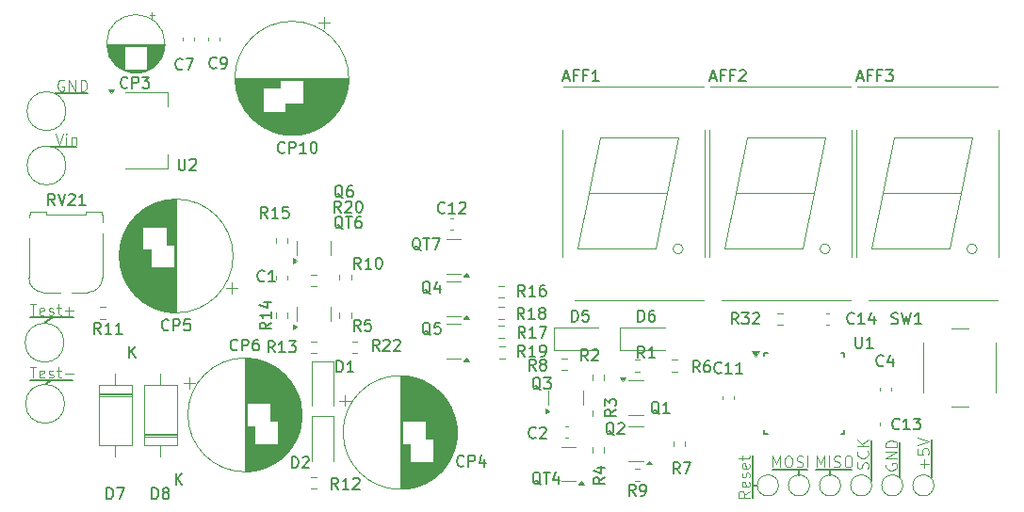
<source format=gbr>
%TF.GenerationSoftware,KiCad,Pcbnew,8.0.7*%
%TF.CreationDate,2025-05-12T19:41:04+03:00*%
%TF.ProjectId,esr_pr4,6573725f-7072-4342-9e6b-696361645f70,rev?*%
%TF.SameCoordinates,Original*%
%TF.FileFunction,Legend,Top*%
%TF.FilePolarity,Positive*%
%FSLAX46Y46*%
G04 Gerber Fmt 4.6, Leading zero omitted, Abs format (unit mm)*
G04 Created by KiCad (PCBNEW 8.0.7) date 2025-05-12 19:41:04*
%MOMM*%
%LPD*%
G01*
G04 APERTURE LIST*
%ADD10C,0.150000*%
%ADD11C,0.100000*%
%ADD12C,0.120000*%
G04 APERTURE END LIST*
D10*
X171958000Y-91821000D02*
X175133000Y-91821000D01*
X176911000Y-89154000D02*
X176911000Y-92837000D01*
X102625000Y-78625000D02*
X103378000Y-78079600D01*
X179476400Y-89306400D02*
X179476400Y-92506800D01*
X168021000Y-91821000D02*
X171196000Y-91821000D01*
X105511600Y-62738000D02*
X103174800Y-62738000D01*
X102675000Y-84125000D02*
X103251000Y-83769200D01*
X170434000Y-92268000D02*
X170434000Y-91821000D01*
X166243000Y-93218000D02*
X166624000Y-93218000D01*
X106527600Y-57962800D02*
X103530400Y-57962800D01*
X182321200Y-89103200D02*
X182321200Y-92506800D01*
X168148000Y-91821000D02*
X168021000Y-91821000D01*
X173228000Y-92268000D02*
X173228000Y-91821000D01*
X166243000Y-90551000D02*
X166243000Y-94361000D01*
X101295200Y-78079600D02*
X105257600Y-78079600D01*
X101346000Y-83769200D02*
X105156000Y-83769200D01*
D11*
X165988419Y-93739687D02*
X165512228Y-94073020D01*
X165988419Y-94311115D02*
X164988419Y-94311115D01*
X164988419Y-94311115D02*
X164988419Y-93930163D01*
X164988419Y-93930163D02*
X165036038Y-93834925D01*
X165036038Y-93834925D02*
X165083657Y-93787306D01*
X165083657Y-93787306D02*
X165178895Y-93739687D01*
X165178895Y-93739687D02*
X165321752Y-93739687D01*
X165321752Y-93739687D02*
X165416990Y-93787306D01*
X165416990Y-93787306D02*
X165464609Y-93834925D01*
X165464609Y-93834925D02*
X165512228Y-93930163D01*
X165512228Y-93930163D02*
X165512228Y-94311115D01*
X165940800Y-92930163D02*
X165988419Y-93025401D01*
X165988419Y-93025401D02*
X165988419Y-93215877D01*
X165988419Y-93215877D02*
X165940800Y-93311115D01*
X165940800Y-93311115D02*
X165845561Y-93358734D01*
X165845561Y-93358734D02*
X165464609Y-93358734D01*
X165464609Y-93358734D02*
X165369371Y-93311115D01*
X165369371Y-93311115D02*
X165321752Y-93215877D01*
X165321752Y-93215877D02*
X165321752Y-93025401D01*
X165321752Y-93025401D02*
X165369371Y-92930163D01*
X165369371Y-92930163D02*
X165464609Y-92882544D01*
X165464609Y-92882544D02*
X165559847Y-92882544D01*
X165559847Y-92882544D02*
X165655085Y-93358734D01*
X165940800Y-92501591D02*
X165988419Y-92406353D01*
X165988419Y-92406353D02*
X165988419Y-92215877D01*
X165988419Y-92215877D02*
X165940800Y-92120639D01*
X165940800Y-92120639D02*
X165845561Y-92073020D01*
X165845561Y-92073020D02*
X165797942Y-92073020D01*
X165797942Y-92073020D02*
X165702704Y-92120639D01*
X165702704Y-92120639D02*
X165655085Y-92215877D01*
X165655085Y-92215877D02*
X165655085Y-92358734D01*
X165655085Y-92358734D02*
X165607466Y-92453972D01*
X165607466Y-92453972D02*
X165512228Y-92501591D01*
X165512228Y-92501591D02*
X165464609Y-92501591D01*
X165464609Y-92501591D02*
X165369371Y-92453972D01*
X165369371Y-92453972D02*
X165321752Y-92358734D01*
X165321752Y-92358734D02*
X165321752Y-92215877D01*
X165321752Y-92215877D02*
X165369371Y-92120639D01*
X165940800Y-91263496D02*
X165988419Y-91358734D01*
X165988419Y-91358734D02*
X165988419Y-91549210D01*
X165988419Y-91549210D02*
X165940800Y-91644448D01*
X165940800Y-91644448D02*
X165845561Y-91692067D01*
X165845561Y-91692067D02*
X165464609Y-91692067D01*
X165464609Y-91692067D02*
X165369371Y-91644448D01*
X165369371Y-91644448D02*
X165321752Y-91549210D01*
X165321752Y-91549210D02*
X165321752Y-91358734D01*
X165321752Y-91358734D02*
X165369371Y-91263496D01*
X165369371Y-91263496D02*
X165464609Y-91215877D01*
X165464609Y-91215877D02*
X165559847Y-91215877D01*
X165559847Y-91215877D02*
X165655085Y-91692067D01*
X165321752Y-90930162D02*
X165321752Y-90549210D01*
X164988419Y-90787305D02*
X165845561Y-90787305D01*
X165845561Y-90787305D02*
X165940800Y-90739686D01*
X165940800Y-90739686D02*
X165988419Y-90644448D01*
X165988419Y-90644448D02*
X165988419Y-90549210D01*
X104358093Y-56781238D02*
X104262855Y-56733619D01*
X104262855Y-56733619D02*
X104119998Y-56733619D01*
X104119998Y-56733619D02*
X103977141Y-56781238D01*
X103977141Y-56781238D02*
X103881903Y-56876476D01*
X103881903Y-56876476D02*
X103834284Y-56971714D01*
X103834284Y-56971714D02*
X103786665Y-57162190D01*
X103786665Y-57162190D02*
X103786665Y-57305047D01*
X103786665Y-57305047D02*
X103834284Y-57495523D01*
X103834284Y-57495523D02*
X103881903Y-57590761D01*
X103881903Y-57590761D02*
X103977141Y-57686000D01*
X103977141Y-57686000D02*
X104119998Y-57733619D01*
X104119998Y-57733619D02*
X104215236Y-57733619D01*
X104215236Y-57733619D02*
X104358093Y-57686000D01*
X104358093Y-57686000D02*
X104405712Y-57638380D01*
X104405712Y-57638380D02*
X104405712Y-57305047D01*
X104405712Y-57305047D02*
X104215236Y-57305047D01*
X104834284Y-57733619D02*
X104834284Y-56733619D01*
X104834284Y-56733619D02*
X105405712Y-57733619D01*
X105405712Y-57733619D02*
X105405712Y-56733619D01*
X105881903Y-57733619D02*
X105881903Y-56733619D01*
X105881903Y-56733619D02*
X106119998Y-56733619D01*
X106119998Y-56733619D02*
X106262855Y-56781238D01*
X106262855Y-56781238D02*
X106358093Y-56876476D01*
X106358093Y-56876476D02*
X106405712Y-56971714D01*
X106405712Y-56971714D02*
X106453331Y-57162190D01*
X106453331Y-57162190D02*
X106453331Y-57305047D01*
X106453331Y-57305047D02*
X106405712Y-57495523D01*
X106405712Y-57495523D02*
X106358093Y-57590761D01*
X106358093Y-57590761D02*
X106262855Y-57686000D01*
X106262855Y-57686000D02*
X106119998Y-57733619D01*
X106119998Y-57733619D02*
X105881903Y-57733619D01*
X103589827Y-61559619D02*
X103923160Y-62559619D01*
X103923160Y-62559619D02*
X104256493Y-61559619D01*
X104589827Y-62559619D02*
X104589827Y-61892952D01*
X104589827Y-61559619D02*
X104542208Y-61607238D01*
X104542208Y-61607238D02*
X104589827Y-61654857D01*
X104589827Y-61654857D02*
X104637446Y-61607238D01*
X104637446Y-61607238D02*
X104589827Y-61559619D01*
X104589827Y-61559619D02*
X104589827Y-61654857D01*
X105066017Y-61892952D02*
X105066017Y-62559619D01*
X105066017Y-61988190D02*
X105113636Y-61940571D01*
X105113636Y-61940571D02*
X105208874Y-61892952D01*
X105208874Y-61892952D02*
X105351731Y-61892952D01*
X105351731Y-61892952D02*
X105446969Y-61940571D01*
X105446969Y-61940571D02*
X105494588Y-62035809D01*
X105494588Y-62035809D02*
X105494588Y-62559619D01*
X181711066Y-91644115D02*
X181711066Y-90882211D01*
X182092019Y-91263163D02*
X181330114Y-91263163D01*
X181092019Y-89929830D02*
X181092019Y-90406020D01*
X181092019Y-90406020D02*
X181568209Y-90453639D01*
X181568209Y-90453639D02*
X181520590Y-90406020D01*
X181520590Y-90406020D02*
X181472971Y-90310782D01*
X181472971Y-90310782D02*
X181472971Y-90072687D01*
X181472971Y-90072687D02*
X181520590Y-89977449D01*
X181520590Y-89977449D02*
X181568209Y-89929830D01*
X181568209Y-89929830D02*
X181663447Y-89882211D01*
X181663447Y-89882211D02*
X181901542Y-89882211D01*
X181901542Y-89882211D02*
X181996780Y-89929830D01*
X181996780Y-89929830D02*
X182044400Y-89977449D01*
X182044400Y-89977449D02*
X182092019Y-90072687D01*
X182092019Y-90072687D02*
X182092019Y-90310782D01*
X182092019Y-90310782D02*
X182044400Y-90406020D01*
X182044400Y-90406020D02*
X181996780Y-90453639D01*
X181092019Y-89596496D02*
X182092019Y-89263163D01*
X182092019Y-89263163D02*
X181092019Y-88929830D01*
X178294838Y-91272706D02*
X178247219Y-91367944D01*
X178247219Y-91367944D02*
X178247219Y-91510801D01*
X178247219Y-91510801D02*
X178294838Y-91653658D01*
X178294838Y-91653658D02*
X178390076Y-91748896D01*
X178390076Y-91748896D02*
X178485314Y-91796515D01*
X178485314Y-91796515D02*
X178675790Y-91844134D01*
X178675790Y-91844134D02*
X178818647Y-91844134D01*
X178818647Y-91844134D02*
X179009123Y-91796515D01*
X179009123Y-91796515D02*
X179104361Y-91748896D01*
X179104361Y-91748896D02*
X179199600Y-91653658D01*
X179199600Y-91653658D02*
X179247219Y-91510801D01*
X179247219Y-91510801D02*
X179247219Y-91415563D01*
X179247219Y-91415563D02*
X179199600Y-91272706D01*
X179199600Y-91272706D02*
X179151980Y-91225087D01*
X179151980Y-91225087D02*
X178818647Y-91225087D01*
X178818647Y-91225087D02*
X178818647Y-91415563D01*
X179247219Y-90796515D02*
X178247219Y-90796515D01*
X178247219Y-90796515D02*
X179247219Y-90225087D01*
X179247219Y-90225087D02*
X178247219Y-90225087D01*
X179247219Y-89748896D02*
X178247219Y-89748896D01*
X178247219Y-89748896D02*
X178247219Y-89510801D01*
X178247219Y-89510801D02*
X178294838Y-89367944D01*
X178294838Y-89367944D02*
X178390076Y-89272706D01*
X178390076Y-89272706D02*
X178485314Y-89225087D01*
X178485314Y-89225087D02*
X178675790Y-89177468D01*
X178675790Y-89177468D02*
X178818647Y-89177468D01*
X178818647Y-89177468D02*
X179009123Y-89225087D01*
X179009123Y-89225087D02*
X179104361Y-89272706D01*
X179104361Y-89272706D02*
X179199600Y-89367944D01*
X179199600Y-89367944D02*
X179247219Y-89510801D01*
X179247219Y-89510801D02*
X179247219Y-89748896D01*
X101303827Y-82540019D02*
X101875255Y-82540019D01*
X101589541Y-83540019D02*
X101589541Y-82540019D01*
X102589541Y-83492400D02*
X102494303Y-83540019D01*
X102494303Y-83540019D02*
X102303827Y-83540019D01*
X102303827Y-83540019D02*
X102208589Y-83492400D01*
X102208589Y-83492400D02*
X102160970Y-83397161D01*
X102160970Y-83397161D02*
X102160970Y-83016209D01*
X102160970Y-83016209D02*
X102208589Y-82920971D01*
X102208589Y-82920971D02*
X102303827Y-82873352D01*
X102303827Y-82873352D02*
X102494303Y-82873352D01*
X102494303Y-82873352D02*
X102589541Y-82920971D01*
X102589541Y-82920971D02*
X102637160Y-83016209D01*
X102637160Y-83016209D02*
X102637160Y-83111447D01*
X102637160Y-83111447D02*
X102160970Y-83206685D01*
X103018113Y-83492400D02*
X103113351Y-83540019D01*
X103113351Y-83540019D02*
X103303827Y-83540019D01*
X103303827Y-83540019D02*
X103399065Y-83492400D01*
X103399065Y-83492400D02*
X103446684Y-83397161D01*
X103446684Y-83397161D02*
X103446684Y-83349542D01*
X103446684Y-83349542D02*
X103399065Y-83254304D01*
X103399065Y-83254304D02*
X103303827Y-83206685D01*
X103303827Y-83206685D02*
X103160970Y-83206685D01*
X103160970Y-83206685D02*
X103065732Y-83159066D01*
X103065732Y-83159066D02*
X103018113Y-83063828D01*
X103018113Y-83063828D02*
X103018113Y-83016209D01*
X103018113Y-83016209D02*
X103065732Y-82920971D01*
X103065732Y-82920971D02*
X103160970Y-82873352D01*
X103160970Y-82873352D02*
X103303827Y-82873352D01*
X103303827Y-82873352D02*
X103399065Y-82920971D01*
X103732399Y-82873352D02*
X104113351Y-82873352D01*
X103875256Y-82540019D02*
X103875256Y-83397161D01*
X103875256Y-83397161D02*
X103922875Y-83492400D01*
X103922875Y-83492400D02*
X104018113Y-83540019D01*
X104018113Y-83540019D02*
X104113351Y-83540019D01*
X104446685Y-83159066D02*
X105208590Y-83159066D01*
X176608800Y-91691734D02*
X176656419Y-91548877D01*
X176656419Y-91548877D02*
X176656419Y-91310782D01*
X176656419Y-91310782D02*
X176608800Y-91215544D01*
X176608800Y-91215544D02*
X176561180Y-91167925D01*
X176561180Y-91167925D02*
X176465942Y-91120306D01*
X176465942Y-91120306D02*
X176370704Y-91120306D01*
X176370704Y-91120306D02*
X176275466Y-91167925D01*
X176275466Y-91167925D02*
X176227847Y-91215544D01*
X176227847Y-91215544D02*
X176180228Y-91310782D01*
X176180228Y-91310782D02*
X176132609Y-91501258D01*
X176132609Y-91501258D02*
X176084990Y-91596496D01*
X176084990Y-91596496D02*
X176037371Y-91644115D01*
X176037371Y-91644115D02*
X175942133Y-91691734D01*
X175942133Y-91691734D02*
X175846895Y-91691734D01*
X175846895Y-91691734D02*
X175751657Y-91644115D01*
X175751657Y-91644115D02*
X175704038Y-91596496D01*
X175704038Y-91596496D02*
X175656419Y-91501258D01*
X175656419Y-91501258D02*
X175656419Y-91263163D01*
X175656419Y-91263163D02*
X175704038Y-91120306D01*
X176561180Y-90120306D02*
X176608800Y-90167925D01*
X176608800Y-90167925D02*
X176656419Y-90310782D01*
X176656419Y-90310782D02*
X176656419Y-90406020D01*
X176656419Y-90406020D02*
X176608800Y-90548877D01*
X176608800Y-90548877D02*
X176513561Y-90644115D01*
X176513561Y-90644115D02*
X176418323Y-90691734D01*
X176418323Y-90691734D02*
X176227847Y-90739353D01*
X176227847Y-90739353D02*
X176084990Y-90739353D01*
X176084990Y-90739353D02*
X175894514Y-90691734D01*
X175894514Y-90691734D02*
X175799276Y-90644115D01*
X175799276Y-90644115D02*
X175704038Y-90548877D01*
X175704038Y-90548877D02*
X175656419Y-90406020D01*
X175656419Y-90406020D02*
X175656419Y-90310782D01*
X175656419Y-90310782D02*
X175704038Y-90167925D01*
X175704038Y-90167925D02*
X175751657Y-90120306D01*
X176656419Y-89691734D02*
X175656419Y-89691734D01*
X176656419Y-89120306D02*
X176084990Y-89548877D01*
X175656419Y-89120306D02*
X176227847Y-89691734D01*
X101303827Y-76901219D02*
X101875255Y-76901219D01*
X101589541Y-77901219D02*
X101589541Y-76901219D01*
X102589541Y-77853600D02*
X102494303Y-77901219D01*
X102494303Y-77901219D02*
X102303827Y-77901219D01*
X102303827Y-77901219D02*
X102208589Y-77853600D01*
X102208589Y-77853600D02*
X102160970Y-77758361D01*
X102160970Y-77758361D02*
X102160970Y-77377409D01*
X102160970Y-77377409D02*
X102208589Y-77282171D01*
X102208589Y-77282171D02*
X102303827Y-77234552D01*
X102303827Y-77234552D02*
X102494303Y-77234552D01*
X102494303Y-77234552D02*
X102589541Y-77282171D01*
X102589541Y-77282171D02*
X102637160Y-77377409D01*
X102637160Y-77377409D02*
X102637160Y-77472647D01*
X102637160Y-77472647D02*
X102160970Y-77567885D01*
X103018113Y-77853600D02*
X103113351Y-77901219D01*
X103113351Y-77901219D02*
X103303827Y-77901219D01*
X103303827Y-77901219D02*
X103399065Y-77853600D01*
X103399065Y-77853600D02*
X103446684Y-77758361D01*
X103446684Y-77758361D02*
X103446684Y-77710742D01*
X103446684Y-77710742D02*
X103399065Y-77615504D01*
X103399065Y-77615504D02*
X103303827Y-77567885D01*
X103303827Y-77567885D02*
X103160970Y-77567885D01*
X103160970Y-77567885D02*
X103065732Y-77520266D01*
X103065732Y-77520266D02*
X103018113Y-77425028D01*
X103018113Y-77425028D02*
X103018113Y-77377409D01*
X103018113Y-77377409D02*
X103065732Y-77282171D01*
X103065732Y-77282171D02*
X103160970Y-77234552D01*
X103160970Y-77234552D02*
X103303827Y-77234552D01*
X103303827Y-77234552D02*
X103399065Y-77282171D01*
X103732399Y-77234552D02*
X104113351Y-77234552D01*
X103875256Y-76901219D02*
X103875256Y-77758361D01*
X103875256Y-77758361D02*
X103922875Y-77853600D01*
X103922875Y-77853600D02*
X104018113Y-77901219D01*
X104018113Y-77901219D02*
X104113351Y-77901219D01*
X104446685Y-77520266D02*
X105208590Y-77520266D01*
X104827637Y-77901219D02*
X104827637Y-77139314D01*
X168070884Y-91566419D02*
X168070884Y-90566419D01*
X168070884Y-90566419D02*
X168404217Y-91280704D01*
X168404217Y-91280704D02*
X168737550Y-90566419D01*
X168737550Y-90566419D02*
X168737550Y-91566419D01*
X169404217Y-90566419D02*
X169594693Y-90566419D01*
X169594693Y-90566419D02*
X169689931Y-90614038D01*
X169689931Y-90614038D02*
X169785169Y-90709276D01*
X169785169Y-90709276D02*
X169832788Y-90899752D01*
X169832788Y-90899752D02*
X169832788Y-91233085D01*
X169832788Y-91233085D02*
X169785169Y-91423561D01*
X169785169Y-91423561D02*
X169689931Y-91518800D01*
X169689931Y-91518800D02*
X169594693Y-91566419D01*
X169594693Y-91566419D02*
X169404217Y-91566419D01*
X169404217Y-91566419D02*
X169308979Y-91518800D01*
X169308979Y-91518800D02*
X169213741Y-91423561D01*
X169213741Y-91423561D02*
X169166122Y-91233085D01*
X169166122Y-91233085D02*
X169166122Y-90899752D01*
X169166122Y-90899752D02*
X169213741Y-90709276D01*
X169213741Y-90709276D02*
X169308979Y-90614038D01*
X169308979Y-90614038D02*
X169404217Y-90566419D01*
X170213741Y-91518800D02*
X170356598Y-91566419D01*
X170356598Y-91566419D02*
X170594693Y-91566419D01*
X170594693Y-91566419D02*
X170689931Y-91518800D01*
X170689931Y-91518800D02*
X170737550Y-91471180D01*
X170737550Y-91471180D02*
X170785169Y-91375942D01*
X170785169Y-91375942D02*
X170785169Y-91280704D01*
X170785169Y-91280704D02*
X170737550Y-91185466D01*
X170737550Y-91185466D02*
X170689931Y-91137847D01*
X170689931Y-91137847D02*
X170594693Y-91090228D01*
X170594693Y-91090228D02*
X170404217Y-91042609D01*
X170404217Y-91042609D02*
X170308979Y-90994990D01*
X170308979Y-90994990D02*
X170261360Y-90947371D01*
X170261360Y-90947371D02*
X170213741Y-90852133D01*
X170213741Y-90852133D02*
X170213741Y-90756895D01*
X170213741Y-90756895D02*
X170261360Y-90661657D01*
X170261360Y-90661657D02*
X170308979Y-90614038D01*
X170308979Y-90614038D02*
X170404217Y-90566419D01*
X170404217Y-90566419D02*
X170642312Y-90566419D01*
X170642312Y-90566419D02*
X170785169Y-90614038D01*
X171213741Y-91566419D02*
X171213741Y-90566419D01*
X172007884Y-91566419D02*
X172007884Y-90566419D01*
X172007884Y-90566419D02*
X172341217Y-91280704D01*
X172341217Y-91280704D02*
X172674550Y-90566419D01*
X172674550Y-90566419D02*
X172674550Y-91566419D01*
X173150741Y-91566419D02*
X173150741Y-90566419D01*
X173579312Y-91518800D02*
X173722169Y-91566419D01*
X173722169Y-91566419D02*
X173960264Y-91566419D01*
X173960264Y-91566419D02*
X174055502Y-91518800D01*
X174055502Y-91518800D02*
X174103121Y-91471180D01*
X174103121Y-91471180D02*
X174150740Y-91375942D01*
X174150740Y-91375942D02*
X174150740Y-91280704D01*
X174150740Y-91280704D02*
X174103121Y-91185466D01*
X174103121Y-91185466D02*
X174055502Y-91137847D01*
X174055502Y-91137847D02*
X173960264Y-91090228D01*
X173960264Y-91090228D02*
X173769788Y-91042609D01*
X173769788Y-91042609D02*
X173674550Y-90994990D01*
X173674550Y-90994990D02*
X173626931Y-90947371D01*
X173626931Y-90947371D02*
X173579312Y-90852133D01*
X173579312Y-90852133D02*
X173579312Y-90756895D01*
X173579312Y-90756895D02*
X173626931Y-90661657D01*
X173626931Y-90661657D02*
X173674550Y-90614038D01*
X173674550Y-90614038D02*
X173769788Y-90566419D01*
X173769788Y-90566419D02*
X174007883Y-90566419D01*
X174007883Y-90566419D02*
X174150740Y-90614038D01*
X174769788Y-90566419D02*
X174960264Y-90566419D01*
X174960264Y-90566419D02*
X175055502Y-90614038D01*
X175055502Y-90614038D02*
X175150740Y-90709276D01*
X175150740Y-90709276D02*
X175198359Y-90899752D01*
X175198359Y-90899752D02*
X175198359Y-91233085D01*
X175198359Y-91233085D02*
X175150740Y-91423561D01*
X175150740Y-91423561D02*
X175055502Y-91518800D01*
X175055502Y-91518800D02*
X174960264Y-91566419D01*
X174960264Y-91566419D02*
X174769788Y-91566419D01*
X174769788Y-91566419D02*
X174674550Y-91518800D01*
X174674550Y-91518800D02*
X174579312Y-91423561D01*
X174579312Y-91423561D02*
X174531693Y-91233085D01*
X174531693Y-91233085D02*
X174531693Y-90899752D01*
X174531693Y-90899752D02*
X174579312Y-90709276D01*
X174579312Y-90709276D02*
X174674550Y-90614038D01*
X174674550Y-90614038D02*
X174769788Y-90566419D01*
D10*
X136429809Y-72051057D02*
X136334571Y-72003438D01*
X136334571Y-72003438D02*
X136239333Y-71908200D01*
X136239333Y-71908200D02*
X136096476Y-71765342D01*
X136096476Y-71765342D02*
X136001238Y-71717723D01*
X136001238Y-71717723D02*
X135906000Y-71717723D01*
X135953619Y-71955819D02*
X135858381Y-71908200D01*
X135858381Y-71908200D02*
X135763143Y-71812961D01*
X135763143Y-71812961D02*
X135715524Y-71622485D01*
X135715524Y-71622485D02*
X135715524Y-71289152D01*
X135715524Y-71289152D02*
X135763143Y-71098676D01*
X135763143Y-71098676D02*
X135858381Y-71003438D01*
X135858381Y-71003438D02*
X135953619Y-70955819D01*
X135953619Y-70955819D02*
X136144095Y-70955819D01*
X136144095Y-70955819D02*
X136239333Y-71003438D01*
X136239333Y-71003438D02*
X136334571Y-71098676D01*
X136334571Y-71098676D02*
X136382190Y-71289152D01*
X136382190Y-71289152D02*
X136382190Y-71622485D01*
X136382190Y-71622485D02*
X136334571Y-71812961D01*
X136334571Y-71812961D02*
X136239333Y-71908200D01*
X136239333Y-71908200D02*
X136144095Y-71955819D01*
X136144095Y-71955819D02*
X135953619Y-71955819D01*
X136667905Y-70955819D02*
X137239333Y-70955819D01*
X136953619Y-71955819D02*
X136953619Y-70955819D01*
X137477429Y-70955819D02*
X138144095Y-70955819D01*
X138144095Y-70955819D02*
X137715524Y-71955819D01*
X164965142Y-78686819D02*
X164631809Y-78210628D01*
X164393714Y-78686819D02*
X164393714Y-77686819D01*
X164393714Y-77686819D02*
X164774666Y-77686819D01*
X164774666Y-77686819D02*
X164869904Y-77734438D01*
X164869904Y-77734438D02*
X164917523Y-77782057D01*
X164917523Y-77782057D02*
X164965142Y-77877295D01*
X164965142Y-77877295D02*
X164965142Y-78020152D01*
X164965142Y-78020152D02*
X164917523Y-78115390D01*
X164917523Y-78115390D02*
X164869904Y-78163009D01*
X164869904Y-78163009D02*
X164774666Y-78210628D01*
X164774666Y-78210628D02*
X164393714Y-78210628D01*
X165298476Y-77686819D02*
X165917523Y-77686819D01*
X165917523Y-77686819D02*
X165584190Y-78067771D01*
X165584190Y-78067771D02*
X165727047Y-78067771D01*
X165727047Y-78067771D02*
X165822285Y-78115390D01*
X165822285Y-78115390D02*
X165869904Y-78163009D01*
X165869904Y-78163009D02*
X165917523Y-78258247D01*
X165917523Y-78258247D02*
X165917523Y-78496342D01*
X165917523Y-78496342D02*
X165869904Y-78591580D01*
X165869904Y-78591580D02*
X165822285Y-78639200D01*
X165822285Y-78639200D02*
X165727047Y-78686819D01*
X165727047Y-78686819D02*
X165441333Y-78686819D01*
X165441333Y-78686819D02*
X165346095Y-78639200D01*
X165346095Y-78639200D02*
X165298476Y-78591580D01*
X166298476Y-77782057D02*
X166346095Y-77734438D01*
X166346095Y-77734438D02*
X166441333Y-77686819D01*
X166441333Y-77686819D02*
X166679428Y-77686819D01*
X166679428Y-77686819D02*
X166774666Y-77734438D01*
X166774666Y-77734438D02*
X166822285Y-77782057D01*
X166822285Y-77782057D02*
X166869904Y-77877295D01*
X166869904Y-77877295D02*
X166869904Y-77972533D01*
X166869904Y-77972533D02*
X166822285Y-78115390D01*
X166822285Y-78115390D02*
X166250857Y-78686819D01*
X166250857Y-78686819D02*
X166869904Y-78686819D01*
X129024142Y-93545819D02*
X128690809Y-93069628D01*
X128452714Y-93545819D02*
X128452714Y-92545819D01*
X128452714Y-92545819D02*
X128833666Y-92545819D01*
X128833666Y-92545819D02*
X128928904Y-92593438D01*
X128928904Y-92593438D02*
X128976523Y-92641057D01*
X128976523Y-92641057D02*
X129024142Y-92736295D01*
X129024142Y-92736295D02*
X129024142Y-92879152D01*
X129024142Y-92879152D02*
X128976523Y-92974390D01*
X128976523Y-92974390D02*
X128928904Y-93022009D01*
X128928904Y-93022009D02*
X128833666Y-93069628D01*
X128833666Y-93069628D02*
X128452714Y-93069628D01*
X129976523Y-93545819D02*
X129405095Y-93545819D01*
X129690809Y-93545819D02*
X129690809Y-92545819D01*
X129690809Y-92545819D02*
X129595571Y-92688676D01*
X129595571Y-92688676D02*
X129500333Y-92783914D01*
X129500333Y-92783914D02*
X129405095Y-92831533D01*
X130357476Y-92641057D02*
X130405095Y-92593438D01*
X130405095Y-92593438D02*
X130500333Y-92545819D01*
X130500333Y-92545819D02*
X130738428Y-92545819D01*
X130738428Y-92545819D02*
X130833666Y-92593438D01*
X130833666Y-92593438D02*
X130881285Y-92641057D01*
X130881285Y-92641057D02*
X130928904Y-92736295D01*
X130928904Y-92736295D02*
X130928904Y-92831533D01*
X130928904Y-92831533D02*
X130881285Y-92974390D01*
X130881285Y-92974390D02*
X130309857Y-93545819D01*
X130309857Y-93545819D02*
X130928904Y-93545819D01*
X138578542Y-68642580D02*
X138530923Y-68690200D01*
X138530923Y-68690200D02*
X138388066Y-68737819D01*
X138388066Y-68737819D02*
X138292828Y-68737819D01*
X138292828Y-68737819D02*
X138149971Y-68690200D01*
X138149971Y-68690200D02*
X138054733Y-68594961D01*
X138054733Y-68594961D02*
X138007114Y-68499723D01*
X138007114Y-68499723D02*
X137959495Y-68309247D01*
X137959495Y-68309247D02*
X137959495Y-68166390D01*
X137959495Y-68166390D02*
X138007114Y-67975914D01*
X138007114Y-67975914D02*
X138054733Y-67880676D01*
X138054733Y-67880676D02*
X138149971Y-67785438D01*
X138149971Y-67785438D02*
X138292828Y-67737819D01*
X138292828Y-67737819D02*
X138388066Y-67737819D01*
X138388066Y-67737819D02*
X138530923Y-67785438D01*
X138530923Y-67785438D02*
X138578542Y-67833057D01*
X139530923Y-68737819D02*
X138959495Y-68737819D01*
X139245209Y-68737819D02*
X139245209Y-67737819D01*
X139245209Y-67737819D02*
X139149971Y-67880676D01*
X139149971Y-67880676D02*
X139054733Y-67975914D01*
X139054733Y-67975914D02*
X138959495Y-68023533D01*
X139911876Y-67833057D02*
X139959495Y-67785438D01*
X139959495Y-67785438D02*
X140054733Y-67737819D01*
X140054733Y-67737819D02*
X140292828Y-67737819D01*
X140292828Y-67737819D02*
X140388066Y-67785438D01*
X140388066Y-67785438D02*
X140435685Y-67833057D01*
X140435685Y-67833057D02*
X140483304Y-67928295D01*
X140483304Y-67928295D02*
X140483304Y-68023533D01*
X140483304Y-68023533D02*
X140435685Y-68166390D01*
X140435685Y-68166390D02*
X139864257Y-68737819D01*
X139864257Y-68737819D02*
X140483304Y-68737819D01*
X159726333Y-92148819D02*
X159393000Y-91672628D01*
X159154905Y-92148819D02*
X159154905Y-91148819D01*
X159154905Y-91148819D02*
X159535857Y-91148819D01*
X159535857Y-91148819D02*
X159631095Y-91196438D01*
X159631095Y-91196438D02*
X159678714Y-91244057D01*
X159678714Y-91244057D02*
X159726333Y-91339295D01*
X159726333Y-91339295D02*
X159726333Y-91482152D01*
X159726333Y-91482152D02*
X159678714Y-91577390D01*
X159678714Y-91577390D02*
X159631095Y-91625009D01*
X159631095Y-91625009D02*
X159535857Y-91672628D01*
X159535857Y-91672628D02*
X159154905Y-91672628D01*
X160059667Y-91148819D02*
X160726333Y-91148819D01*
X160726333Y-91148819D02*
X160297762Y-92148819D01*
X146772333Y-82877819D02*
X146439000Y-82401628D01*
X146200905Y-82877819D02*
X146200905Y-81877819D01*
X146200905Y-81877819D02*
X146581857Y-81877819D01*
X146581857Y-81877819D02*
X146677095Y-81925438D01*
X146677095Y-81925438D02*
X146724714Y-81973057D01*
X146724714Y-81973057D02*
X146772333Y-82068295D01*
X146772333Y-82068295D02*
X146772333Y-82211152D01*
X146772333Y-82211152D02*
X146724714Y-82306390D01*
X146724714Y-82306390D02*
X146677095Y-82354009D01*
X146677095Y-82354009D02*
X146581857Y-82401628D01*
X146581857Y-82401628D02*
X146200905Y-82401628D01*
X147343762Y-82306390D02*
X147248524Y-82258771D01*
X147248524Y-82258771D02*
X147200905Y-82211152D01*
X147200905Y-82211152D02*
X147153286Y-82115914D01*
X147153286Y-82115914D02*
X147153286Y-82068295D01*
X147153286Y-82068295D02*
X147200905Y-81973057D01*
X147200905Y-81973057D02*
X147248524Y-81925438D01*
X147248524Y-81925438D02*
X147343762Y-81877819D01*
X147343762Y-81877819D02*
X147534238Y-81877819D01*
X147534238Y-81877819D02*
X147629476Y-81925438D01*
X147629476Y-81925438D02*
X147677095Y-81973057D01*
X147677095Y-81973057D02*
X147724714Y-82068295D01*
X147724714Y-82068295D02*
X147724714Y-82115914D01*
X147724714Y-82115914D02*
X147677095Y-82211152D01*
X147677095Y-82211152D02*
X147629476Y-82258771D01*
X147629476Y-82258771D02*
X147534238Y-82306390D01*
X147534238Y-82306390D02*
X147343762Y-82306390D01*
X147343762Y-82306390D02*
X147248524Y-82354009D01*
X147248524Y-82354009D02*
X147200905Y-82401628D01*
X147200905Y-82401628D02*
X147153286Y-82496866D01*
X147153286Y-82496866D02*
X147153286Y-82687342D01*
X147153286Y-82687342D02*
X147200905Y-82782580D01*
X147200905Y-82782580D02*
X147248524Y-82830200D01*
X147248524Y-82830200D02*
X147343762Y-82877819D01*
X147343762Y-82877819D02*
X147534238Y-82877819D01*
X147534238Y-82877819D02*
X147629476Y-82830200D01*
X147629476Y-82830200D02*
X147677095Y-82782580D01*
X147677095Y-82782580D02*
X147724714Y-82687342D01*
X147724714Y-82687342D02*
X147724714Y-82496866D01*
X147724714Y-82496866D02*
X147677095Y-82401628D01*
X147677095Y-82401628D02*
X147629476Y-82354009D01*
X147629476Y-82354009D02*
X147534238Y-82306390D01*
X122674142Y-69161819D02*
X122340809Y-68685628D01*
X122102714Y-69161819D02*
X122102714Y-68161819D01*
X122102714Y-68161819D02*
X122483666Y-68161819D01*
X122483666Y-68161819D02*
X122578904Y-68209438D01*
X122578904Y-68209438D02*
X122626523Y-68257057D01*
X122626523Y-68257057D02*
X122674142Y-68352295D01*
X122674142Y-68352295D02*
X122674142Y-68495152D01*
X122674142Y-68495152D02*
X122626523Y-68590390D01*
X122626523Y-68590390D02*
X122578904Y-68638009D01*
X122578904Y-68638009D02*
X122483666Y-68685628D01*
X122483666Y-68685628D02*
X122102714Y-68685628D01*
X123626523Y-69161819D02*
X123055095Y-69161819D01*
X123340809Y-69161819D02*
X123340809Y-68161819D01*
X123340809Y-68161819D02*
X123245571Y-68304676D01*
X123245571Y-68304676D02*
X123150333Y-68399914D01*
X123150333Y-68399914D02*
X123055095Y-68447533D01*
X124531285Y-68161819D02*
X124055095Y-68161819D01*
X124055095Y-68161819D02*
X124007476Y-68638009D01*
X124007476Y-68638009D02*
X124055095Y-68590390D01*
X124055095Y-68590390D02*
X124150333Y-68542771D01*
X124150333Y-68542771D02*
X124388428Y-68542771D01*
X124388428Y-68542771D02*
X124483666Y-68590390D01*
X124483666Y-68590390D02*
X124531285Y-68638009D01*
X124531285Y-68638009D02*
X124578904Y-68733247D01*
X124578904Y-68733247D02*
X124578904Y-68971342D01*
X124578904Y-68971342D02*
X124531285Y-69066580D01*
X124531285Y-69066580D02*
X124483666Y-69114200D01*
X124483666Y-69114200D02*
X124388428Y-69161819D01*
X124388428Y-69161819D02*
X124150333Y-69161819D01*
X124150333Y-69161819D02*
X124055095Y-69114200D01*
X124055095Y-69114200D02*
X124007476Y-69066580D01*
X124864905Y-91640819D02*
X124864905Y-90640819D01*
X124864905Y-90640819D02*
X125103000Y-90640819D01*
X125103000Y-90640819D02*
X125245857Y-90688438D01*
X125245857Y-90688438D02*
X125341095Y-90783676D01*
X125341095Y-90783676D02*
X125388714Y-90878914D01*
X125388714Y-90878914D02*
X125436333Y-91069390D01*
X125436333Y-91069390D02*
X125436333Y-91212247D01*
X125436333Y-91212247D02*
X125388714Y-91402723D01*
X125388714Y-91402723D02*
X125341095Y-91497961D01*
X125341095Y-91497961D02*
X125245857Y-91593200D01*
X125245857Y-91593200D02*
X125103000Y-91640819D01*
X125103000Y-91640819D02*
X124864905Y-91640819D01*
X125817286Y-90736057D02*
X125864905Y-90688438D01*
X125864905Y-90688438D02*
X125960143Y-90640819D01*
X125960143Y-90640819D02*
X126198238Y-90640819D01*
X126198238Y-90640819D02*
X126293476Y-90688438D01*
X126293476Y-90688438D02*
X126341095Y-90736057D01*
X126341095Y-90736057D02*
X126388714Y-90831295D01*
X126388714Y-90831295D02*
X126388714Y-90926533D01*
X126388714Y-90926533D02*
X126341095Y-91069390D01*
X126341095Y-91069390D02*
X125769667Y-91640819D01*
X125769667Y-91640819D02*
X126388714Y-91640819D01*
X162512571Y-56557104D02*
X162988761Y-56557104D01*
X162417333Y-56842819D02*
X162750666Y-55842819D01*
X162750666Y-55842819D02*
X163083999Y-56842819D01*
X163750666Y-56319009D02*
X163417333Y-56319009D01*
X163417333Y-56842819D02*
X163417333Y-55842819D01*
X163417333Y-55842819D02*
X163893523Y-55842819D01*
X164607809Y-56319009D02*
X164274476Y-56319009D01*
X164274476Y-56842819D02*
X164274476Y-55842819D01*
X164274476Y-55842819D02*
X164750666Y-55842819D01*
X165084000Y-55938057D02*
X165131619Y-55890438D01*
X165131619Y-55890438D02*
X165226857Y-55842819D01*
X165226857Y-55842819D02*
X165464952Y-55842819D01*
X165464952Y-55842819D02*
X165560190Y-55890438D01*
X165560190Y-55890438D02*
X165607809Y-55938057D01*
X165607809Y-55938057D02*
X165655428Y-56033295D01*
X165655428Y-56033295D02*
X165655428Y-56128533D01*
X165655428Y-56128533D02*
X165607809Y-56271390D01*
X165607809Y-56271390D02*
X165036381Y-56842819D01*
X165036381Y-56842819D02*
X165655428Y-56842819D01*
X156551333Y-81734819D02*
X156218000Y-81258628D01*
X155979905Y-81734819D02*
X155979905Y-80734819D01*
X155979905Y-80734819D02*
X156360857Y-80734819D01*
X156360857Y-80734819D02*
X156456095Y-80782438D01*
X156456095Y-80782438D02*
X156503714Y-80830057D01*
X156503714Y-80830057D02*
X156551333Y-80925295D01*
X156551333Y-80925295D02*
X156551333Y-81068152D01*
X156551333Y-81068152D02*
X156503714Y-81163390D01*
X156503714Y-81163390D02*
X156456095Y-81211009D01*
X156456095Y-81211009D02*
X156360857Y-81258628D01*
X156360857Y-81258628D02*
X155979905Y-81258628D01*
X157503714Y-81734819D02*
X156932286Y-81734819D01*
X157218000Y-81734819D02*
X157218000Y-80734819D01*
X157218000Y-80734819D02*
X157122762Y-80877676D01*
X157122762Y-80877676D02*
X157027524Y-80972914D01*
X157027524Y-80972914D02*
X156932286Y-81020533D01*
X140303333Y-91418580D02*
X140255714Y-91466200D01*
X140255714Y-91466200D02*
X140112857Y-91513819D01*
X140112857Y-91513819D02*
X140017619Y-91513819D01*
X140017619Y-91513819D02*
X139874762Y-91466200D01*
X139874762Y-91466200D02*
X139779524Y-91370961D01*
X139779524Y-91370961D02*
X139731905Y-91275723D01*
X139731905Y-91275723D02*
X139684286Y-91085247D01*
X139684286Y-91085247D02*
X139684286Y-90942390D01*
X139684286Y-90942390D02*
X139731905Y-90751914D01*
X139731905Y-90751914D02*
X139779524Y-90656676D01*
X139779524Y-90656676D02*
X139874762Y-90561438D01*
X139874762Y-90561438D02*
X140017619Y-90513819D01*
X140017619Y-90513819D02*
X140112857Y-90513819D01*
X140112857Y-90513819D02*
X140255714Y-90561438D01*
X140255714Y-90561438D02*
X140303333Y-90609057D01*
X140731905Y-91513819D02*
X140731905Y-90513819D01*
X140731905Y-90513819D02*
X141112857Y-90513819D01*
X141112857Y-90513819D02*
X141208095Y-90561438D01*
X141208095Y-90561438D02*
X141255714Y-90609057D01*
X141255714Y-90609057D02*
X141303333Y-90704295D01*
X141303333Y-90704295D02*
X141303333Y-90847152D01*
X141303333Y-90847152D02*
X141255714Y-90942390D01*
X141255714Y-90942390D02*
X141208095Y-90990009D01*
X141208095Y-90990009D02*
X141112857Y-91037628D01*
X141112857Y-91037628D02*
X140731905Y-91037628D01*
X142160476Y-90847152D02*
X142160476Y-91513819D01*
X141922381Y-90466200D02*
X141684286Y-91180485D01*
X141684286Y-91180485D02*
X142303333Y-91180485D01*
X103553571Y-67989819D02*
X103220238Y-67513628D01*
X102982143Y-67989819D02*
X102982143Y-66989819D01*
X102982143Y-66989819D02*
X103363095Y-66989819D01*
X103363095Y-66989819D02*
X103458333Y-67037438D01*
X103458333Y-67037438D02*
X103505952Y-67085057D01*
X103505952Y-67085057D02*
X103553571Y-67180295D01*
X103553571Y-67180295D02*
X103553571Y-67323152D01*
X103553571Y-67323152D02*
X103505952Y-67418390D01*
X103505952Y-67418390D02*
X103458333Y-67466009D01*
X103458333Y-67466009D02*
X103363095Y-67513628D01*
X103363095Y-67513628D02*
X102982143Y-67513628D01*
X103839286Y-66989819D02*
X104172619Y-67989819D01*
X104172619Y-67989819D02*
X104505952Y-66989819D01*
X104791667Y-67085057D02*
X104839286Y-67037438D01*
X104839286Y-67037438D02*
X104934524Y-66989819D01*
X104934524Y-66989819D02*
X105172619Y-66989819D01*
X105172619Y-66989819D02*
X105267857Y-67037438D01*
X105267857Y-67037438D02*
X105315476Y-67085057D01*
X105315476Y-67085057D02*
X105363095Y-67180295D01*
X105363095Y-67180295D02*
X105363095Y-67275533D01*
X105363095Y-67275533D02*
X105315476Y-67418390D01*
X105315476Y-67418390D02*
X104744048Y-67989819D01*
X104744048Y-67989819D02*
X105363095Y-67989819D01*
X106315476Y-67989819D02*
X105744048Y-67989819D01*
X106029762Y-67989819D02*
X106029762Y-66989819D01*
X106029762Y-66989819D02*
X105934524Y-67132676D01*
X105934524Y-67132676D02*
X105839286Y-67227914D01*
X105839286Y-67227914D02*
X105744048Y-67275533D01*
X152981819Y-92495666D02*
X152505628Y-92828999D01*
X152981819Y-93067094D02*
X151981819Y-93067094D01*
X151981819Y-93067094D02*
X151981819Y-92686142D01*
X151981819Y-92686142D02*
X152029438Y-92590904D01*
X152029438Y-92590904D02*
X152077057Y-92543285D01*
X152077057Y-92543285D02*
X152172295Y-92495666D01*
X152172295Y-92495666D02*
X152315152Y-92495666D01*
X152315152Y-92495666D02*
X152410390Y-92543285D01*
X152410390Y-92543285D02*
X152458009Y-92590904D01*
X152458009Y-92590904D02*
X152505628Y-92686142D01*
X152505628Y-92686142D02*
X152505628Y-93067094D01*
X152315152Y-91638523D02*
X152981819Y-91638523D01*
X151934200Y-91876618D02*
X152648485Y-92114713D01*
X152648485Y-92114713D02*
X152648485Y-91495666D01*
X151471333Y-81988819D02*
X151138000Y-81512628D01*
X150899905Y-81988819D02*
X150899905Y-80988819D01*
X150899905Y-80988819D02*
X151280857Y-80988819D01*
X151280857Y-80988819D02*
X151376095Y-81036438D01*
X151376095Y-81036438D02*
X151423714Y-81084057D01*
X151423714Y-81084057D02*
X151471333Y-81179295D01*
X151471333Y-81179295D02*
X151471333Y-81322152D01*
X151471333Y-81322152D02*
X151423714Y-81417390D01*
X151423714Y-81417390D02*
X151376095Y-81465009D01*
X151376095Y-81465009D02*
X151280857Y-81512628D01*
X151280857Y-81512628D02*
X150899905Y-81512628D01*
X151852286Y-81084057D02*
X151899905Y-81036438D01*
X151899905Y-81036438D02*
X151995143Y-80988819D01*
X151995143Y-80988819D02*
X152233238Y-80988819D01*
X152233238Y-80988819D02*
X152328476Y-81036438D01*
X152328476Y-81036438D02*
X152376095Y-81084057D01*
X152376095Y-81084057D02*
X152423714Y-81179295D01*
X152423714Y-81179295D02*
X152423714Y-81274533D01*
X152423714Y-81274533D02*
X152376095Y-81417390D01*
X152376095Y-81417390D02*
X151804667Y-81988819D01*
X151804667Y-81988819D02*
X152423714Y-81988819D01*
X137318761Y-79671057D02*
X137223523Y-79623438D01*
X137223523Y-79623438D02*
X137128285Y-79528200D01*
X137128285Y-79528200D02*
X136985428Y-79385342D01*
X136985428Y-79385342D02*
X136890190Y-79337723D01*
X136890190Y-79337723D02*
X136794952Y-79337723D01*
X136842571Y-79575819D02*
X136747333Y-79528200D01*
X136747333Y-79528200D02*
X136652095Y-79432961D01*
X136652095Y-79432961D02*
X136604476Y-79242485D01*
X136604476Y-79242485D02*
X136604476Y-78909152D01*
X136604476Y-78909152D02*
X136652095Y-78718676D01*
X136652095Y-78718676D02*
X136747333Y-78623438D01*
X136747333Y-78623438D02*
X136842571Y-78575819D01*
X136842571Y-78575819D02*
X137033047Y-78575819D01*
X137033047Y-78575819D02*
X137128285Y-78623438D01*
X137128285Y-78623438D02*
X137223523Y-78718676D01*
X137223523Y-78718676D02*
X137271142Y-78909152D01*
X137271142Y-78909152D02*
X137271142Y-79242485D01*
X137271142Y-79242485D02*
X137223523Y-79432961D01*
X137223523Y-79432961D02*
X137128285Y-79528200D01*
X137128285Y-79528200D02*
X137033047Y-79575819D01*
X137033047Y-79575819D02*
X136842571Y-79575819D01*
X138175904Y-78575819D02*
X137699714Y-78575819D01*
X137699714Y-78575819D02*
X137652095Y-79052009D01*
X137652095Y-79052009D02*
X137699714Y-79004390D01*
X137699714Y-79004390D02*
X137794952Y-78956771D01*
X137794952Y-78956771D02*
X138033047Y-78956771D01*
X138033047Y-78956771D02*
X138128285Y-79004390D01*
X138128285Y-79004390D02*
X138175904Y-79052009D01*
X138175904Y-79052009D02*
X138223523Y-79147247D01*
X138223523Y-79147247D02*
X138223523Y-79385342D01*
X138223523Y-79385342D02*
X138175904Y-79480580D01*
X138175904Y-79480580D02*
X138128285Y-79528200D01*
X138128285Y-79528200D02*
X138033047Y-79575819D01*
X138033047Y-79575819D02*
X137794952Y-79575819D01*
X137794952Y-79575819D02*
X137699714Y-79528200D01*
X137699714Y-79528200D02*
X137652095Y-79480580D01*
X155979905Y-78464819D02*
X155979905Y-77464819D01*
X155979905Y-77464819D02*
X156218000Y-77464819D01*
X156218000Y-77464819D02*
X156360857Y-77512438D01*
X156360857Y-77512438D02*
X156456095Y-77607676D01*
X156456095Y-77607676D02*
X156503714Y-77702914D01*
X156503714Y-77702914D02*
X156551333Y-77893390D01*
X156551333Y-77893390D02*
X156551333Y-78036247D01*
X156551333Y-78036247D02*
X156503714Y-78226723D01*
X156503714Y-78226723D02*
X156456095Y-78321961D01*
X156456095Y-78321961D02*
X156360857Y-78417200D01*
X156360857Y-78417200D02*
X156218000Y-78464819D01*
X156218000Y-78464819D02*
X155979905Y-78464819D01*
X157408476Y-77464819D02*
X157218000Y-77464819D01*
X157218000Y-77464819D02*
X157122762Y-77512438D01*
X157122762Y-77512438D02*
X157075143Y-77560057D01*
X157075143Y-77560057D02*
X156979905Y-77702914D01*
X156979905Y-77702914D02*
X156932286Y-77893390D01*
X156932286Y-77893390D02*
X156932286Y-78274342D01*
X156932286Y-78274342D02*
X156979905Y-78369580D01*
X156979905Y-78369580D02*
X157027524Y-78417200D01*
X157027524Y-78417200D02*
X157122762Y-78464819D01*
X157122762Y-78464819D02*
X157313238Y-78464819D01*
X157313238Y-78464819D02*
X157408476Y-78417200D01*
X157408476Y-78417200D02*
X157456095Y-78369580D01*
X157456095Y-78369580D02*
X157503714Y-78274342D01*
X157503714Y-78274342D02*
X157503714Y-78036247D01*
X157503714Y-78036247D02*
X157456095Y-77941009D01*
X157456095Y-77941009D02*
X157408476Y-77893390D01*
X157408476Y-77893390D02*
X157313238Y-77845771D01*
X157313238Y-77845771D02*
X157122762Y-77845771D01*
X157122762Y-77845771D02*
X157027524Y-77893390D01*
X157027524Y-77893390D02*
X156979905Y-77941009D01*
X156979905Y-77941009D02*
X156932286Y-78036247D01*
X147224761Y-84624057D02*
X147129523Y-84576438D01*
X147129523Y-84576438D02*
X147034285Y-84481200D01*
X147034285Y-84481200D02*
X146891428Y-84338342D01*
X146891428Y-84338342D02*
X146796190Y-84290723D01*
X146796190Y-84290723D02*
X146700952Y-84290723D01*
X146748571Y-84528819D02*
X146653333Y-84481200D01*
X146653333Y-84481200D02*
X146558095Y-84385961D01*
X146558095Y-84385961D02*
X146510476Y-84195485D01*
X146510476Y-84195485D02*
X146510476Y-83862152D01*
X146510476Y-83862152D02*
X146558095Y-83671676D01*
X146558095Y-83671676D02*
X146653333Y-83576438D01*
X146653333Y-83576438D02*
X146748571Y-83528819D01*
X146748571Y-83528819D02*
X146939047Y-83528819D01*
X146939047Y-83528819D02*
X147034285Y-83576438D01*
X147034285Y-83576438D02*
X147129523Y-83671676D01*
X147129523Y-83671676D02*
X147177142Y-83862152D01*
X147177142Y-83862152D02*
X147177142Y-84195485D01*
X147177142Y-84195485D02*
X147129523Y-84385961D01*
X147129523Y-84385961D02*
X147034285Y-84481200D01*
X147034285Y-84481200D02*
X146939047Y-84528819D01*
X146939047Y-84528819D02*
X146748571Y-84528819D01*
X147510476Y-83528819D02*
X148129523Y-83528819D01*
X148129523Y-83528819D02*
X147796190Y-83909771D01*
X147796190Y-83909771D02*
X147939047Y-83909771D01*
X147939047Y-83909771D02*
X148034285Y-83957390D01*
X148034285Y-83957390D02*
X148081904Y-84005009D01*
X148081904Y-84005009D02*
X148129523Y-84100247D01*
X148129523Y-84100247D02*
X148129523Y-84338342D01*
X148129523Y-84338342D02*
X148081904Y-84433580D01*
X148081904Y-84433580D02*
X148034285Y-84481200D01*
X148034285Y-84481200D02*
X147939047Y-84528819D01*
X147939047Y-84528819D02*
X147653333Y-84528819D01*
X147653333Y-84528819D02*
X147558095Y-84481200D01*
X147558095Y-84481200D02*
X147510476Y-84433580D01*
X178752667Y-78639200D02*
X178895524Y-78686819D01*
X178895524Y-78686819D02*
X179133619Y-78686819D01*
X179133619Y-78686819D02*
X179228857Y-78639200D01*
X179228857Y-78639200D02*
X179276476Y-78591580D01*
X179276476Y-78591580D02*
X179324095Y-78496342D01*
X179324095Y-78496342D02*
X179324095Y-78401104D01*
X179324095Y-78401104D02*
X179276476Y-78305866D01*
X179276476Y-78305866D02*
X179228857Y-78258247D01*
X179228857Y-78258247D02*
X179133619Y-78210628D01*
X179133619Y-78210628D02*
X178943143Y-78163009D01*
X178943143Y-78163009D02*
X178847905Y-78115390D01*
X178847905Y-78115390D02*
X178800286Y-78067771D01*
X178800286Y-78067771D02*
X178752667Y-77972533D01*
X178752667Y-77972533D02*
X178752667Y-77877295D01*
X178752667Y-77877295D02*
X178800286Y-77782057D01*
X178800286Y-77782057D02*
X178847905Y-77734438D01*
X178847905Y-77734438D02*
X178943143Y-77686819D01*
X178943143Y-77686819D02*
X179181238Y-77686819D01*
X179181238Y-77686819D02*
X179324095Y-77734438D01*
X179657429Y-77686819D02*
X179895524Y-78686819D01*
X179895524Y-78686819D02*
X180086000Y-77972533D01*
X180086000Y-77972533D02*
X180276476Y-78686819D01*
X180276476Y-78686819D02*
X180514572Y-77686819D01*
X181419333Y-78686819D02*
X180847905Y-78686819D01*
X181133619Y-78686819D02*
X181133619Y-77686819D01*
X181133619Y-77686819D02*
X181038381Y-77829676D01*
X181038381Y-77829676D02*
X180943143Y-77924914D01*
X180943143Y-77924914D02*
X180847905Y-77972533D01*
X128886905Y-83004819D02*
X128886905Y-82004819D01*
X128886905Y-82004819D02*
X129125000Y-82004819D01*
X129125000Y-82004819D02*
X129267857Y-82052438D01*
X129267857Y-82052438D02*
X129363095Y-82147676D01*
X129363095Y-82147676D02*
X129410714Y-82242914D01*
X129410714Y-82242914D02*
X129458333Y-82433390D01*
X129458333Y-82433390D02*
X129458333Y-82576247D01*
X129458333Y-82576247D02*
X129410714Y-82766723D01*
X129410714Y-82766723D02*
X129363095Y-82861961D01*
X129363095Y-82861961D02*
X129267857Y-82957200D01*
X129267857Y-82957200D02*
X129125000Y-83004819D01*
X129125000Y-83004819D02*
X128886905Y-83004819D01*
X130410714Y-83004819D02*
X129839286Y-83004819D01*
X130125000Y-83004819D02*
X130125000Y-82004819D01*
X130125000Y-82004819D02*
X130029762Y-82147676D01*
X130029762Y-82147676D02*
X129934524Y-82242914D01*
X129934524Y-82242914D02*
X129839286Y-82290533D01*
X119963333Y-80977580D02*
X119915714Y-81025200D01*
X119915714Y-81025200D02*
X119772857Y-81072819D01*
X119772857Y-81072819D02*
X119677619Y-81072819D01*
X119677619Y-81072819D02*
X119534762Y-81025200D01*
X119534762Y-81025200D02*
X119439524Y-80929961D01*
X119439524Y-80929961D02*
X119391905Y-80834723D01*
X119391905Y-80834723D02*
X119344286Y-80644247D01*
X119344286Y-80644247D02*
X119344286Y-80501390D01*
X119344286Y-80501390D02*
X119391905Y-80310914D01*
X119391905Y-80310914D02*
X119439524Y-80215676D01*
X119439524Y-80215676D02*
X119534762Y-80120438D01*
X119534762Y-80120438D02*
X119677619Y-80072819D01*
X119677619Y-80072819D02*
X119772857Y-80072819D01*
X119772857Y-80072819D02*
X119915714Y-80120438D01*
X119915714Y-80120438D02*
X119963333Y-80168057D01*
X120391905Y-81072819D02*
X120391905Y-80072819D01*
X120391905Y-80072819D02*
X120772857Y-80072819D01*
X120772857Y-80072819D02*
X120868095Y-80120438D01*
X120868095Y-80120438D02*
X120915714Y-80168057D01*
X120915714Y-80168057D02*
X120963333Y-80263295D01*
X120963333Y-80263295D02*
X120963333Y-80406152D01*
X120963333Y-80406152D02*
X120915714Y-80501390D01*
X120915714Y-80501390D02*
X120868095Y-80549009D01*
X120868095Y-80549009D02*
X120772857Y-80596628D01*
X120772857Y-80596628D02*
X120391905Y-80596628D01*
X121820476Y-80072819D02*
X121630000Y-80072819D01*
X121630000Y-80072819D02*
X121534762Y-80120438D01*
X121534762Y-80120438D02*
X121487143Y-80168057D01*
X121487143Y-80168057D02*
X121391905Y-80310914D01*
X121391905Y-80310914D02*
X121344286Y-80501390D01*
X121344286Y-80501390D02*
X121344286Y-80882342D01*
X121344286Y-80882342D02*
X121391905Y-80977580D01*
X121391905Y-80977580D02*
X121439524Y-81025200D01*
X121439524Y-81025200D02*
X121534762Y-81072819D01*
X121534762Y-81072819D02*
X121725238Y-81072819D01*
X121725238Y-81072819D02*
X121820476Y-81025200D01*
X121820476Y-81025200D02*
X121868095Y-80977580D01*
X121868095Y-80977580D02*
X121915714Y-80882342D01*
X121915714Y-80882342D02*
X121915714Y-80644247D01*
X121915714Y-80644247D02*
X121868095Y-80549009D01*
X121868095Y-80549009D02*
X121820476Y-80501390D01*
X121820476Y-80501390D02*
X121725238Y-80453771D01*
X121725238Y-80453771D02*
X121534762Y-80453771D01*
X121534762Y-80453771D02*
X121439524Y-80501390D01*
X121439524Y-80501390D02*
X121391905Y-80549009D01*
X121391905Y-80549009D02*
X121344286Y-80644247D01*
X179443142Y-88091180D02*
X179395523Y-88138800D01*
X179395523Y-88138800D02*
X179252666Y-88186419D01*
X179252666Y-88186419D02*
X179157428Y-88186419D01*
X179157428Y-88186419D02*
X179014571Y-88138800D01*
X179014571Y-88138800D02*
X178919333Y-88043561D01*
X178919333Y-88043561D02*
X178871714Y-87948323D01*
X178871714Y-87948323D02*
X178824095Y-87757847D01*
X178824095Y-87757847D02*
X178824095Y-87614990D01*
X178824095Y-87614990D02*
X178871714Y-87424514D01*
X178871714Y-87424514D02*
X178919333Y-87329276D01*
X178919333Y-87329276D02*
X179014571Y-87234038D01*
X179014571Y-87234038D02*
X179157428Y-87186419D01*
X179157428Y-87186419D02*
X179252666Y-87186419D01*
X179252666Y-87186419D02*
X179395523Y-87234038D01*
X179395523Y-87234038D02*
X179443142Y-87281657D01*
X180395523Y-88186419D02*
X179824095Y-88186419D01*
X180109809Y-88186419D02*
X180109809Y-87186419D01*
X180109809Y-87186419D02*
X180014571Y-87329276D01*
X180014571Y-87329276D02*
X179919333Y-87424514D01*
X179919333Y-87424514D02*
X179824095Y-87472133D01*
X180728857Y-87186419D02*
X181347904Y-87186419D01*
X181347904Y-87186419D02*
X181014571Y-87567371D01*
X181014571Y-87567371D02*
X181157428Y-87567371D01*
X181157428Y-87567371D02*
X181252666Y-87614990D01*
X181252666Y-87614990D02*
X181300285Y-87662609D01*
X181300285Y-87662609D02*
X181347904Y-87757847D01*
X181347904Y-87757847D02*
X181347904Y-87995942D01*
X181347904Y-87995942D02*
X181300285Y-88091180D01*
X181300285Y-88091180D02*
X181252666Y-88138800D01*
X181252666Y-88138800D02*
X181157428Y-88186419D01*
X181157428Y-88186419D02*
X180871714Y-88186419D01*
X180871714Y-88186419D02*
X180776476Y-88138800D01*
X180776476Y-88138800D02*
X180728857Y-88091180D01*
X145727142Y-78244819D02*
X145393809Y-77768628D01*
X145155714Y-78244819D02*
X145155714Y-77244819D01*
X145155714Y-77244819D02*
X145536666Y-77244819D01*
X145536666Y-77244819D02*
X145631904Y-77292438D01*
X145631904Y-77292438D02*
X145679523Y-77340057D01*
X145679523Y-77340057D02*
X145727142Y-77435295D01*
X145727142Y-77435295D02*
X145727142Y-77578152D01*
X145727142Y-77578152D02*
X145679523Y-77673390D01*
X145679523Y-77673390D02*
X145631904Y-77721009D01*
X145631904Y-77721009D02*
X145536666Y-77768628D01*
X145536666Y-77768628D02*
X145155714Y-77768628D01*
X146679523Y-78244819D02*
X146108095Y-78244819D01*
X146393809Y-78244819D02*
X146393809Y-77244819D01*
X146393809Y-77244819D02*
X146298571Y-77387676D01*
X146298571Y-77387676D02*
X146203333Y-77482914D01*
X146203333Y-77482914D02*
X146108095Y-77530533D01*
X147250952Y-77673390D02*
X147155714Y-77625771D01*
X147155714Y-77625771D02*
X147108095Y-77578152D01*
X147108095Y-77578152D02*
X147060476Y-77482914D01*
X147060476Y-77482914D02*
X147060476Y-77435295D01*
X147060476Y-77435295D02*
X147108095Y-77340057D01*
X147108095Y-77340057D02*
X147155714Y-77292438D01*
X147155714Y-77292438D02*
X147250952Y-77244819D01*
X147250952Y-77244819D02*
X147441428Y-77244819D01*
X147441428Y-77244819D02*
X147536666Y-77292438D01*
X147536666Y-77292438D02*
X147584285Y-77340057D01*
X147584285Y-77340057D02*
X147631904Y-77435295D01*
X147631904Y-77435295D02*
X147631904Y-77482914D01*
X147631904Y-77482914D02*
X147584285Y-77578152D01*
X147584285Y-77578152D02*
X147536666Y-77625771D01*
X147536666Y-77625771D02*
X147441428Y-77673390D01*
X147441428Y-77673390D02*
X147250952Y-77673390D01*
X147250952Y-77673390D02*
X147155714Y-77721009D01*
X147155714Y-77721009D02*
X147108095Y-77768628D01*
X147108095Y-77768628D02*
X147060476Y-77863866D01*
X147060476Y-77863866D02*
X147060476Y-78054342D01*
X147060476Y-78054342D02*
X147108095Y-78149580D01*
X147108095Y-78149580D02*
X147155714Y-78197200D01*
X147155714Y-78197200D02*
X147250952Y-78244819D01*
X147250952Y-78244819D02*
X147441428Y-78244819D01*
X147441428Y-78244819D02*
X147536666Y-78197200D01*
X147536666Y-78197200D02*
X147584285Y-78149580D01*
X147584285Y-78149580D02*
X147631904Y-78054342D01*
X147631904Y-78054342D02*
X147631904Y-77863866D01*
X147631904Y-77863866D02*
X147584285Y-77768628D01*
X147584285Y-77768628D02*
X147536666Y-77721009D01*
X147536666Y-77721009D02*
X147441428Y-77673390D01*
X178014333Y-82401580D02*
X177966714Y-82449200D01*
X177966714Y-82449200D02*
X177823857Y-82496819D01*
X177823857Y-82496819D02*
X177728619Y-82496819D01*
X177728619Y-82496819D02*
X177585762Y-82449200D01*
X177585762Y-82449200D02*
X177490524Y-82353961D01*
X177490524Y-82353961D02*
X177442905Y-82258723D01*
X177442905Y-82258723D02*
X177395286Y-82068247D01*
X177395286Y-82068247D02*
X177395286Y-81925390D01*
X177395286Y-81925390D02*
X177442905Y-81734914D01*
X177442905Y-81734914D02*
X177490524Y-81639676D01*
X177490524Y-81639676D02*
X177585762Y-81544438D01*
X177585762Y-81544438D02*
X177728619Y-81496819D01*
X177728619Y-81496819D02*
X177823857Y-81496819D01*
X177823857Y-81496819D02*
X177966714Y-81544438D01*
X177966714Y-81544438D02*
X178014333Y-81592057D01*
X178871476Y-81830152D02*
X178871476Y-82496819D01*
X178633381Y-81449200D02*
X178395286Y-82163485D01*
X178395286Y-82163485D02*
X179014333Y-82163485D01*
X108227905Y-94434819D02*
X108227905Y-93434819D01*
X108227905Y-93434819D02*
X108466000Y-93434819D01*
X108466000Y-93434819D02*
X108608857Y-93482438D01*
X108608857Y-93482438D02*
X108704095Y-93577676D01*
X108704095Y-93577676D02*
X108751714Y-93672914D01*
X108751714Y-93672914D02*
X108799333Y-93863390D01*
X108799333Y-93863390D02*
X108799333Y-94006247D01*
X108799333Y-94006247D02*
X108751714Y-94196723D01*
X108751714Y-94196723D02*
X108704095Y-94291961D01*
X108704095Y-94291961D02*
X108608857Y-94387200D01*
X108608857Y-94387200D02*
X108466000Y-94434819D01*
X108466000Y-94434819D02*
X108227905Y-94434819D01*
X109132667Y-93434819D02*
X109799333Y-93434819D01*
X109799333Y-93434819D02*
X109370762Y-94434819D01*
X110228095Y-81734819D02*
X110228095Y-80734819D01*
X110799523Y-81734819D02*
X110370952Y-81163390D01*
X110799523Y-80734819D02*
X110228095Y-81306247D01*
X112291905Y-94434819D02*
X112291905Y-93434819D01*
X112291905Y-93434819D02*
X112530000Y-93434819D01*
X112530000Y-93434819D02*
X112672857Y-93482438D01*
X112672857Y-93482438D02*
X112768095Y-93577676D01*
X112768095Y-93577676D02*
X112815714Y-93672914D01*
X112815714Y-93672914D02*
X112863333Y-93863390D01*
X112863333Y-93863390D02*
X112863333Y-94006247D01*
X112863333Y-94006247D02*
X112815714Y-94196723D01*
X112815714Y-94196723D02*
X112768095Y-94291961D01*
X112768095Y-94291961D02*
X112672857Y-94387200D01*
X112672857Y-94387200D02*
X112530000Y-94434819D01*
X112530000Y-94434819D02*
X112291905Y-94434819D01*
X113434762Y-93863390D02*
X113339524Y-93815771D01*
X113339524Y-93815771D02*
X113291905Y-93768152D01*
X113291905Y-93768152D02*
X113244286Y-93672914D01*
X113244286Y-93672914D02*
X113244286Y-93625295D01*
X113244286Y-93625295D02*
X113291905Y-93530057D01*
X113291905Y-93530057D02*
X113339524Y-93482438D01*
X113339524Y-93482438D02*
X113434762Y-93434819D01*
X113434762Y-93434819D02*
X113625238Y-93434819D01*
X113625238Y-93434819D02*
X113720476Y-93482438D01*
X113720476Y-93482438D02*
X113768095Y-93530057D01*
X113768095Y-93530057D02*
X113815714Y-93625295D01*
X113815714Y-93625295D02*
X113815714Y-93672914D01*
X113815714Y-93672914D02*
X113768095Y-93768152D01*
X113768095Y-93768152D02*
X113720476Y-93815771D01*
X113720476Y-93815771D02*
X113625238Y-93863390D01*
X113625238Y-93863390D02*
X113434762Y-93863390D01*
X113434762Y-93863390D02*
X113339524Y-93911009D01*
X113339524Y-93911009D02*
X113291905Y-93958628D01*
X113291905Y-93958628D02*
X113244286Y-94053866D01*
X113244286Y-94053866D02*
X113244286Y-94244342D01*
X113244286Y-94244342D02*
X113291905Y-94339580D01*
X113291905Y-94339580D02*
X113339524Y-94387200D01*
X113339524Y-94387200D02*
X113434762Y-94434819D01*
X113434762Y-94434819D02*
X113625238Y-94434819D01*
X113625238Y-94434819D02*
X113720476Y-94387200D01*
X113720476Y-94387200D02*
X113768095Y-94339580D01*
X113768095Y-94339580D02*
X113815714Y-94244342D01*
X113815714Y-94244342D02*
X113815714Y-94053866D01*
X113815714Y-94053866D02*
X113768095Y-93958628D01*
X113768095Y-93958628D02*
X113720476Y-93911009D01*
X113720476Y-93911009D02*
X113625238Y-93863390D01*
X114419095Y-93164819D02*
X114419095Y-92164819D01*
X114990523Y-93164819D02*
X114561952Y-92593390D01*
X114990523Y-92164819D02*
X114419095Y-92736247D01*
X137318761Y-75988057D02*
X137223523Y-75940438D01*
X137223523Y-75940438D02*
X137128285Y-75845200D01*
X137128285Y-75845200D02*
X136985428Y-75702342D01*
X136985428Y-75702342D02*
X136890190Y-75654723D01*
X136890190Y-75654723D02*
X136794952Y-75654723D01*
X136842571Y-75892819D02*
X136747333Y-75845200D01*
X136747333Y-75845200D02*
X136652095Y-75749961D01*
X136652095Y-75749961D02*
X136604476Y-75559485D01*
X136604476Y-75559485D02*
X136604476Y-75226152D01*
X136604476Y-75226152D02*
X136652095Y-75035676D01*
X136652095Y-75035676D02*
X136747333Y-74940438D01*
X136747333Y-74940438D02*
X136842571Y-74892819D01*
X136842571Y-74892819D02*
X137033047Y-74892819D01*
X137033047Y-74892819D02*
X137128285Y-74940438D01*
X137128285Y-74940438D02*
X137223523Y-75035676D01*
X137223523Y-75035676D02*
X137271142Y-75226152D01*
X137271142Y-75226152D02*
X137271142Y-75559485D01*
X137271142Y-75559485D02*
X137223523Y-75749961D01*
X137223523Y-75749961D02*
X137128285Y-75845200D01*
X137128285Y-75845200D02*
X137033047Y-75892819D01*
X137033047Y-75892819D02*
X136842571Y-75892819D01*
X138128285Y-75226152D02*
X138128285Y-75892819D01*
X137890190Y-74845200D02*
X137652095Y-75559485D01*
X137652095Y-75559485D02*
X138271142Y-75559485D01*
X150011905Y-78464819D02*
X150011905Y-77464819D01*
X150011905Y-77464819D02*
X150250000Y-77464819D01*
X150250000Y-77464819D02*
X150392857Y-77512438D01*
X150392857Y-77512438D02*
X150488095Y-77607676D01*
X150488095Y-77607676D02*
X150535714Y-77702914D01*
X150535714Y-77702914D02*
X150583333Y-77893390D01*
X150583333Y-77893390D02*
X150583333Y-78036247D01*
X150583333Y-78036247D02*
X150535714Y-78226723D01*
X150535714Y-78226723D02*
X150488095Y-78321961D01*
X150488095Y-78321961D02*
X150392857Y-78417200D01*
X150392857Y-78417200D02*
X150250000Y-78464819D01*
X150250000Y-78464819D02*
X150011905Y-78464819D01*
X151488095Y-77464819D02*
X151011905Y-77464819D01*
X151011905Y-77464819D02*
X150964286Y-77941009D01*
X150964286Y-77941009D02*
X151011905Y-77893390D01*
X151011905Y-77893390D02*
X151107143Y-77845771D01*
X151107143Y-77845771D02*
X151345238Y-77845771D01*
X151345238Y-77845771D02*
X151440476Y-77893390D01*
X151440476Y-77893390D02*
X151488095Y-77941009D01*
X151488095Y-77941009D02*
X151535714Y-78036247D01*
X151535714Y-78036247D02*
X151535714Y-78274342D01*
X151535714Y-78274342D02*
X151488095Y-78369580D01*
X151488095Y-78369580D02*
X151440476Y-78417200D01*
X151440476Y-78417200D02*
X151345238Y-78464819D01*
X151345238Y-78464819D02*
X151107143Y-78464819D01*
X151107143Y-78464819D02*
X151011905Y-78417200D01*
X151011905Y-78417200D02*
X150964286Y-78369580D01*
X129444761Y-67352057D02*
X129349523Y-67304438D01*
X129349523Y-67304438D02*
X129254285Y-67209200D01*
X129254285Y-67209200D02*
X129111428Y-67066342D01*
X129111428Y-67066342D02*
X129016190Y-67018723D01*
X129016190Y-67018723D02*
X128920952Y-67018723D01*
X128968571Y-67256819D02*
X128873333Y-67209200D01*
X128873333Y-67209200D02*
X128778095Y-67113961D01*
X128778095Y-67113961D02*
X128730476Y-66923485D01*
X128730476Y-66923485D02*
X128730476Y-66590152D01*
X128730476Y-66590152D02*
X128778095Y-66399676D01*
X128778095Y-66399676D02*
X128873333Y-66304438D01*
X128873333Y-66304438D02*
X128968571Y-66256819D01*
X128968571Y-66256819D02*
X129159047Y-66256819D01*
X129159047Y-66256819D02*
X129254285Y-66304438D01*
X129254285Y-66304438D02*
X129349523Y-66399676D01*
X129349523Y-66399676D02*
X129397142Y-66590152D01*
X129397142Y-66590152D02*
X129397142Y-66923485D01*
X129397142Y-66923485D02*
X129349523Y-67113961D01*
X129349523Y-67113961D02*
X129254285Y-67209200D01*
X129254285Y-67209200D02*
X129159047Y-67256819D01*
X129159047Y-67256819D02*
X128968571Y-67256819D01*
X130254285Y-66256819D02*
X130063809Y-66256819D01*
X130063809Y-66256819D02*
X129968571Y-66304438D01*
X129968571Y-66304438D02*
X129920952Y-66352057D01*
X129920952Y-66352057D02*
X129825714Y-66494914D01*
X129825714Y-66494914D02*
X129778095Y-66685390D01*
X129778095Y-66685390D02*
X129778095Y-67066342D01*
X129778095Y-67066342D02*
X129825714Y-67161580D01*
X129825714Y-67161580D02*
X129873333Y-67209200D01*
X129873333Y-67209200D02*
X129968571Y-67256819D01*
X129968571Y-67256819D02*
X130159047Y-67256819D01*
X130159047Y-67256819D02*
X130254285Y-67209200D01*
X130254285Y-67209200D02*
X130301904Y-67161580D01*
X130301904Y-67161580D02*
X130349523Y-67066342D01*
X130349523Y-67066342D02*
X130349523Y-66828247D01*
X130349523Y-66828247D02*
X130301904Y-66733009D01*
X130301904Y-66733009D02*
X130254285Y-66685390D01*
X130254285Y-66685390D02*
X130159047Y-66637771D01*
X130159047Y-66637771D02*
X129968571Y-66637771D01*
X129968571Y-66637771D02*
X129873333Y-66685390D01*
X129873333Y-66685390D02*
X129825714Y-66733009D01*
X129825714Y-66733009D02*
X129778095Y-66828247D01*
X153828761Y-88688057D02*
X153733523Y-88640438D01*
X153733523Y-88640438D02*
X153638285Y-88545200D01*
X153638285Y-88545200D02*
X153495428Y-88402342D01*
X153495428Y-88402342D02*
X153400190Y-88354723D01*
X153400190Y-88354723D02*
X153304952Y-88354723D01*
X153352571Y-88592819D02*
X153257333Y-88545200D01*
X153257333Y-88545200D02*
X153162095Y-88449961D01*
X153162095Y-88449961D02*
X153114476Y-88259485D01*
X153114476Y-88259485D02*
X153114476Y-87926152D01*
X153114476Y-87926152D02*
X153162095Y-87735676D01*
X153162095Y-87735676D02*
X153257333Y-87640438D01*
X153257333Y-87640438D02*
X153352571Y-87592819D01*
X153352571Y-87592819D02*
X153543047Y-87592819D01*
X153543047Y-87592819D02*
X153638285Y-87640438D01*
X153638285Y-87640438D02*
X153733523Y-87735676D01*
X153733523Y-87735676D02*
X153781142Y-87926152D01*
X153781142Y-87926152D02*
X153781142Y-88259485D01*
X153781142Y-88259485D02*
X153733523Y-88449961D01*
X153733523Y-88449961D02*
X153638285Y-88545200D01*
X153638285Y-88545200D02*
X153543047Y-88592819D01*
X153543047Y-88592819D02*
X153352571Y-88592819D01*
X154162095Y-87688057D02*
X154209714Y-87640438D01*
X154209714Y-87640438D02*
X154304952Y-87592819D01*
X154304952Y-87592819D02*
X154543047Y-87592819D01*
X154543047Y-87592819D02*
X154638285Y-87640438D01*
X154638285Y-87640438D02*
X154685904Y-87688057D01*
X154685904Y-87688057D02*
X154733523Y-87783295D01*
X154733523Y-87783295D02*
X154733523Y-87878533D01*
X154733523Y-87878533D02*
X154685904Y-88021390D01*
X154685904Y-88021390D02*
X154114476Y-88592819D01*
X154114476Y-88592819D02*
X154733523Y-88592819D01*
X115022333Y-55731580D02*
X114974714Y-55779200D01*
X114974714Y-55779200D02*
X114831857Y-55826819D01*
X114831857Y-55826819D02*
X114736619Y-55826819D01*
X114736619Y-55826819D02*
X114593762Y-55779200D01*
X114593762Y-55779200D02*
X114498524Y-55683961D01*
X114498524Y-55683961D02*
X114450905Y-55588723D01*
X114450905Y-55588723D02*
X114403286Y-55398247D01*
X114403286Y-55398247D02*
X114403286Y-55255390D01*
X114403286Y-55255390D02*
X114450905Y-55064914D01*
X114450905Y-55064914D02*
X114498524Y-54969676D01*
X114498524Y-54969676D02*
X114593762Y-54874438D01*
X114593762Y-54874438D02*
X114736619Y-54826819D01*
X114736619Y-54826819D02*
X114831857Y-54826819D01*
X114831857Y-54826819D02*
X114974714Y-54874438D01*
X114974714Y-54874438D02*
X115022333Y-54922057D01*
X115355667Y-54826819D02*
X116022333Y-54826819D01*
X116022333Y-54826819D02*
X115593762Y-55826819D01*
X145788142Y-81607819D02*
X145454809Y-81131628D01*
X145216714Y-81607819D02*
X145216714Y-80607819D01*
X145216714Y-80607819D02*
X145597666Y-80607819D01*
X145597666Y-80607819D02*
X145692904Y-80655438D01*
X145692904Y-80655438D02*
X145740523Y-80703057D01*
X145740523Y-80703057D02*
X145788142Y-80798295D01*
X145788142Y-80798295D02*
X145788142Y-80941152D01*
X145788142Y-80941152D02*
X145740523Y-81036390D01*
X145740523Y-81036390D02*
X145692904Y-81084009D01*
X145692904Y-81084009D02*
X145597666Y-81131628D01*
X145597666Y-81131628D02*
X145216714Y-81131628D01*
X146740523Y-81607819D02*
X146169095Y-81607819D01*
X146454809Y-81607819D02*
X146454809Y-80607819D01*
X146454809Y-80607819D02*
X146359571Y-80750676D01*
X146359571Y-80750676D02*
X146264333Y-80845914D01*
X146264333Y-80845914D02*
X146169095Y-80893533D01*
X147216714Y-81607819D02*
X147407190Y-81607819D01*
X147407190Y-81607819D02*
X147502428Y-81560200D01*
X147502428Y-81560200D02*
X147550047Y-81512580D01*
X147550047Y-81512580D02*
X147645285Y-81369723D01*
X147645285Y-81369723D02*
X147692904Y-81179247D01*
X147692904Y-81179247D02*
X147692904Y-80798295D01*
X147692904Y-80798295D02*
X147645285Y-80703057D01*
X147645285Y-80703057D02*
X147597666Y-80655438D01*
X147597666Y-80655438D02*
X147502428Y-80607819D01*
X147502428Y-80607819D02*
X147311952Y-80607819D01*
X147311952Y-80607819D02*
X147216714Y-80655438D01*
X147216714Y-80655438D02*
X147169095Y-80703057D01*
X147169095Y-80703057D02*
X147121476Y-80798295D01*
X147121476Y-80798295D02*
X147121476Y-81036390D01*
X147121476Y-81036390D02*
X147169095Y-81131628D01*
X147169095Y-81131628D02*
X147216714Y-81179247D01*
X147216714Y-81179247D02*
X147311952Y-81226866D01*
X147311952Y-81226866D02*
X147502428Y-81226866D01*
X147502428Y-81226866D02*
X147597666Y-81179247D01*
X147597666Y-81179247D02*
X147645285Y-81131628D01*
X147645285Y-81131628D02*
X147692904Y-81036390D01*
X147224809Y-93133057D02*
X147129571Y-93085438D01*
X147129571Y-93085438D02*
X147034333Y-92990200D01*
X147034333Y-92990200D02*
X146891476Y-92847342D01*
X146891476Y-92847342D02*
X146796238Y-92799723D01*
X146796238Y-92799723D02*
X146701000Y-92799723D01*
X146748619Y-93037819D02*
X146653381Y-92990200D01*
X146653381Y-92990200D02*
X146558143Y-92894961D01*
X146558143Y-92894961D02*
X146510524Y-92704485D01*
X146510524Y-92704485D02*
X146510524Y-92371152D01*
X146510524Y-92371152D02*
X146558143Y-92180676D01*
X146558143Y-92180676D02*
X146653381Y-92085438D01*
X146653381Y-92085438D02*
X146748619Y-92037819D01*
X146748619Y-92037819D02*
X146939095Y-92037819D01*
X146939095Y-92037819D02*
X147034333Y-92085438D01*
X147034333Y-92085438D02*
X147129571Y-92180676D01*
X147129571Y-92180676D02*
X147177190Y-92371152D01*
X147177190Y-92371152D02*
X147177190Y-92704485D01*
X147177190Y-92704485D02*
X147129571Y-92894961D01*
X147129571Y-92894961D02*
X147034333Y-92990200D01*
X147034333Y-92990200D02*
X146939095Y-93037819D01*
X146939095Y-93037819D02*
X146748619Y-93037819D01*
X147462905Y-92037819D02*
X148034333Y-92037819D01*
X147748619Y-93037819D02*
X147748619Y-92037819D01*
X148796238Y-92371152D02*
X148796238Y-93037819D01*
X148558143Y-91990200D02*
X148320048Y-92704485D01*
X148320048Y-92704485D02*
X148939095Y-92704485D01*
X122976819Y-78557857D02*
X122500628Y-78891190D01*
X122976819Y-79129285D02*
X121976819Y-79129285D01*
X121976819Y-79129285D02*
X121976819Y-78748333D01*
X121976819Y-78748333D02*
X122024438Y-78653095D01*
X122024438Y-78653095D02*
X122072057Y-78605476D01*
X122072057Y-78605476D02*
X122167295Y-78557857D01*
X122167295Y-78557857D02*
X122310152Y-78557857D01*
X122310152Y-78557857D02*
X122405390Y-78605476D01*
X122405390Y-78605476D02*
X122453009Y-78653095D01*
X122453009Y-78653095D02*
X122500628Y-78748333D01*
X122500628Y-78748333D02*
X122500628Y-79129285D01*
X122976819Y-77605476D02*
X122976819Y-78176904D01*
X122976819Y-77891190D02*
X121976819Y-77891190D01*
X121976819Y-77891190D02*
X122119676Y-77986428D01*
X122119676Y-77986428D02*
X122214914Y-78081666D01*
X122214914Y-78081666D02*
X122262533Y-78176904D01*
X122310152Y-76748333D02*
X122976819Y-76748333D01*
X121929200Y-76986428D02*
X122643485Y-77224523D01*
X122643485Y-77224523D02*
X122643485Y-76605476D01*
X175514095Y-79845819D02*
X175514095Y-80655342D01*
X175514095Y-80655342D02*
X175561714Y-80750580D01*
X175561714Y-80750580D02*
X175609333Y-80798200D01*
X175609333Y-80798200D02*
X175704571Y-80845819D01*
X175704571Y-80845819D02*
X175895047Y-80845819D01*
X175895047Y-80845819D02*
X175990285Y-80798200D01*
X175990285Y-80798200D02*
X176037904Y-80750580D01*
X176037904Y-80750580D02*
X176085523Y-80655342D01*
X176085523Y-80655342D02*
X176085523Y-79845819D01*
X177085523Y-80845819D02*
X176514095Y-80845819D01*
X176799809Y-80845819D02*
X176799809Y-79845819D01*
X176799809Y-79845819D02*
X176704571Y-79988676D01*
X176704571Y-79988676D02*
X176609333Y-80083914D01*
X176609333Y-80083914D02*
X176514095Y-80131533D01*
X161504333Y-83004819D02*
X161171000Y-82528628D01*
X160932905Y-83004819D02*
X160932905Y-82004819D01*
X160932905Y-82004819D02*
X161313857Y-82004819D01*
X161313857Y-82004819D02*
X161409095Y-82052438D01*
X161409095Y-82052438D02*
X161456714Y-82100057D01*
X161456714Y-82100057D02*
X161504333Y-82195295D01*
X161504333Y-82195295D02*
X161504333Y-82338152D01*
X161504333Y-82338152D02*
X161456714Y-82433390D01*
X161456714Y-82433390D02*
X161409095Y-82481009D01*
X161409095Y-82481009D02*
X161313857Y-82528628D01*
X161313857Y-82528628D02*
X160932905Y-82528628D01*
X162361476Y-82004819D02*
X162171000Y-82004819D01*
X162171000Y-82004819D02*
X162075762Y-82052438D01*
X162075762Y-82052438D02*
X162028143Y-82100057D01*
X162028143Y-82100057D02*
X161932905Y-82242914D01*
X161932905Y-82242914D02*
X161885286Y-82433390D01*
X161885286Y-82433390D02*
X161885286Y-82814342D01*
X161885286Y-82814342D02*
X161932905Y-82909580D01*
X161932905Y-82909580D02*
X161980524Y-82957200D01*
X161980524Y-82957200D02*
X162075762Y-83004819D01*
X162075762Y-83004819D02*
X162266238Y-83004819D01*
X162266238Y-83004819D02*
X162361476Y-82957200D01*
X162361476Y-82957200D02*
X162409095Y-82909580D01*
X162409095Y-82909580D02*
X162456714Y-82814342D01*
X162456714Y-82814342D02*
X162456714Y-82576247D01*
X162456714Y-82576247D02*
X162409095Y-82481009D01*
X162409095Y-82481009D02*
X162361476Y-82433390D01*
X162361476Y-82433390D02*
X162266238Y-82385771D01*
X162266238Y-82385771D02*
X162075762Y-82385771D01*
X162075762Y-82385771D02*
X161980524Y-82433390D01*
X161980524Y-82433390D02*
X161932905Y-82481009D01*
X161932905Y-82481009D02*
X161885286Y-82576247D01*
X110077333Y-57382580D02*
X110029714Y-57430200D01*
X110029714Y-57430200D02*
X109886857Y-57477819D01*
X109886857Y-57477819D02*
X109791619Y-57477819D01*
X109791619Y-57477819D02*
X109648762Y-57430200D01*
X109648762Y-57430200D02*
X109553524Y-57334961D01*
X109553524Y-57334961D02*
X109505905Y-57239723D01*
X109505905Y-57239723D02*
X109458286Y-57049247D01*
X109458286Y-57049247D02*
X109458286Y-56906390D01*
X109458286Y-56906390D02*
X109505905Y-56715914D01*
X109505905Y-56715914D02*
X109553524Y-56620676D01*
X109553524Y-56620676D02*
X109648762Y-56525438D01*
X109648762Y-56525438D02*
X109791619Y-56477819D01*
X109791619Y-56477819D02*
X109886857Y-56477819D01*
X109886857Y-56477819D02*
X110029714Y-56525438D01*
X110029714Y-56525438D02*
X110077333Y-56573057D01*
X110505905Y-57477819D02*
X110505905Y-56477819D01*
X110505905Y-56477819D02*
X110886857Y-56477819D01*
X110886857Y-56477819D02*
X110982095Y-56525438D01*
X110982095Y-56525438D02*
X111029714Y-56573057D01*
X111029714Y-56573057D02*
X111077333Y-56668295D01*
X111077333Y-56668295D02*
X111077333Y-56811152D01*
X111077333Y-56811152D02*
X111029714Y-56906390D01*
X111029714Y-56906390D02*
X110982095Y-56954009D01*
X110982095Y-56954009D02*
X110886857Y-57001628D01*
X110886857Y-57001628D02*
X110505905Y-57001628D01*
X111410667Y-56477819D02*
X112029714Y-56477819D01*
X112029714Y-56477819D02*
X111696381Y-56858771D01*
X111696381Y-56858771D02*
X111839238Y-56858771D01*
X111839238Y-56858771D02*
X111934476Y-56906390D01*
X111934476Y-56906390D02*
X111982095Y-56954009D01*
X111982095Y-56954009D02*
X112029714Y-57049247D01*
X112029714Y-57049247D02*
X112029714Y-57287342D01*
X112029714Y-57287342D02*
X111982095Y-57382580D01*
X111982095Y-57382580D02*
X111934476Y-57430200D01*
X111934476Y-57430200D02*
X111839238Y-57477819D01*
X111839238Y-57477819D02*
X111553524Y-57477819D01*
X111553524Y-57477819D02*
X111458286Y-57430200D01*
X111458286Y-57430200D02*
X111410667Y-57382580D01*
X175379142Y-78591580D02*
X175331523Y-78639200D01*
X175331523Y-78639200D02*
X175188666Y-78686819D01*
X175188666Y-78686819D02*
X175093428Y-78686819D01*
X175093428Y-78686819D02*
X174950571Y-78639200D01*
X174950571Y-78639200D02*
X174855333Y-78543961D01*
X174855333Y-78543961D02*
X174807714Y-78448723D01*
X174807714Y-78448723D02*
X174760095Y-78258247D01*
X174760095Y-78258247D02*
X174760095Y-78115390D01*
X174760095Y-78115390D02*
X174807714Y-77924914D01*
X174807714Y-77924914D02*
X174855333Y-77829676D01*
X174855333Y-77829676D02*
X174950571Y-77734438D01*
X174950571Y-77734438D02*
X175093428Y-77686819D01*
X175093428Y-77686819D02*
X175188666Y-77686819D01*
X175188666Y-77686819D02*
X175331523Y-77734438D01*
X175331523Y-77734438D02*
X175379142Y-77782057D01*
X176331523Y-78686819D02*
X175760095Y-78686819D01*
X176045809Y-78686819D02*
X176045809Y-77686819D01*
X176045809Y-77686819D02*
X175950571Y-77829676D01*
X175950571Y-77829676D02*
X175855333Y-77924914D01*
X175855333Y-77924914D02*
X175760095Y-77972533D01*
X177188666Y-78020152D02*
X177188666Y-78686819D01*
X176950571Y-77639200D02*
X176712476Y-78353485D01*
X176712476Y-78353485D02*
X177331523Y-78353485D01*
X131056142Y-73733819D02*
X130722809Y-73257628D01*
X130484714Y-73733819D02*
X130484714Y-72733819D01*
X130484714Y-72733819D02*
X130865666Y-72733819D01*
X130865666Y-72733819D02*
X130960904Y-72781438D01*
X130960904Y-72781438D02*
X131008523Y-72829057D01*
X131008523Y-72829057D02*
X131056142Y-72924295D01*
X131056142Y-72924295D02*
X131056142Y-73067152D01*
X131056142Y-73067152D02*
X131008523Y-73162390D01*
X131008523Y-73162390D02*
X130960904Y-73210009D01*
X130960904Y-73210009D02*
X130865666Y-73257628D01*
X130865666Y-73257628D02*
X130484714Y-73257628D01*
X132008523Y-73733819D02*
X131437095Y-73733819D01*
X131722809Y-73733819D02*
X131722809Y-72733819D01*
X131722809Y-72733819D02*
X131627571Y-72876676D01*
X131627571Y-72876676D02*
X131532333Y-72971914D01*
X131532333Y-72971914D02*
X131437095Y-73019533D01*
X132627571Y-72733819D02*
X132722809Y-72733819D01*
X132722809Y-72733819D02*
X132818047Y-72781438D01*
X132818047Y-72781438D02*
X132865666Y-72829057D01*
X132865666Y-72829057D02*
X132913285Y-72924295D01*
X132913285Y-72924295D02*
X132960904Y-73114771D01*
X132960904Y-73114771D02*
X132960904Y-73352866D01*
X132960904Y-73352866D02*
X132913285Y-73543342D01*
X132913285Y-73543342D02*
X132865666Y-73638580D01*
X132865666Y-73638580D02*
X132818047Y-73686200D01*
X132818047Y-73686200D02*
X132722809Y-73733819D01*
X132722809Y-73733819D02*
X132627571Y-73733819D01*
X132627571Y-73733819D02*
X132532333Y-73686200D01*
X132532333Y-73686200D02*
X132484714Y-73638580D01*
X132484714Y-73638580D02*
X132437095Y-73543342D01*
X132437095Y-73543342D02*
X132389476Y-73352866D01*
X132389476Y-73352866D02*
X132389476Y-73114771D01*
X132389476Y-73114771D02*
X132437095Y-72924295D01*
X132437095Y-72924295D02*
X132484714Y-72829057D01*
X132484714Y-72829057D02*
X132532333Y-72781438D01*
X132532333Y-72781438D02*
X132627571Y-72733819D01*
X107688142Y-79575819D02*
X107354809Y-79099628D01*
X107116714Y-79575819D02*
X107116714Y-78575819D01*
X107116714Y-78575819D02*
X107497666Y-78575819D01*
X107497666Y-78575819D02*
X107592904Y-78623438D01*
X107592904Y-78623438D02*
X107640523Y-78671057D01*
X107640523Y-78671057D02*
X107688142Y-78766295D01*
X107688142Y-78766295D02*
X107688142Y-78909152D01*
X107688142Y-78909152D02*
X107640523Y-79004390D01*
X107640523Y-79004390D02*
X107592904Y-79052009D01*
X107592904Y-79052009D02*
X107497666Y-79099628D01*
X107497666Y-79099628D02*
X107116714Y-79099628D01*
X108640523Y-79575819D02*
X108069095Y-79575819D01*
X108354809Y-79575819D02*
X108354809Y-78575819D01*
X108354809Y-78575819D02*
X108259571Y-78718676D01*
X108259571Y-78718676D02*
X108164333Y-78813914D01*
X108164333Y-78813914D02*
X108069095Y-78861533D01*
X109592904Y-79575819D02*
X109021476Y-79575819D01*
X109307190Y-79575819D02*
X109307190Y-78575819D01*
X109307190Y-78575819D02*
X109211952Y-78718676D01*
X109211952Y-78718676D02*
X109116714Y-78813914D01*
X109116714Y-78813914D02*
X109021476Y-78861533D01*
X155738533Y-94137619D02*
X155405200Y-93661428D01*
X155167105Y-94137619D02*
X155167105Y-93137619D01*
X155167105Y-93137619D02*
X155548057Y-93137619D01*
X155548057Y-93137619D02*
X155643295Y-93185238D01*
X155643295Y-93185238D02*
X155690914Y-93232857D01*
X155690914Y-93232857D02*
X155738533Y-93328095D01*
X155738533Y-93328095D02*
X155738533Y-93470952D01*
X155738533Y-93470952D02*
X155690914Y-93566190D01*
X155690914Y-93566190D02*
X155643295Y-93613809D01*
X155643295Y-93613809D02*
X155548057Y-93661428D01*
X155548057Y-93661428D02*
X155167105Y-93661428D01*
X156214724Y-94137619D02*
X156405200Y-94137619D01*
X156405200Y-94137619D02*
X156500438Y-94090000D01*
X156500438Y-94090000D02*
X156548057Y-94042380D01*
X156548057Y-94042380D02*
X156643295Y-93899523D01*
X156643295Y-93899523D02*
X156690914Y-93709047D01*
X156690914Y-93709047D02*
X156690914Y-93328095D01*
X156690914Y-93328095D02*
X156643295Y-93232857D01*
X156643295Y-93232857D02*
X156595676Y-93185238D01*
X156595676Y-93185238D02*
X156500438Y-93137619D01*
X156500438Y-93137619D02*
X156309962Y-93137619D01*
X156309962Y-93137619D02*
X156214724Y-93185238D01*
X156214724Y-93185238D02*
X156167105Y-93232857D01*
X156167105Y-93232857D02*
X156119486Y-93328095D01*
X156119486Y-93328095D02*
X156119486Y-93566190D01*
X156119486Y-93566190D02*
X156167105Y-93661428D01*
X156167105Y-93661428D02*
X156214724Y-93709047D01*
X156214724Y-93709047D02*
X156309962Y-93756666D01*
X156309962Y-93756666D02*
X156500438Y-93756666D01*
X156500438Y-93756666D02*
X156595676Y-93709047D01*
X156595676Y-93709047D02*
X156643295Y-93661428D01*
X156643295Y-93661428D02*
X156690914Y-93566190D01*
X153997819Y-86399666D02*
X153521628Y-86732999D01*
X153997819Y-86971094D02*
X152997819Y-86971094D01*
X152997819Y-86971094D02*
X152997819Y-86590142D01*
X152997819Y-86590142D02*
X153045438Y-86494904D01*
X153045438Y-86494904D02*
X153093057Y-86447285D01*
X153093057Y-86447285D02*
X153188295Y-86399666D01*
X153188295Y-86399666D02*
X153331152Y-86399666D01*
X153331152Y-86399666D02*
X153426390Y-86447285D01*
X153426390Y-86447285D02*
X153474009Y-86494904D01*
X153474009Y-86494904D02*
X153521628Y-86590142D01*
X153521628Y-86590142D02*
X153521628Y-86971094D01*
X152997819Y-86066332D02*
X152997819Y-85447285D01*
X152997819Y-85447285D02*
X153378771Y-85780618D01*
X153378771Y-85780618D02*
X153378771Y-85637761D01*
X153378771Y-85637761D02*
X153426390Y-85542523D01*
X153426390Y-85542523D02*
X153474009Y-85494904D01*
X153474009Y-85494904D02*
X153569247Y-85447285D01*
X153569247Y-85447285D02*
X153807342Y-85447285D01*
X153807342Y-85447285D02*
X153902580Y-85494904D01*
X153902580Y-85494904D02*
X153950200Y-85542523D01*
X153950200Y-85542523D02*
X153997819Y-85637761D01*
X153997819Y-85637761D02*
X153997819Y-85923475D01*
X153997819Y-85923475D02*
X153950200Y-86018713D01*
X153950200Y-86018713D02*
X153902580Y-86066332D01*
X146772333Y-88878580D02*
X146724714Y-88926200D01*
X146724714Y-88926200D02*
X146581857Y-88973819D01*
X146581857Y-88973819D02*
X146486619Y-88973819D01*
X146486619Y-88973819D02*
X146343762Y-88926200D01*
X146343762Y-88926200D02*
X146248524Y-88830961D01*
X146248524Y-88830961D02*
X146200905Y-88735723D01*
X146200905Y-88735723D02*
X146153286Y-88545247D01*
X146153286Y-88545247D02*
X146153286Y-88402390D01*
X146153286Y-88402390D02*
X146200905Y-88211914D01*
X146200905Y-88211914D02*
X146248524Y-88116676D01*
X146248524Y-88116676D02*
X146343762Y-88021438D01*
X146343762Y-88021438D02*
X146486619Y-87973819D01*
X146486619Y-87973819D02*
X146581857Y-87973819D01*
X146581857Y-87973819D02*
X146724714Y-88021438D01*
X146724714Y-88021438D02*
X146772333Y-88069057D01*
X147153286Y-88069057D02*
X147200905Y-88021438D01*
X147200905Y-88021438D02*
X147296143Y-87973819D01*
X147296143Y-87973819D02*
X147534238Y-87973819D01*
X147534238Y-87973819D02*
X147629476Y-88021438D01*
X147629476Y-88021438D02*
X147677095Y-88069057D01*
X147677095Y-88069057D02*
X147724714Y-88164295D01*
X147724714Y-88164295D02*
X147724714Y-88259533D01*
X147724714Y-88259533D02*
X147677095Y-88402390D01*
X147677095Y-88402390D02*
X147105667Y-88973819D01*
X147105667Y-88973819D02*
X147724714Y-88973819D01*
X163441142Y-83036580D02*
X163393523Y-83084200D01*
X163393523Y-83084200D02*
X163250666Y-83131819D01*
X163250666Y-83131819D02*
X163155428Y-83131819D01*
X163155428Y-83131819D02*
X163012571Y-83084200D01*
X163012571Y-83084200D02*
X162917333Y-82988961D01*
X162917333Y-82988961D02*
X162869714Y-82893723D01*
X162869714Y-82893723D02*
X162822095Y-82703247D01*
X162822095Y-82703247D02*
X162822095Y-82560390D01*
X162822095Y-82560390D02*
X162869714Y-82369914D01*
X162869714Y-82369914D02*
X162917333Y-82274676D01*
X162917333Y-82274676D02*
X163012571Y-82179438D01*
X163012571Y-82179438D02*
X163155428Y-82131819D01*
X163155428Y-82131819D02*
X163250666Y-82131819D01*
X163250666Y-82131819D02*
X163393523Y-82179438D01*
X163393523Y-82179438D02*
X163441142Y-82227057D01*
X164393523Y-83131819D02*
X163822095Y-83131819D01*
X164107809Y-83131819D02*
X164107809Y-82131819D01*
X164107809Y-82131819D02*
X164012571Y-82274676D01*
X164012571Y-82274676D02*
X163917333Y-82369914D01*
X163917333Y-82369914D02*
X163822095Y-82417533D01*
X165345904Y-83131819D02*
X164774476Y-83131819D01*
X165060190Y-83131819D02*
X165060190Y-82131819D01*
X165060190Y-82131819D02*
X164964952Y-82274676D01*
X164964952Y-82274676D02*
X164869714Y-82369914D01*
X164869714Y-82369914D02*
X164774476Y-82417533D01*
X114681095Y-63843819D02*
X114681095Y-64653342D01*
X114681095Y-64653342D02*
X114728714Y-64748580D01*
X114728714Y-64748580D02*
X114776333Y-64796200D01*
X114776333Y-64796200D02*
X114871571Y-64843819D01*
X114871571Y-64843819D02*
X115062047Y-64843819D01*
X115062047Y-64843819D02*
X115157285Y-64796200D01*
X115157285Y-64796200D02*
X115204904Y-64748580D01*
X115204904Y-64748580D02*
X115252523Y-64653342D01*
X115252523Y-64653342D02*
X115252523Y-63843819D01*
X115681095Y-63939057D02*
X115728714Y-63891438D01*
X115728714Y-63891438D02*
X115823952Y-63843819D01*
X115823952Y-63843819D02*
X116062047Y-63843819D01*
X116062047Y-63843819D02*
X116157285Y-63891438D01*
X116157285Y-63891438D02*
X116204904Y-63939057D01*
X116204904Y-63939057D02*
X116252523Y-64034295D01*
X116252523Y-64034295D02*
X116252523Y-64129533D01*
X116252523Y-64129533D02*
X116204904Y-64272390D01*
X116204904Y-64272390D02*
X115633476Y-64843819D01*
X115633476Y-64843819D02*
X116252523Y-64843819D01*
X123309142Y-81226819D02*
X122975809Y-80750628D01*
X122737714Y-81226819D02*
X122737714Y-80226819D01*
X122737714Y-80226819D02*
X123118666Y-80226819D01*
X123118666Y-80226819D02*
X123213904Y-80274438D01*
X123213904Y-80274438D02*
X123261523Y-80322057D01*
X123261523Y-80322057D02*
X123309142Y-80417295D01*
X123309142Y-80417295D02*
X123309142Y-80560152D01*
X123309142Y-80560152D02*
X123261523Y-80655390D01*
X123261523Y-80655390D02*
X123213904Y-80703009D01*
X123213904Y-80703009D02*
X123118666Y-80750628D01*
X123118666Y-80750628D02*
X122737714Y-80750628D01*
X124261523Y-81226819D02*
X123690095Y-81226819D01*
X123975809Y-81226819D02*
X123975809Y-80226819D01*
X123975809Y-80226819D02*
X123880571Y-80369676D01*
X123880571Y-80369676D02*
X123785333Y-80464914D01*
X123785333Y-80464914D02*
X123690095Y-80512533D01*
X124594857Y-80226819D02*
X125213904Y-80226819D01*
X125213904Y-80226819D02*
X124880571Y-80607771D01*
X124880571Y-80607771D02*
X125023428Y-80607771D01*
X125023428Y-80607771D02*
X125118666Y-80655390D01*
X125118666Y-80655390D02*
X125166285Y-80703009D01*
X125166285Y-80703009D02*
X125213904Y-80798247D01*
X125213904Y-80798247D02*
X125213904Y-81036342D01*
X125213904Y-81036342D02*
X125166285Y-81131580D01*
X125166285Y-81131580D02*
X125118666Y-81179200D01*
X125118666Y-81179200D02*
X125023428Y-81226819D01*
X125023428Y-81226819D02*
X124737714Y-81226819D01*
X124737714Y-81226819D02*
X124642476Y-81179200D01*
X124642476Y-81179200D02*
X124594857Y-81131580D01*
X145817142Y-79924819D02*
X145483809Y-79448628D01*
X145245714Y-79924819D02*
X145245714Y-78924819D01*
X145245714Y-78924819D02*
X145626666Y-78924819D01*
X145626666Y-78924819D02*
X145721904Y-78972438D01*
X145721904Y-78972438D02*
X145769523Y-79020057D01*
X145769523Y-79020057D02*
X145817142Y-79115295D01*
X145817142Y-79115295D02*
X145817142Y-79258152D01*
X145817142Y-79258152D02*
X145769523Y-79353390D01*
X145769523Y-79353390D02*
X145721904Y-79401009D01*
X145721904Y-79401009D02*
X145626666Y-79448628D01*
X145626666Y-79448628D02*
X145245714Y-79448628D01*
X146769523Y-79924819D02*
X146198095Y-79924819D01*
X146483809Y-79924819D02*
X146483809Y-78924819D01*
X146483809Y-78924819D02*
X146388571Y-79067676D01*
X146388571Y-79067676D02*
X146293333Y-79162914D01*
X146293333Y-79162914D02*
X146198095Y-79210533D01*
X147102857Y-78924819D02*
X147769523Y-78924819D01*
X147769523Y-78924819D02*
X147340952Y-79924819D01*
X132707142Y-81099819D02*
X132373809Y-80623628D01*
X132135714Y-81099819D02*
X132135714Y-80099819D01*
X132135714Y-80099819D02*
X132516666Y-80099819D01*
X132516666Y-80099819D02*
X132611904Y-80147438D01*
X132611904Y-80147438D02*
X132659523Y-80195057D01*
X132659523Y-80195057D02*
X132707142Y-80290295D01*
X132707142Y-80290295D02*
X132707142Y-80433152D01*
X132707142Y-80433152D02*
X132659523Y-80528390D01*
X132659523Y-80528390D02*
X132611904Y-80576009D01*
X132611904Y-80576009D02*
X132516666Y-80623628D01*
X132516666Y-80623628D02*
X132135714Y-80623628D01*
X133088095Y-80195057D02*
X133135714Y-80147438D01*
X133135714Y-80147438D02*
X133230952Y-80099819D01*
X133230952Y-80099819D02*
X133469047Y-80099819D01*
X133469047Y-80099819D02*
X133564285Y-80147438D01*
X133564285Y-80147438D02*
X133611904Y-80195057D01*
X133611904Y-80195057D02*
X133659523Y-80290295D01*
X133659523Y-80290295D02*
X133659523Y-80385533D01*
X133659523Y-80385533D02*
X133611904Y-80528390D01*
X133611904Y-80528390D02*
X133040476Y-81099819D01*
X133040476Y-81099819D02*
X133659523Y-81099819D01*
X134040476Y-80195057D02*
X134088095Y-80147438D01*
X134088095Y-80147438D02*
X134183333Y-80099819D01*
X134183333Y-80099819D02*
X134421428Y-80099819D01*
X134421428Y-80099819D02*
X134516666Y-80147438D01*
X134516666Y-80147438D02*
X134564285Y-80195057D01*
X134564285Y-80195057D02*
X134611904Y-80290295D01*
X134611904Y-80290295D02*
X134611904Y-80385533D01*
X134611904Y-80385533D02*
X134564285Y-80528390D01*
X134564285Y-80528390D02*
X133992857Y-81099819D01*
X133992857Y-81099819D02*
X134611904Y-81099819D01*
X129444809Y-70146057D02*
X129349571Y-70098438D01*
X129349571Y-70098438D02*
X129254333Y-70003200D01*
X129254333Y-70003200D02*
X129111476Y-69860342D01*
X129111476Y-69860342D02*
X129016238Y-69812723D01*
X129016238Y-69812723D02*
X128921000Y-69812723D01*
X128968619Y-70050819D02*
X128873381Y-70003200D01*
X128873381Y-70003200D02*
X128778143Y-69907961D01*
X128778143Y-69907961D02*
X128730524Y-69717485D01*
X128730524Y-69717485D02*
X128730524Y-69384152D01*
X128730524Y-69384152D02*
X128778143Y-69193676D01*
X128778143Y-69193676D02*
X128873381Y-69098438D01*
X128873381Y-69098438D02*
X128968619Y-69050819D01*
X128968619Y-69050819D02*
X129159095Y-69050819D01*
X129159095Y-69050819D02*
X129254333Y-69098438D01*
X129254333Y-69098438D02*
X129349571Y-69193676D01*
X129349571Y-69193676D02*
X129397190Y-69384152D01*
X129397190Y-69384152D02*
X129397190Y-69717485D01*
X129397190Y-69717485D02*
X129349571Y-69907961D01*
X129349571Y-69907961D02*
X129254333Y-70003200D01*
X129254333Y-70003200D02*
X129159095Y-70050819D01*
X129159095Y-70050819D02*
X128968619Y-70050819D01*
X129682905Y-69050819D02*
X130254333Y-69050819D01*
X129968619Y-70050819D02*
X129968619Y-69050819D01*
X131016238Y-69050819D02*
X130825762Y-69050819D01*
X130825762Y-69050819D02*
X130730524Y-69098438D01*
X130730524Y-69098438D02*
X130682905Y-69146057D01*
X130682905Y-69146057D02*
X130587667Y-69288914D01*
X130587667Y-69288914D02*
X130540048Y-69479390D01*
X130540048Y-69479390D02*
X130540048Y-69860342D01*
X130540048Y-69860342D02*
X130587667Y-69955580D01*
X130587667Y-69955580D02*
X130635286Y-70003200D01*
X130635286Y-70003200D02*
X130730524Y-70050819D01*
X130730524Y-70050819D02*
X130921000Y-70050819D01*
X130921000Y-70050819D02*
X131016238Y-70003200D01*
X131016238Y-70003200D02*
X131063857Y-69955580D01*
X131063857Y-69955580D02*
X131111476Y-69860342D01*
X131111476Y-69860342D02*
X131111476Y-69622247D01*
X131111476Y-69622247D02*
X131063857Y-69527009D01*
X131063857Y-69527009D02*
X131016238Y-69479390D01*
X131016238Y-69479390D02*
X130921000Y-69431771D01*
X130921000Y-69431771D02*
X130730524Y-69431771D01*
X130730524Y-69431771D02*
X130635286Y-69479390D01*
X130635286Y-69479390D02*
X130587667Y-69527009D01*
X130587667Y-69527009D02*
X130540048Y-69622247D01*
X113783333Y-79184580D02*
X113735714Y-79232200D01*
X113735714Y-79232200D02*
X113592857Y-79279819D01*
X113592857Y-79279819D02*
X113497619Y-79279819D01*
X113497619Y-79279819D02*
X113354762Y-79232200D01*
X113354762Y-79232200D02*
X113259524Y-79136961D01*
X113259524Y-79136961D02*
X113211905Y-79041723D01*
X113211905Y-79041723D02*
X113164286Y-78851247D01*
X113164286Y-78851247D02*
X113164286Y-78708390D01*
X113164286Y-78708390D02*
X113211905Y-78517914D01*
X113211905Y-78517914D02*
X113259524Y-78422676D01*
X113259524Y-78422676D02*
X113354762Y-78327438D01*
X113354762Y-78327438D02*
X113497619Y-78279819D01*
X113497619Y-78279819D02*
X113592857Y-78279819D01*
X113592857Y-78279819D02*
X113735714Y-78327438D01*
X113735714Y-78327438D02*
X113783333Y-78375057D01*
X114211905Y-79279819D02*
X114211905Y-78279819D01*
X114211905Y-78279819D02*
X114592857Y-78279819D01*
X114592857Y-78279819D02*
X114688095Y-78327438D01*
X114688095Y-78327438D02*
X114735714Y-78375057D01*
X114735714Y-78375057D02*
X114783333Y-78470295D01*
X114783333Y-78470295D02*
X114783333Y-78613152D01*
X114783333Y-78613152D02*
X114735714Y-78708390D01*
X114735714Y-78708390D02*
X114688095Y-78756009D01*
X114688095Y-78756009D02*
X114592857Y-78803628D01*
X114592857Y-78803628D02*
X114211905Y-78803628D01*
X115688095Y-78279819D02*
X115211905Y-78279819D01*
X115211905Y-78279819D02*
X115164286Y-78756009D01*
X115164286Y-78756009D02*
X115211905Y-78708390D01*
X115211905Y-78708390D02*
X115307143Y-78660771D01*
X115307143Y-78660771D02*
X115545238Y-78660771D01*
X115545238Y-78660771D02*
X115640476Y-78708390D01*
X115640476Y-78708390D02*
X115688095Y-78756009D01*
X115688095Y-78756009D02*
X115735714Y-78851247D01*
X115735714Y-78851247D02*
X115735714Y-79089342D01*
X115735714Y-79089342D02*
X115688095Y-79184580D01*
X115688095Y-79184580D02*
X115640476Y-79232200D01*
X115640476Y-79232200D02*
X115545238Y-79279819D01*
X115545238Y-79279819D02*
X115307143Y-79279819D01*
X115307143Y-79279819D02*
X115211905Y-79232200D01*
X115211905Y-79232200D02*
X115164286Y-79184580D01*
X145787142Y-76194819D02*
X145453809Y-75718628D01*
X145215714Y-76194819D02*
X145215714Y-75194819D01*
X145215714Y-75194819D02*
X145596666Y-75194819D01*
X145596666Y-75194819D02*
X145691904Y-75242438D01*
X145691904Y-75242438D02*
X145739523Y-75290057D01*
X145739523Y-75290057D02*
X145787142Y-75385295D01*
X145787142Y-75385295D02*
X145787142Y-75528152D01*
X145787142Y-75528152D02*
X145739523Y-75623390D01*
X145739523Y-75623390D02*
X145691904Y-75671009D01*
X145691904Y-75671009D02*
X145596666Y-75718628D01*
X145596666Y-75718628D02*
X145215714Y-75718628D01*
X146739523Y-76194819D02*
X146168095Y-76194819D01*
X146453809Y-76194819D02*
X146453809Y-75194819D01*
X146453809Y-75194819D02*
X146358571Y-75337676D01*
X146358571Y-75337676D02*
X146263333Y-75432914D01*
X146263333Y-75432914D02*
X146168095Y-75480533D01*
X147596666Y-75194819D02*
X147406190Y-75194819D01*
X147406190Y-75194819D02*
X147310952Y-75242438D01*
X147310952Y-75242438D02*
X147263333Y-75290057D01*
X147263333Y-75290057D02*
X147168095Y-75432914D01*
X147168095Y-75432914D02*
X147120476Y-75623390D01*
X147120476Y-75623390D02*
X147120476Y-76004342D01*
X147120476Y-76004342D02*
X147168095Y-76099580D01*
X147168095Y-76099580D02*
X147215714Y-76147200D01*
X147215714Y-76147200D02*
X147310952Y-76194819D01*
X147310952Y-76194819D02*
X147501428Y-76194819D01*
X147501428Y-76194819D02*
X147596666Y-76147200D01*
X147596666Y-76147200D02*
X147644285Y-76099580D01*
X147644285Y-76099580D02*
X147691904Y-76004342D01*
X147691904Y-76004342D02*
X147691904Y-75766247D01*
X147691904Y-75766247D02*
X147644285Y-75671009D01*
X147644285Y-75671009D02*
X147596666Y-75623390D01*
X147596666Y-75623390D02*
X147501428Y-75575771D01*
X147501428Y-75575771D02*
X147310952Y-75575771D01*
X147310952Y-75575771D02*
X147215714Y-75623390D01*
X147215714Y-75623390D02*
X147168095Y-75671009D01*
X147168095Y-75671009D02*
X147120476Y-75766247D01*
X122388333Y-74781580D02*
X122340714Y-74829200D01*
X122340714Y-74829200D02*
X122197857Y-74876819D01*
X122197857Y-74876819D02*
X122102619Y-74876819D01*
X122102619Y-74876819D02*
X121959762Y-74829200D01*
X121959762Y-74829200D02*
X121864524Y-74733961D01*
X121864524Y-74733961D02*
X121816905Y-74638723D01*
X121816905Y-74638723D02*
X121769286Y-74448247D01*
X121769286Y-74448247D02*
X121769286Y-74305390D01*
X121769286Y-74305390D02*
X121816905Y-74114914D01*
X121816905Y-74114914D02*
X121864524Y-74019676D01*
X121864524Y-74019676D02*
X121959762Y-73924438D01*
X121959762Y-73924438D02*
X122102619Y-73876819D01*
X122102619Y-73876819D02*
X122197857Y-73876819D01*
X122197857Y-73876819D02*
X122340714Y-73924438D01*
X122340714Y-73924438D02*
X122388333Y-73972057D01*
X123340714Y-74876819D02*
X122769286Y-74876819D01*
X123055000Y-74876819D02*
X123055000Y-73876819D01*
X123055000Y-73876819D02*
X122959762Y-74019676D01*
X122959762Y-74019676D02*
X122864524Y-74114914D01*
X122864524Y-74114914D02*
X122769286Y-74162533D01*
X131024333Y-79321819D02*
X130691000Y-78845628D01*
X130452905Y-79321819D02*
X130452905Y-78321819D01*
X130452905Y-78321819D02*
X130833857Y-78321819D01*
X130833857Y-78321819D02*
X130929095Y-78369438D01*
X130929095Y-78369438D02*
X130976714Y-78417057D01*
X130976714Y-78417057D02*
X131024333Y-78512295D01*
X131024333Y-78512295D02*
X131024333Y-78655152D01*
X131024333Y-78655152D02*
X130976714Y-78750390D01*
X130976714Y-78750390D02*
X130929095Y-78798009D01*
X130929095Y-78798009D02*
X130833857Y-78845628D01*
X130833857Y-78845628D02*
X130452905Y-78845628D01*
X131929095Y-78321819D02*
X131452905Y-78321819D01*
X131452905Y-78321819D02*
X131405286Y-78798009D01*
X131405286Y-78798009D02*
X131452905Y-78750390D01*
X131452905Y-78750390D02*
X131548143Y-78702771D01*
X131548143Y-78702771D02*
X131786238Y-78702771D01*
X131786238Y-78702771D02*
X131881476Y-78750390D01*
X131881476Y-78750390D02*
X131929095Y-78798009D01*
X131929095Y-78798009D02*
X131976714Y-78893247D01*
X131976714Y-78893247D02*
X131976714Y-79131342D01*
X131976714Y-79131342D02*
X131929095Y-79226580D01*
X131929095Y-79226580D02*
X131881476Y-79274200D01*
X131881476Y-79274200D02*
X131786238Y-79321819D01*
X131786238Y-79321819D02*
X131548143Y-79321819D01*
X131548143Y-79321819D02*
X131452905Y-79274200D01*
X131452905Y-79274200D02*
X131405286Y-79226580D01*
X157892761Y-86783057D02*
X157797523Y-86735438D01*
X157797523Y-86735438D02*
X157702285Y-86640200D01*
X157702285Y-86640200D02*
X157559428Y-86497342D01*
X157559428Y-86497342D02*
X157464190Y-86449723D01*
X157464190Y-86449723D02*
X157368952Y-86449723D01*
X157416571Y-86687819D02*
X157321333Y-86640200D01*
X157321333Y-86640200D02*
X157226095Y-86544961D01*
X157226095Y-86544961D02*
X157178476Y-86354485D01*
X157178476Y-86354485D02*
X157178476Y-86021152D01*
X157178476Y-86021152D02*
X157226095Y-85830676D01*
X157226095Y-85830676D02*
X157321333Y-85735438D01*
X157321333Y-85735438D02*
X157416571Y-85687819D01*
X157416571Y-85687819D02*
X157607047Y-85687819D01*
X157607047Y-85687819D02*
X157702285Y-85735438D01*
X157702285Y-85735438D02*
X157797523Y-85830676D01*
X157797523Y-85830676D02*
X157845142Y-86021152D01*
X157845142Y-86021152D02*
X157845142Y-86354485D01*
X157845142Y-86354485D02*
X157797523Y-86544961D01*
X157797523Y-86544961D02*
X157702285Y-86640200D01*
X157702285Y-86640200D02*
X157607047Y-86687819D01*
X157607047Y-86687819D02*
X157416571Y-86687819D01*
X158797523Y-86687819D02*
X158226095Y-86687819D01*
X158511809Y-86687819D02*
X158511809Y-85687819D01*
X158511809Y-85687819D02*
X158416571Y-85830676D01*
X158416571Y-85830676D02*
X158321333Y-85925914D01*
X158321333Y-85925914D02*
X158226095Y-85973533D01*
X175720571Y-56557104D02*
X176196761Y-56557104D01*
X175625333Y-56842819D02*
X175958666Y-55842819D01*
X175958666Y-55842819D02*
X176291999Y-56842819D01*
X176958666Y-56319009D02*
X176625333Y-56319009D01*
X176625333Y-56842819D02*
X176625333Y-55842819D01*
X176625333Y-55842819D02*
X177101523Y-55842819D01*
X177815809Y-56319009D02*
X177482476Y-56319009D01*
X177482476Y-56842819D02*
X177482476Y-55842819D01*
X177482476Y-55842819D02*
X177958666Y-55842819D01*
X178244381Y-55842819D02*
X178863428Y-55842819D01*
X178863428Y-55842819D02*
X178530095Y-56223771D01*
X178530095Y-56223771D02*
X178672952Y-56223771D01*
X178672952Y-56223771D02*
X178768190Y-56271390D01*
X178768190Y-56271390D02*
X178815809Y-56319009D01*
X178815809Y-56319009D02*
X178863428Y-56414247D01*
X178863428Y-56414247D02*
X178863428Y-56652342D01*
X178863428Y-56652342D02*
X178815809Y-56747580D01*
X178815809Y-56747580D02*
X178768190Y-56795200D01*
X178768190Y-56795200D02*
X178672952Y-56842819D01*
X178672952Y-56842819D02*
X178387238Y-56842819D01*
X178387238Y-56842819D02*
X178292000Y-56795200D01*
X178292000Y-56795200D02*
X178244381Y-56747580D01*
X129278142Y-68653819D02*
X128944809Y-68177628D01*
X128706714Y-68653819D02*
X128706714Y-67653819D01*
X128706714Y-67653819D02*
X129087666Y-67653819D01*
X129087666Y-67653819D02*
X129182904Y-67701438D01*
X129182904Y-67701438D02*
X129230523Y-67749057D01*
X129230523Y-67749057D02*
X129278142Y-67844295D01*
X129278142Y-67844295D02*
X129278142Y-67987152D01*
X129278142Y-67987152D02*
X129230523Y-68082390D01*
X129230523Y-68082390D02*
X129182904Y-68130009D01*
X129182904Y-68130009D02*
X129087666Y-68177628D01*
X129087666Y-68177628D02*
X128706714Y-68177628D01*
X129659095Y-67749057D02*
X129706714Y-67701438D01*
X129706714Y-67701438D02*
X129801952Y-67653819D01*
X129801952Y-67653819D02*
X130040047Y-67653819D01*
X130040047Y-67653819D02*
X130135285Y-67701438D01*
X130135285Y-67701438D02*
X130182904Y-67749057D01*
X130182904Y-67749057D02*
X130230523Y-67844295D01*
X130230523Y-67844295D02*
X130230523Y-67939533D01*
X130230523Y-67939533D02*
X130182904Y-68082390D01*
X130182904Y-68082390D02*
X129611476Y-68653819D01*
X129611476Y-68653819D02*
X130230523Y-68653819D01*
X130849571Y-67653819D02*
X130944809Y-67653819D01*
X130944809Y-67653819D02*
X131040047Y-67701438D01*
X131040047Y-67701438D02*
X131087666Y-67749057D01*
X131087666Y-67749057D02*
X131135285Y-67844295D01*
X131135285Y-67844295D02*
X131182904Y-68034771D01*
X131182904Y-68034771D02*
X131182904Y-68272866D01*
X131182904Y-68272866D02*
X131135285Y-68463342D01*
X131135285Y-68463342D02*
X131087666Y-68558580D01*
X131087666Y-68558580D02*
X131040047Y-68606200D01*
X131040047Y-68606200D02*
X130944809Y-68653819D01*
X130944809Y-68653819D02*
X130849571Y-68653819D01*
X130849571Y-68653819D02*
X130754333Y-68606200D01*
X130754333Y-68606200D02*
X130706714Y-68558580D01*
X130706714Y-68558580D02*
X130659095Y-68463342D01*
X130659095Y-68463342D02*
X130611476Y-68272866D01*
X130611476Y-68272866D02*
X130611476Y-68034771D01*
X130611476Y-68034771D02*
X130659095Y-67844295D01*
X130659095Y-67844295D02*
X130706714Y-67749057D01*
X130706714Y-67749057D02*
X130754333Y-67701438D01*
X130754333Y-67701438D02*
X130849571Y-67653819D01*
X124206142Y-63224580D02*
X124158523Y-63272200D01*
X124158523Y-63272200D02*
X124015666Y-63319819D01*
X124015666Y-63319819D02*
X123920428Y-63319819D01*
X123920428Y-63319819D02*
X123777571Y-63272200D01*
X123777571Y-63272200D02*
X123682333Y-63176961D01*
X123682333Y-63176961D02*
X123634714Y-63081723D01*
X123634714Y-63081723D02*
X123587095Y-62891247D01*
X123587095Y-62891247D02*
X123587095Y-62748390D01*
X123587095Y-62748390D02*
X123634714Y-62557914D01*
X123634714Y-62557914D02*
X123682333Y-62462676D01*
X123682333Y-62462676D02*
X123777571Y-62367438D01*
X123777571Y-62367438D02*
X123920428Y-62319819D01*
X123920428Y-62319819D02*
X124015666Y-62319819D01*
X124015666Y-62319819D02*
X124158523Y-62367438D01*
X124158523Y-62367438D02*
X124206142Y-62415057D01*
X124634714Y-63319819D02*
X124634714Y-62319819D01*
X124634714Y-62319819D02*
X125015666Y-62319819D01*
X125015666Y-62319819D02*
X125110904Y-62367438D01*
X125110904Y-62367438D02*
X125158523Y-62415057D01*
X125158523Y-62415057D02*
X125206142Y-62510295D01*
X125206142Y-62510295D02*
X125206142Y-62653152D01*
X125206142Y-62653152D02*
X125158523Y-62748390D01*
X125158523Y-62748390D02*
X125110904Y-62796009D01*
X125110904Y-62796009D02*
X125015666Y-62843628D01*
X125015666Y-62843628D02*
X124634714Y-62843628D01*
X126158523Y-63319819D02*
X125587095Y-63319819D01*
X125872809Y-63319819D02*
X125872809Y-62319819D01*
X125872809Y-62319819D02*
X125777571Y-62462676D01*
X125777571Y-62462676D02*
X125682333Y-62557914D01*
X125682333Y-62557914D02*
X125587095Y-62605533D01*
X126777571Y-62319819D02*
X126872809Y-62319819D01*
X126872809Y-62319819D02*
X126968047Y-62367438D01*
X126968047Y-62367438D02*
X127015666Y-62415057D01*
X127015666Y-62415057D02*
X127063285Y-62510295D01*
X127063285Y-62510295D02*
X127110904Y-62700771D01*
X127110904Y-62700771D02*
X127110904Y-62938866D01*
X127110904Y-62938866D02*
X127063285Y-63129342D01*
X127063285Y-63129342D02*
X127015666Y-63224580D01*
X127015666Y-63224580D02*
X126968047Y-63272200D01*
X126968047Y-63272200D02*
X126872809Y-63319819D01*
X126872809Y-63319819D02*
X126777571Y-63319819D01*
X126777571Y-63319819D02*
X126682333Y-63272200D01*
X126682333Y-63272200D02*
X126634714Y-63224580D01*
X126634714Y-63224580D02*
X126587095Y-63129342D01*
X126587095Y-63129342D02*
X126539476Y-62938866D01*
X126539476Y-62938866D02*
X126539476Y-62700771D01*
X126539476Y-62700771D02*
X126587095Y-62510295D01*
X126587095Y-62510295D02*
X126634714Y-62415057D01*
X126634714Y-62415057D02*
X126682333Y-62367438D01*
X126682333Y-62367438D02*
X126777571Y-62319819D01*
X149304571Y-56557104D02*
X149780761Y-56557104D01*
X149209333Y-56842819D02*
X149542666Y-55842819D01*
X149542666Y-55842819D02*
X149875999Y-56842819D01*
X150542666Y-56319009D02*
X150209333Y-56319009D01*
X150209333Y-56842819D02*
X150209333Y-55842819D01*
X150209333Y-55842819D02*
X150685523Y-55842819D01*
X151399809Y-56319009D02*
X151066476Y-56319009D01*
X151066476Y-56842819D02*
X151066476Y-55842819D01*
X151066476Y-55842819D02*
X151542666Y-55842819D01*
X152447428Y-56842819D02*
X151876000Y-56842819D01*
X152161714Y-56842819D02*
X152161714Y-55842819D01*
X152161714Y-55842819D02*
X152066476Y-55985676D01*
X152066476Y-55985676D02*
X151971238Y-56080914D01*
X151971238Y-56080914D02*
X151876000Y-56128533D01*
X118070333Y-55604580D02*
X118022714Y-55652200D01*
X118022714Y-55652200D02*
X117879857Y-55699819D01*
X117879857Y-55699819D02*
X117784619Y-55699819D01*
X117784619Y-55699819D02*
X117641762Y-55652200D01*
X117641762Y-55652200D02*
X117546524Y-55556961D01*
X117546524Y-55556961D02*
X117498905Y-55461723D01*
X117498905Y-55461723D02*
X117451286Y-55271247D01*
X117451286Y-55271247D02*
X117451286Y-55128390D01*
X117451286Y-55128390D02*
X117498905Y-54937914D01*
X117498905Y-54937914D02*
X117546524Y-54842676D01*
X117546524Y-54842676D02*
X117641762Y-54747438D01*
X117641762Y-54747438D02*
X117784619Y-54699819D01*
X117784619Y-54699819D02*
X117879857Y-54699819D01*
X117879857Y-54699819D02*
X118022714Y-54747438D01*
X118022714Y-54747438D02*
X118070333Y-54795057D01*
X118546524Y-55699819D02*
X118737000Y-55699819D01*
X118737000Y-55699819D02*
X118832238Y-55652200D01*
X118832238Y-55652200D02*
X118879857Y-55604580D01*
X118879857Y-55604580D02*
X118975095Y-55461723D01*
X118975095Y-55461723D02*
X119022714Y-55271247D01*
X119022714Y-55271247D02*
X119022714Y-54890295D01*
X119022714Y-54890295D02*
X118975095Y-54795057D01*
X118975095Y-54795057D02*
X118927476Y-54747438D01*
X118927476Y-54747438D02*
X118832238Y-54699819D01*
X118832238Y-54699819D02*
X118641762Y-54699819D01*
X118641762Y-54699819D02*
X118546524Y-54747438D01*
X118546524Y-54747438D02*
X118498905Y-54795057D01*
X118498905Y-54795057D02*
X118451286Y-54890295D01*
X118451286Y-54890295D02*
X118451286Y-55128390D01*
X118451286Y-55128390D02*
X118498905Y-55223628D01*
X118498905Y-55223628D02*
X118546524Y-55271247D01*
X118546524Y-55271247D02*
X118641762Y-55318866D01*
X118641762Y-55318866D02*
X118832238Y-55318866D01*
X118832238Y-55318866D02*
X118927476Y-55271247D01*
X118927476Y-55271247D02*
X118975095Y-55223628D01*
X118975095Y-55223628D02*
X119022714Y-55128390D01*
D12*
%TO.C,QT7*%
X139383900Y-71074000D02*
X138733900Y-71074000D01*
X139383900Y-71074000D02*
X140033900Y-71074000D01*
X139383900Y-74194000D02*
X138733900Y-74194000D01*
X139383900Y-74194000D02*
X140033900Y-74194000D01*
X140786400Y-74474000D02*
X140306400Y-74474000D01*
X140546400Y-74144000D01*
X140786400Y-74474000D01*
G36*
X140786400Y-74474000D02*
G01*
X140306400Y-74474000D01*
X140546400Y-74144000D01*
X140786400Y-74474000D01*
G37*
%TO.C,R32*%
X168481742Y-77709500D02*
X168956258Y-77709500D01*
X168481742Y-78754500D02*
X168956258Y-78754500D01*
%TO.C,R12*%
X126571742Y-92441500D02*
X127046258Y-92441500D01*
X126571742Y-93486500D02*
X127046258Y-93486500D01*
%TO.C,C12*%
X139080820Y-69203000D02*
X139361980Y-69203000D01*
X139080820Y-70223000D02*
X139361980Y-70223000D01*
%TO.C,R7*%
X159167300Y-89721458D02*
X159167300Y-89246942D01*
X160212300Y-89721458D02*
X160212300Y-89246942D01*
%TO.C,R8*%
X149101542Y-81798900D02*
X149576058Y-81798900D01*
X149101542Y-82843900D02*
X149576058Y-82843900D01*
%TO.C,R15*%
X123429500Y-71421258D02*
X123429500Y-70946742D01*
X124474500Y-71421258D02*
X124474500Y-70946742D01*
%TO.C,D2*%
X126625000Y-86990000D02*
X126625000Y-91000000D01*
X128625000Y-86990000D02*
X126625000Y-86990000D01*
X128625000Y-86990000D02*
X128625000Y-91000000D01*
%TO.C,AFF2*%
X162360000Y-72654000D02*
X162360000Y-61224000D01*
X163470000Y-76574000D02*
X175070000Y-76574000D01*
X163770000Y-71939000D02*
X170770000Y-71939000D01*
X164770000Y-66939000D02*
X163770000Y-71939000D01*
X165770000Y-61939000D02*
X164770000Y-66939000D01*
X165770000Y-61939000D02*
X172770000Y-61939000D01*
X170770000Y-71939000D02*
X171770000Y-66939000D01*
X171770000Y-66939000D02*
X164770000Y-66939000D01*
X172770000Y-61939000D02*
X171770000Y-66939000D01*
X175070000Y-57304000D02*
X162470000Y-57304000D01*
X175180000Y-72654000D02*
X175180000Y-61224000D01*
X173217214Y-71939000D02*
G75*
G02*
X172322786Y-71939000I-447214J0D01*
G01*
X172322786Y-71939000D02*
G75*
G02*
X173217214Y-71939000I447214J0D01*
G01*
%TO.C,R1*%
X156129258Y-81925900D02*
X155654742Y-81925900D01*
X156129258Y-82970900D02*
X155654742Y-82970900D01*
%TO.C,TP6*%
X171384000Y-93218000D02*
G75*
G02*
X169484000Y-93218000I-950000J0D01*
G01*
X169484000Y-93218000D02*
G75*
G02*
X171384000Y-93218000I950000J0D01*
G01*
%TO.C,TP5*%
X174178000Y-93218000D02*
G75*
G02*
X172278000Y-93218000I-950000J0D01*
G01*
X172278000Y-93218000D02*
G75*
G02*
X174178000Y-93218000I950000J0D01*
G01*
%TO.C,CP4*%
X129099417Y-85575000D02*
X130099417Y-85575000D01*
X129599417Y-85075000D02*
X129599417Y-86075000D01*
X134579063Y-83370000D02*
X134579063Y-93530000D01*
X134619063Y-83370000D02*
X134619063Y-93530000D01*
X134659063Y-83370000D02*
X134659063Y-93530000D01*
X134699063Y-83371000D02*
X134699063Y-93529000D01*
X134739063Y-83372000D02*
X134739063Y-93528000D01*
X134779063Y-83373000D02*
X134779063Y-93527000D01*
X134819063Y-83375000D02*
X134819063Y-87410000D01*
X134819063Y-89490000D02*
X134819063Y-93525000D01*
X134859063Y-83377000D02*
X134859063Y-87410000D01*
X134859063Y-89490000D02*
X134859063Y-93523000D01*
X134899063Y-83380000D02*
X134899063Y-87410000D01*
X134899063Y-89490000D02*
X134899063Y-93520000D01*
X134939063Y-83382000D02*
X134939063Y-87410000D01*
X134939063Y-89490000D02*
X134939063Y-93518000D01*
X134979063Y-83385000D02*
X134979063Y-87410000D01*
X134979063Y-89490000D02*
X134979063Y-93515000D01*
X135019063Y-83388000D02*
X135019063Y-87410000D01*
X135019063Y-89490000D02*
X135019063Y-93512000D01*
X135059063Y-83392000D02*
X135059063Y-87410000D01*
X135059063Y-89490000D02*
X135059063Y-93508000D01*
X135099063Y-83396000D02*
X135099063Y-87410000D01*
X135099063Y-89490000D02*
X135099063Y-93504000D01*
X135139063Y-83400000D02*
X135139063Y-87410000D01*
X135139063Y-89490000D02*
X135139063Y-93500000D01*
X135179063Y-83405000D02*
X135179063Y-87410000D01*
X135179063Y-89490000D02*
X135179063Y-93495000D01*
X135219063Y-83410000D02*
X135219063Y-87410000D01*
X135219063Y-89490000D02*
X135219063Y-93490000D01*
X135259063Y-83415000D02*
X135259063Y-87410000D01*
X135259063Y-89490000D02*
X135259063Y-93485000D01*
X135300063Y-83420000D02*
X135300063Y-87410000D01*
X135300063Y-89490000D02*
X135300063Y-93480000D01*
X135340063Y-83426000D02*
X135340063Y-87410000D01*
X135340063Y-89490000D02*
X135340063Y-93474000D01*
X135380063Y-83432000D02*
X135380063Y-87410000D01*
X135380063Y-89490000D02*
X135380063Y-93468000D01*
X135420063Y-83439000D02*
X135420063Y-87410000D01*
X135420063Y-89490000D02*
X135420063Y-93461000D01*
X135460063Y-83446000D02*
X135460063Y-87410000D01*
X135460063Y-89490000D02*
X135460063Y-93454000D01*
X135500063Y-83453000D02*
X135500063Y-87410000D01*
X135500063Y-91090000D02*
X135500063Y-93447000D01*
X135540063Y-83460000D02*
X135540063Y-87410000D01*
X135540063Y-91090000D02*
X135540063Y-93440000D01*
X135580063Y-83468000D02*
X135580063Y-87410000D01*
X135580063Y-91090000D02*
X135580063Y-93432000D01*
X135620063Y-83476000D02*
X135620063Y-87410000D01*
X135620063Y-91090000D02*
X135620063Y-93424000D01*
X135660063Y-83485000D02*
X135660063Y-87410000D01*
X135660063Y-91090000D02*
X135660063Y-93415000D01*
X135700063Y-83494000D02*
X135700063Y-87410000D01*
X135700063Y-91090000D02*
X135700063Y-93406000D01*
X135740063Y-83503000D02*
X135740063Y-87410000D01*
X135740063Y-91090000D02*
X135740063Y-93397000D01*
X135780063Y-83512000D02*
X135780063Y-87410000D01*
X135780063Y-91090000D02*
X135780063Y-93388000D01*
X135820063Y-83522000D02*
X135820063Y-87410000D01*
X135820063Y-91090000D02*
X135820063Y-93378000D01*
X135860063Y-83532000D02*
X135860063Y-87410000D01*
X135860063Y-91090000D02*
X135860063Y-93368000D01*
X135900063Y-83543000D02*
X135900063Y-87410000D01*
X135900063Y-91090000D02*
X135900063Y-93357000D01*
X135940063Y-83553000D02*
X135940063Y-87410000D01*
X135940063Y-91090000D02*
X135940063Y-93347000D01*
X135980063Y-83565000D02*
X135980063Y-87410000D01*
X135980063Y-91090000D02*
X135980063Y-93335000D01*
X136020063Y-83576000D02*
X136020063Y-87410000D01*
X136020063Y-91090000D02*
X136020063Y-93324000D01*
X136060063Y-83588000D02*
X136060063Y-87410000D01*
X136060063Y-91090000D02*
X136060063Y-93312000D01*
X136100063Y-83600000D02*
X136100063Y-87410000D01*
X136100063Y-91090000D02*
X136100063Y-93300000D01*
X136140063Y-83613000D02*
X136140063Y-87410000D01*
X136140063Y-91090000D02*
X136140063Y-93287000D01*
X136180063Y-83626000D02*
X136180063Y-87410000D01*
X136180063Y-91090000D02*
X136180063Y-93274000D01*
X136220063Y-83639000D02*
X136220063Y-87410000D01*
X136220063Y-91090000D02*
X136220063Y-93261000D01*
X136260063Y-83653000D02*
X136260063Y-87410000D01*
X136260063Y-91090000D02*
X136260063Y-93247000D01*
X136300063Y-83667000D02*
X136300063Y-87410000D01*
X136300063Y-91090000D02*
X136300063Y-93233000D01*
X136340063Y-83682000D02*
X136340063Y-87410000D01*
X136340063Y-91090000D02*
X136340063Y-93218000D01*
X136380063Y-83696000D02*
X136380063Y-87410000D01*
X136380063Y-91090000D02*
X136380063Y-93204000D01*
X136420063Y-83712000D02*
X136420063Y-87410000D01*
X136420063Y-91090000D02*
X136420063Y-93188000D01*
X136460063Y-83727000D02*
X136460063Y-87410000D01*
X136460063Y-91090000D02*
X136460063Y-93173000D01*
X136500063Y-83743000D02*
X136500063Y-87410000D01*
X136500063Y-91090000D02*
X136500063Y-93157000D01*
X136540063Y-83760000D02*
X136540063Y-87410000D01*
X136540063Y-91090000D02*
X136540063Y-93140000D01*
X136580063Y-83776000D02*
X136580063Y-87410000D01*
X136580063Y-91090000D02*
X136580063Y-93124000D01*
X136620063Y-83793000D02*
X136620063Y-87410000D01*
X136620063Y-91090000D02*
X136620063Y-93107000D01*
X136660063Y-83811000D02*
X136660063Y-87410000D01*
X136660063Y-91090000D02*
X136660063Y-93089000D01*
X136700063Y-83829000D02*
X136700063Y-87410000D01*
X136700063Y-91090000D02*
X136700063Y-93071000D01*
X136740063Y-83847000D02*
X136740063Y-87410000D01*
X136740063Y-91090000D02*
X136740063Y-93053000D01*
X136780063Y-83866000D02*
X136780063Y-87410000D01*
X136780063Y-91090000D02*
X136780063Y-93034000D01*
X136820063Y-83886000D02*
X136820063Y-87410000D01*
X136820063Y-91090000D02*
X136820063Y-93014000D01*
X136860063Y-83905000D02*
X136860063Y-87410000D01*
X136860063Y-91090000D02*
X136860063Y-92995000D01*
X136900063Y-83925000D02*
X136900063Y-89010000D01*
X136900063Y-91090000D02*
X136900063Y-92975000D01*
X136940063Y-83946000D02*
X136940063Y-89010000D01*
X136940063Y-91090000D02*
X136940063Y-92954000D01*
X136980063Y-83967000D02*
X136980063Y-89010000D01*
X136980063Y-91090000D02*
X136980063Y-92933000D01*
X137020063Y-83988000D02*
X137020063Y-89010000D01*
X137020063Y-91090000D02*
X137020063Y-92912000D01*
X137060063Y-84010000D02*
X137060063Y-89010000D01*
X137060063Y-91090000D02*
X137060063Y-92890000D01*
X137100063Y-84033000D02*
X137100063Y-89010000D01*
X137100063Y-91090000D02*
X137100063Y-92867000D01*
X137140063Y-84055000D02*
X137140063Y-89010000D01*
X137140063Y-91090000D02*
X137140063Y-92845000D01*
X137180063Y-84079000D02*
X137180063Y-89010000D01*
X137180063Y-91090000D02*
X137180063Y-92821000D01*
X137220063Y-84103000D02*
X137220063Y-89010000D01*
X137220063Y-91090000D02*
X137220063Y-92797000D01*
X137260063Y-84127000D02*
X137260063Y-89010000D01*
X137260063Y-91090000D02*
X137260063Y-92773000D01*
X137300063Y-84152000D02*
X137300063Y-89010000D01*
X137300063Y-91090000D02*
X137300063Y-92748000D01*
X137340063Y-84177000D02*
X137340063Y-89010000D01*
X137340063Y-91090000D02*
X137340063Y-92723000D01*
X137380063Y-84203000D02*
X137380063Y-89010000D01*
X137380063Y-91090000D02*
X137380063Y-92697000D01*
X137420063Y-84229000D02*
X137420063Y-89010000D01*
X137420063Y-91090000D02*
X137420063Y-92671000D01*
X137460063Y-84256000D02*
X137460063Y-89010000D01*
X137460063Y-91090000D02*
X137460063Y-92644000D01*
X137500063Y-84284000D02*
X137500063Y-89010000D01*
X137500063Y-91090000D02*
X137500063Y-92616000D01*
X137540063Y-84312000D02*
X137540063Y-89010000D01*
X137540063Y-91090000D02*
X137540063Y-92588000D01*
X137580063Y-84340000D02*
X137580063Y-92560000D01*
X137620063Y-84370000D02*
X137620063Y-92530000D01*
X137660063Y-84400000D02*
X137660063Y-92500000D01*
X137700063Y-84430000D02*
X137700063Y-92470000D01*
X137740063Y-84461000D02*
X137740063Y-92439000D01*
X137780063Y-84493000D02*
X137780063Y-92407000D01*
X137820063Y-84525000D02*
X137820063Y-92375000D01*
X137860063Y-84558000D02*
X137860063Y-92342000D01*
X137900063Y-84592000D02*
X137900063Y-92308000D01*
X137940063Y-84626000D02*
X137940063Y-92274000D01*
X137980063Y-84661000D02*
X137980063Y-92239000D01*
X138020063Y-84697000D02*
X138020063Y-92203000D01*
X138060063Y-84734000D02*
X138060063Y-92166000D01*
X138100063Y-84771000D02*
X138100063Y-92129000D01*
X138140063Y-84810000D02*
X138140063Y-92090000D01*
X138180063Y-84849000D02*
X138180063Y-92051000D01*
X138220063Y-84889000D02*
X138220063Y-92011000D01*
X138260063Y-84930000D02*
X138260063Y-91970000D01*
X138300063Y-84972000D02*
X138300063Y-91928000D01*
X138340063Y-85014000D02*
X138340063Y-91886000D01*
X138380063Y-85058000D02*
X138380063Y-91842000D01*
X138420063Y-85103000D02*
X138420063Y-91797000D01*
X138460063Y-85149000D02*
X138460063Y-91751000D01*
X138500063Y-85196000D02*
X138500063Y-91704000D01*
X138540063Y-85244000D02*
X138540063Y-91656000D01*
X138580063Y-85294000D02*
X138580063Y-91606000D01*
X138620063Y-85344000D02*
X138620063Y-91556000D01*
X138660063Y-85396000D02*
X138660063Y-91504000D01*
X138700063Y-85450000D02*
X138700063Y-91450000D01*
X138740063Y-85505000D02*
X138740063Y-91395000D01*
X138780063Y-85561000D02*
X138780063Y-91339000D01*
X138820063Y-85620000D02*
X138820063Y-91280000D01*
X138860063Y-85680000D02*
X138860063Y-91220000D01*
X138900063Y-85741000D02*
X138900063Y-91159000D01*
X138940063Y-85805000D02*
X138940063Y-91095000D01*
X138980063Y-85871000D02*
X138980063Y-91029000D01*
X139020063Y-85940000D02*
X139020063Y-90960000D01*
X139060063Y-86011000D02*
X139060063Y-90889000D01*
X139100063Y-86085000D02*
X139100063Y-90815000D01*
X139140063Y-86161000D02*
X139140063Y-90739000D01*
X139180063Y-86241000D02*
X139180063Y-90659000D01*
X139220063Y-86325000D02*
X139220063Y-90575000D01*
X139260063Y-86413000D02*
X139260063Y-90487000D01*
X139300063Y-86506000D02*
X139300063Y-90394000D01*
X139340063Y-86604000D02*
X139340063Y-90296000D01*
X139380063Y-86708000D02*
X139380063Y-90192000D01*
X139420063Y-86820000D02*
X139420063Y-90080000D01*
X139460063Y-86940000D02*
X139460063Y-89960000D01*
X139500063Y-87072000D02*
X139500063Y-89828000D01*
X139540063Y-87220000D02*
X139540063Y-89680000D01*
X139580063Y-87388000D02*
X139580063Y-89512000D01*
X139620063Y-87588000D02*
X139620063Y-89312000D01*
X139660063Y-87851000D02*
X139660063Y-89049000D01*
X139699063Y-88450000D02*
G75*
G02*
X129459063Y-88450000I-5120000J0D01*
G01*
X129459063Y-88450000D02*
G75*
G02*
X139699063Y-88450000I5120000J0D01*
G01*
%TO.C,RV21*%
X101215000Y-68825000D02*
X101215000Y-69075000D01*
X101215000Y-74535000D02*
X101215000Y-70995000D01*
X101315000Y-68625000D02*
X101315000Y-68825000D01*
X101315000Y-68625000D02*
X102735000Y-68625000D01*
X101315000Y-68825000D02*
X101215000Y-68825000D01*
X102735000Y-68825000D02*
X102735000Y-68625000D01*
X102735000Y-68825000D02*
X106315000Y-68825000D01*
X104015000Y-75845000D02*
X102525000Y-75845000D01*
X106315000Y-68625000D02*
X107735000Y-68625000D01*
X106315000Y-68825000D02*
X106315000Y-68625000D01*
X106525000Y-75845000D02*
X105035000Y-75845000D01*
X107735000Y-68625000D02*
X107735000Y-68825000D01*
X107735000Y-68825000D02*
X107835000Y-68825000D01*
X107835000Y-68825000D02*
X107835000Y-69515000D01*
X107835000Y-70555000D02*
X107835000Y-74535000D01*
X102525000Y-75845000D02*
G75*
G02*
X101215000Y-74535000I0J1310000D01*
G01*
X107835000Y-74535000D02*
G75*
G02*
X106525000Y-75845000I-1310000J0D01*
G01*
%TO.C,R4*%
X151852100Y-89805742D02*
X151852100Y-90280258D01*
X152897100Y-89805742D02*
X152897100Y-90280258D01*
%TO.C,R2*%
X151877500Y-83740258D02*
X151877500Y-83265742D01*
X152922500Y-83740258D02*
X152922500Y-83265742D01*
%TO.C,Q5*%
X139383900Y-78694000D02*
X138733900Y-78694000D01*
X139383900Y-78694000D02*
X140033900Y-78694000D01*
X139383900Y-81814000D02*
X138733900Y-81814000D01*
X139383900Y-81814000D02*
X140033900Y-81814000D01*
X140786400Y-82094000D02*
X140306400Y-82094000D01*
X140546400Y-81764000D01*
X140786400Y-82094000D01*
G36*
X140786400Y-82094000D02*
G01*
X140306400Y-82094000D01*
X140546400Y-81764000D01*
X140786400Y-82094000D01*
G37*
%TO.C,D6*%
X154358000Y-79010000D02*
X154358000Y-81010000D01*
X154358000Y-79010000D02*
X158368000Y-79010000D01*
X154358000Y-81010000D02*
X158368000Y-81010000D01*
%TO.C,Q3*%
X147903800Y-85346300D02*
X147903800Y-84696300D01*
X147903800Y-85346300D02*
X147903800Y-85996300D01*
X151023800Y-85346300D02*
X151023800Y-84696300D01*
X151023800Y-85346300D02*
X151023800Y-85996300D01*
X147953800Y-86508800D02*
X147623800Y-86748800D01*
X147623800Y-86268800D01*
X147953800Y-86508800D01*
G36*
X147953800Y-86508800D02*
G01*
X147623800Y-86748800D01*
X147623800Y-86268800D01*
X147953800Y-86508800D01*
G37*
%TO.C,SW1*%
X181626000Y-80352000D02*
X181626000Y-84852000D01*
X184126000Y-86102000D02*
X185626000Y-86102000D01*
X185626000Y-79102000D02*
X184126000Y-79102000D01*
X188126000Y-84852000D02*
X188126000Y-80352000D01*
%TO.C,D1*%
X126625000Y-82065000D02*
X126625000Y-86075000D01*
X128625000Y-82065000D02*
X126625000Y-82065000D01*
X128625000Y-82065000D02*
X128625000Y-86075000D01*
%TO.C,TP3*%
X168590000Y-93218000D02*
G75*
G02*
X166690000Y-93218000I-950000J0D01*
G01*
X166690000Y-93218000D02*
G75*
G02*
X168590000Y-93218000I950000J0D01*
G01*
%TO.C,CP6*%
X115150354Y-83993000D02*
X116150354Y-83993000D01*
X115650354Y-83493000D02*
X115650354Y-84493000D01*
X120630000Y-81788000D02*
X120630000Y-91948000D01*
X120670000Y-81788000D02*
X120670000Y-91948000D01*
X120710000Y-81788000D02*
X120710000Y-91948000D01*
X120750000Y-81789000D02*
X120750000Y-91947000D01*
X120790000Y-81790000D02*
X120790000Y-91946000D01*
X120830000Y-81791000D02*
X120830000Y-91945000D01*
X120870000Y-81793000D02*
X120870000Y-85828000D01*
X120870000Y-87908000D02*
X120870000Y-91943000D01*
X120910000Y-81795000D02*
X120910000Y-85828000D01*
X120910000Y-87908000D02*
X120910000Y-91941000D01*
X120950000Y-81798000D02*
X120950000Y-85828000D01*
X120950000Y-87908000D02*
X120950000Y-91938000D01*
X120990000Y-81800000D02*
X120990000Y-85828000D01*
X120990000Y-87908000D02*
X120990000Y-91936000D01*
X121030000Y-81803000D02*
X121030000Y-85828000D01*
X121030000Y-87908000D02*
X121030000Y-91933000D01*
X121070000Y-81806000D02*
X121070000Y-85828000D01*
X121070000Y-87908000D02*
X121070000Y-91930000D01*
X121110000Y-81810000D02*
X121110000Y-85828000D01*
X121110000Y-87908000D02*
X121110000Y-91926000D01*
X121150000Y-81814000D02*
X121150000Y-85828000D01*
X121150000Y-87908000D02*
X121150000Y-91922000D01*
X121190000Y-81818000D02*
X121190000Y-85828000D01*
X121190000Y-87908000D02*
X121190000Y-91918000D01*
X121230000Y-81823000D02*
X121230000Y-85828000D01*
X121230000Y-87908000D02*
X121230000Y-91913000D01*
X121270000Y-81828000D02*
X121270000Y-85828000D01*
X121270000Y-87908000D02*
X121270000Y-91908000D01*
X121310000Y-81833000D02*
X121310000Y-85828000D01*
X121310000Y-87908000D02*
X121310000Y-91903000D01*
X121351000Y-81838000D02*
X121351000Y-85828000D01*
X121351000Y-87908000D02*
X121351000Y-91898000D01*
X121391000Y-81844000D02*
X121391000Y-85828000D01*
X121391000Y-87908000D02*
X121391000Y-91892000D01*
X121431000Y-81850000D02*
X121431000Y-85828000D01*
X121431000Y-87908000D02*
X121431000Y-91886000D01*
X121471000Y-81857000D02*
X121471000Y-85828000D01*
X121471000Y-87908000D02*
X121471000Y-91879000D01*
X121511000Y-81864000D02*
X121511000Y-85828000D01*
X121511000Y-87908000D02*
X121511000Y-91872000D01*
X121551000Y-81871000D02*
X121551000Y-85828000D01*
X121551000Y-89508000D02*
X121551000Y-91865000D01*
X121591000Y-81878000D02*
X121591000Y-85828000D01*
X121591000Y-89508000D02*
X121591000Y-91858000D01*
X121631000Y-81886000D02*
X121631000Y-85828000D01*
X121631000Y-89508000D02*
X121631000Y-91850000D01*
X121671000Y-81894000D02*
X121671000Y-85828000D01*
X121671000Y-89508000D02*
X121671000Y-91842000D01*
X121711000Y-81903000D02*
X121711000Y-85828000D01*
X121711000Y-89508000D02*
X121711000Y-91833000D01*
X121751000Y-81912000D02*
X121751000Y-85828000D01*
X121751000Y-89508000D02*
X121751000Y-91824000D01*
X121791000Y-81921000D02*
X121791000Y-85828000D01*
X121791000Y-89508000D02*
X121791000Y-91815000D01*
X121831000Y-81930000D02*
X121831000Y-85828000D01*
X121831000Y-89508000D02*
X121831000Y-91806000D01*
X121871000Y-81940000D02*
X121871000Y-85828000D01*
X121871000Y-89508000D02*
X121871000Y-91796000D01*
X121911000Y-81950000D02*
X121911000Y-85828000D01*
X121911000Y-89508000D02*
X121911000Y-91786000D01*
X121951000Y-81961000D02*
X121951000Y-85828000D01*
X121951000Y-89508000D02*
X121951000Y-91775000D01*
X121991000Y-81971000D02*
X121991000Y-85828000D01*
X121991000Y-89508000D02*
X121991000Y-91765000D01*
X122031000Y-81983000D02*
X122031000Y-85828000D01*
X122031000Y-89508000D02*
X122031000Y-91753000D01*
X122071000Y-81994000D02*
X122071000Y-85828000D01*
X122071000Y-89508000D02*
X122071000Y-91742000D01*
X122111000Y-82006000D02*
X122111000Y-85828000D01*
X122111000Y-89508000D02*
X122111000Y-91730000D01*
X122151000Y-82018000D02*
X122151000Y-85828000D01*
X122151000Y-89508000D02*
X122151000Y-91718000D01*
X122191000Y-82031000D02*
X122191000Y-85828000D01*
X122191000Y-89508000D02*
X122191000Y-91705000D01*
X122231000Y-82044000D02*
X122231000Y-85828000D01*
X122231000Y-89508000D02*
X122231000Y-91692000D01*
X122271000Y-82057000D02*
X122271000Y-85828000D01*
X122271000Y-89508000D02*
X122271000Y-91679000D01*
X122311000Y-82071000D02*
X122311000Y-85828000D01*
X122311000Y-89508000D02*
X122311000Y-91665000D01*
X122351000Y-82085000D02*
X122351000Y-85828000D01*
X122351000Y-89508000D02*
X122351000Y-91651000D01*
X122391000Y-82100000D02*
X122391000Y-85828000D01*
X122391000Y-89508000D02*
X122391000Y-91636000D01*
X122431000Y-82114000D02*
X122431000Y-85828000D01*
X122431000Y-89508000D02*
X122431000Y-91622000D01*
X122471000Y-82130000D02*
X122471000Y-85828000D01*
X122471000Y-89508000D02*
X122471000Y-91606000D01*
X122511000Y-82145000D02*
X122511000Y-85828000D01*
X122511000Y-89508000D02*
X122511000Y-91591000D01*
X122551000Y-82161000D02*
X122551000Y-85828000D01*
X122551000Y-89508000D02*
X122551000Y-91575000D01*
X122591000Y-82178000D02*
X122591000Y-85828000D01*
X122591000Y-89508000D02*
X122591000Y-91558000D01*
X122631000Y-82194000D02*
X122631000Y-85828000D01*
X122631000Y-89508000D02*
X122631000Y-91542000D01*
X122671000Y-82211000D02*
X122671000Y-85828000D01*
X122671000Y-89508000D02*
X122671000Y-91525000D01*
X122711000Y-82229000D02*
X122711000Y-85828000D01*
X122711000Y-89508000D02*
X122711000Y-91507000D01*
X122751000Y-82247000D02*
X122751000Y-85828000D01*
X122751000Y-89508000D02*
X122751000Y-91489000D01*
X122791000Y-82265000D02*
X122791000Y-85828000D01*
X122791000Y-89508000D02*
X122791000Y-91471000D01*
X122831000Y-82284000D02*
X122831000Y-85828000D01*
X122831000Y-89508000D02*
X122831000Y-91452000D01*
X122871000Y-82304000D02*
X122871000Y-85828000D01*
X122871000Y-89508000D02*
X122871000Y-91432000D01*
X122911000Y-82323000D02*
X122911000Y-85828000D01*
X122911000Y-89508000D02*
X122911000Y-91413000D01*
X122951000Y-82343000D02*
X122951000Y-87428000D01*
X122951000Y-89508000D02*
X122951000Y-91393000D01*
X122991000Y-82364000D02*
X122991000Y-87428000D01*
X122991000Y-89508000D02*
X122991000Y-91372000D01*
X123031000Y-82385000D02*
X123031000Y-87428000D01*
X123031000Y-89508000D02*
X123031000Y-91351000D01*
X123071000Y-82406000D02*
X123071000Y-87428000D01*
X123071000Y-89508000D02*
X123071000Y-91330000D01*
X123111000Y-82428000D02*
X123111000Y-87428000D01*
X123111000Y-89508000D02*
X123111000Y-91308000D01*
X123151000Y-82451000D02*
X123151000Y-87428000D01*
X123151000Y-89508000D02*
X123151000Y-91285000D01*
X123191000Y-82473000D02*
X123191000Y-87428000D01*
X123191000Y-89508000D02*
X123191000Y-91263000D01*
X123231000Y-82497000D02*
X123231000Y-87428000D01*
X123231000Y-89508000D02*
X123231000Y-91239000D01*
X123271000Y-82521000D02*
X123271000Y-87428000D01*
X123271000Y-89508000D02*
X123271000Y-91215000D01*
X123311000Y-82545000D02*
X123311000Y-87428000D01*
X123311000Y-89508000D02*
X123311000Y-91191000D01*
X123351000Y-82570000D02*
X123351000Y-87428000D01*
X123351000Y-89508000D02*
X123351000Y-91166000D01*
X123391000Y-82595000D02*
X123391000Y-87428000D01*
X123391000Y-89508000D02*
X123391000Y-91141000D01*
X123431000Y-82621000D02*
X123431000Y-87428000D01*
X123431000Y-89508000D02*
X123431000Y-91115000D01*
X123471000Y-82647000D02*
X123471000Y-87428000D01*
X123471000Y-89508000D02*
X123471000Y-91089000D01*
X123511000Y-82674000D02*
X123511000Y-87428000D01*
X123511000Y-89508000D02*
X123511000Y-91062000D01*
X123551000Y-82702000D02*
X123551000Y-87428000D01*
X123551000Y-89508000D02*
X123551000Y-91034000D01*
X123591000Y-82730000D02*
X123591000Y-87428000D01*
X123591000Y-89508000D02*
X123591000Y-91006000D01*
X123631000Y-82758000D02*
X123631000Y-90978000D01*
X123671000Y-82788000D02*
X123671000Y-90948000D01*
X123711000Y-82818000D02*
X123711000Y-90918000D01*
X123751000Y-82848000D02*
X123751000Y-90888000D01*
X123791000Y-82879000D02*
X123791000Y-90857000D01*
X123831000Y-82911000D02*
X123831000Y-90825000D01*
X123871000Y-82943000D02*
X123871000Y-90793000D01*
X123911000Y-82976000D02*
X123911000Y-90760000D01*
X123951000Y-83010000D02*
X123951000Y-90726000D01*
X123991000Y-83044000D02*
X123991000Y-90692000D01*
X124031000Y-83079000D02*
X124031000Y-90657000D01*
X124071000Y-83115000D02*
X124071000Y-90621000D01*
X124111000Y-83152000D02*
X124111000Y-90584000D01*
X124151000Y-83189000D02*
X124151000Y-90547000D01*
X124191000Y-83228000D02*
X124191000Y-90508000D01*
X124231000Y-83267000D02*
X124231000Y-90469000D01*
X124271000Y-83307000D02*
X124271000Y-90429000D01*
X124311000Y-83348000D02*
X124311000Y-90388000D01*
X124351000Y-83390000D02*
X124351000Y-90346000D01*
X124391000Y-83432000D02*
X124391000Y-90304000D01*
X124431000Y-83476000D02*
X124431000Y-90260000D01*
X124471000Y-83521000D02*
X124471000Y-90215000D01*
X124511000Y-83567000D02*
X124511000Y-90169000D01*
X124551000Y-83614000D02*
X124551000Y-90122000D01*
X124591000Y-83662000D02*
X124591000Y-90074000D01*
X124631000Y-83712000D02*
X124631000Y-90024000D01*
X124671000Y-83762000D02*
X124671000Y-89974000D01*
X124711000Y-83814000D02*
X124711000Y-89922000D01*
X124751000Y-83868000D02*
X124751000Y-89868000D01*
X124791000Y-83923000D02*
X124791000Y-89813000D01*
X124831000Y-83979000D02*
X124831000Y-89757000D01*
X124871000Y-84038000D02*
X124871000Y-89698000D01*
X124911000Y-84098000D02*
X124911000Y-89638000D01*
X124951000Y-84159000D02*
X124951000Y-89577000D01*
X124991000Y-84223000D02*
X124991000Y-89513000D01*
X125031000Y-84289000D02*
X125031000Y-89447000D01*
X125071000Y-84358000D02*
X125071000Y-89378000D01*
X125111000Y-84429000D02*
X125111000Y-89307000D01*
X125151000Y-84503000D02*
X125151000Y-89233000D01*
X125191000Y-84579000D02*
X125191000Y-89157000D01*
X125231000Y-84659000D02*
X125231000Y-89077000D01*
X125271000Y-84743000D02*
X125271000Y-88993000D01*
X125311000Y-84831000D02*
X125311000Y-88905000D01*
X125351000Y-84924000D02*
X125351000Y-88812000D01*
X125391000Y-85022000D02*
X125391000Y-88714000D01*
X125431000Y-85126000D02*
X125431000Y-88610000D01*
X125471000Y-85238000D02*
X125471000Y-88498000D01*
X125511000Y-85358000D02*
X125511000Y-88378000D01*
X125551000Y-85490000D02*
X125551000Y-88246000D01*
X125591000Y-85638000D02*
X125591000Y-88098000D01*
X125631000Y-85806000D02*
X125631000Y-87930000D01*
X125671000Y-86006000D02*
X125671000Y-87730000D01*
X125711000Y-86269000D02*
X125711000Y-87467000D01*
X125750000Y-86868000D02*
G75*
G02*
X115510000Y-86868000I-5120000J0D01*
G01*
X115510000Y-86868000D02*
G75*
G02*
X125750000Y-86868000I5120000J0D01*
G01*
%TO.C,C13*%
X177721800Y-87833780D02*
X177721800Y-87552620D01*
X178741800Y-87833780D02*
X178741800Y-87552620D01*
%TO.C,R18*%
X143412942Y-77176100D02*
X143887458Y-77176100D01*
X143412942Y-78221100D02*
X143887458Y-78221100D01*
%TO.C,C4*%
X177715000Y-84709580D02*
X177715000Y-84428420D01*
X178735000Y-84709580D02*
X178735000Y-84428420D01*
%TO.C,D7*%
X107496000Y-84148000D02*
X107496000Y-89588000D01*
X107496000Y-89588000D02*
X110436000Y-89588000D01*
X108966000Y-83128000D02*
X108966000Y-84148000D01*
X108966000Y-90608000D02*
X108966000Y-89588000D01*
X110436000Y-84148000D02*
X107496000Y-84148000D01*
X110436000Y-84928000D02*
X107496000Y-84928000D01*
X110436000Y-85048000D02*
X107496000Y-85048000D01*
X110436000Y-85168000D02*
X107496000Y-85168000D01*
X110436000Y-89588000D02*
X110436000Y-84148000D01*
%TO.C,D8*%
X111560000Y-84148000D02*
X111560000Y-89588000D01*
X111560000Y-88568000D02*
X114500000Y-88568000D01*
X111560000Y-88688000D02*
X114500000Y-88688000D01*
X111560000Y-88808000D02*
X114500000Y-88808000D01*
X111560000Y-89588000D02*
X114500000Y-89588000D01*
X113030000Y-83128000D02*
X113030000Y-84148000D01*
X113030000Y-90608000D02*
X113030000Y-89588000D01*
X114500000Y-84148000D02*
X111560000Y-84148000D01*
X114500000Y-89588000D02*
X114500000Y-84148000D01*
%TO.C,TP8*%
X104550000Y-59550000D02*
G75*
G02*
X101050000Y-59550000I-1750000J0D01*
G01*
X101050000Y-59550000D02*
G75*
G02*
X104550000Y-59550000I1750000J0D01*
G01*
%TO.C,Q4*%
X139383900Y-74884000D02*
X138733900Y-74884000D01*
X139383900Y-74884000D02*
X140033900Y-74884000D01*
X139383900Y-78004000D02*
X138733900Y-78004000D01*
X139383900Y-78004000D02*
X140033900Y-78004000D01*
X140786400Y-78284000D02*
X140306400Y-78284000D01*
X140546400Y-77954000D01*
X140786400Y-78284000D01*
G36*
X140786400Y-78284000D02*
G01*
X140306400Y-78284000D01*
X140546400Y-77954000D01*
X140786400Y-78284000D01*
G37*
%TO.C,D5*%
X148390000Y-79010000D02*
X148390000Y-81010000D01*
X148390000Y-79010000D02*
X152400000Y-79010000D01*
X148390000Y-81010000D02*
X152400000Y-81010000D01*
%TO.C,TP9*%
X104425000Y-85875000D02*
G75*
G02*
X100925000Y-85875000I-1750000J0D01*
G01*
X100925000Y-85875000D02*
G75*
G02*
X104425000Y-85875000I1750000J0D01*
G01*
%TO.C,Q6*%
X125252000Y-71833500D02*
X125252000Y-71183500D01*
X125252000Y-71833500D02*
X125252000Y-72483500D01*
X128372000Y-71833500D02*
X128372000Y-71183500D01*
X128372000Y-71833500D02*
X128372000Y-72483500D01*
X125302000Y-72996000D02*
X124972000Y-73236000D01*
X124972000Y-72756000D01*
X125302000Y-72996000D01*
G36*
X125302000Y-72996000D02*
G01*
X124972000Y-73236000D01*
X124972000Y-72756000D01*
X125302000Y-72996000D01*
G37*
%TO.C,Q2*%
X155778200Y-87924200D02*
X155128200Y-87924200D01*
X155778200Y-87924200D02*
X156428200Y-87924200D01*
X155778200Y-91044200D02*
X155128200Y-91044200D01*
X155778200Y-91044200D02*
X156428200Y-91044200D01*
X157180700Y-91324200D02*
X156700700Y-91324200D01*
X156940700Y-90994200D01*
X157180700Y-91324200D01*
G36*
X157180700Y-91324200D02*
G01*
X156700700Y-91324200D01*
X156940700Y-90994200D01*
X157180700Y-91324200D01*
G37*
%TO.C,C7*%
X115060000Y-53226580D02*
X115060000Y-52945420D01*
X116080000Y-53226580D02*
X116080000Y-52945420D01*
%TO.C,R19*%
X143489142Y-80732100D02*
X143963658Y-80732100D01*
X143489142Y-81777100D02*
X143963658Y-81777100D01*
%TO.C,QT4*%
X149707600Y-89727600D02*
X149057600Y-89727600D01*
X149707600Y-89727600D02*
X150357600Y-89727600D01*
X149707600Y-92847600D02*
X149057600Y-92847600D01*
X149707600Y-92847600D02*
X150357600Y-92847600D01*
X151110100Y-93127600D02*
X150630100Y-93127600D01*
X150870100Y-92797600D01*
X151110100Y-93127600D01*
G36*
X151110100Y-93127600D02*
G01*
X150630100Y-93127600D01*
X150870100Y-92797600D01*
X151110100Y-93127600D01*
G37*
%TO.C,TP10*%
X104375000Y-80375000D02*
G75*
G02*
X100875000Y-80375000I-1750000J0D01*
G01*
X100875000Y-80375000D02*
G75*
G02*
X104375000Y-80375000I1750000J0D01*
G01*
%TO.C,R14*%
X123429500Y-78152258D02*
X123429500Y-77677742D01*
X124474500Y-78152258D02*
X124474500Y-77677742D01*
D10*
%TO.C,U1*%
X167275000Y-81319000D02*
X167275000Y-81544000D01*
X167275000Y-81319000D02*
X167600000Y-81319000D01*
X167275000Y-88569000D02*
X167275000Y-88244000D01*
X167275000Y-88569000D02*
X167600000Y-88569000D01*
X174525000Y-81319000D02*
X174200000Y-81319000D01*
X174525000Y-81319000D02*
X174525000Y-81644000D01*
X174525000Y-88569000D02*
X174200000Y-88569000D01*
X174525000Y-88569000D02*
X174525000Y-88244000D01*
D12*
X166510000Y-81604000D02*
X166170000Y-81134000D01*
X166850000Y-81134000D01*
X166510000Y-81604000D01*
G36*
X166510000Y-81604000D02*
G01*
X166170000Y-81134000D01*
X166850000Y-81134000D01*
X166510000Y-81604000D01*
G37*
%TO.C,R6*%
X158995342Y-81925900D02*
X159469858Y-81925900D01*
X158995342Y-82970900D02*
X159469858Y-82970900D01*
%TO.C,TP4*%
X176972000Y-93218000D02*
G75*
G02*
X175072000Y-93218000I-950000J0D01*
G01*
X175072000Y-93218000D02*
G75*
G02*
X176972000Y-93218000I950000J0D01*
G01*
%TO.C,CP3*%
X109780200Y-53726488D02*
X108251200Y-53726488D01*
X109780200Y-53766488D02*
X108255200Y-53766488D01*
X109780200Y-53806488D02*
X108259200Y-53806488D01*
X109780200Y-53846488D02*
X108264200Y-53846488D01*
X109780200Y-53886488D02*
X108270200Y-53886488D01*
X109780200Y-53926488D02*
X108277200Y-53926488D01*
X109780200Y-53966488D02*
X108284200Y-53966488D01*
X109780200Y-54006488D02*
X108292200Y-54006488D01*
X109780200Y-54046488D02*
X108300200Y-54046488D01*
X109780200Y-54086488D02*
X108309200Y-54086488D01*
X109780200Y-54126488D02*
X108319200Y-54126488D01*
X109780200Y-54166488D02*
X108329200Y-54166488D01*
X109780200Y-54207488D02*
X108340200Y-54207488D01*
X109780200Y-54247488D02*
X108352200Y-54247488D01*
X109780200Y-54287488D02*
X108365200Y-54287488D01*
X109780200Y-54327488D02*
X108378200Y-54327488D01*
X109780200Y-54367488D02*
X108392200Y-54367488D01*
X109780200Y-54407488D02*
X108406200Y-54407488D01*
X109780200Y-54447488D02*
X108422200Y-54447488D01*
X109780200Y-54487488D02*
X108438200Y-54487488D01*
X109780200Y-54527488D02*
X108455200Y-54527488D01*
X109780200Y-54567488D02*
X108472200Y-54567488D01*
X109780200Y-54607488D02*
X108491200Y-54607488D01*
X109780200Y-54647488D02*
X108510200Y-54647488D01*
X109780200Y-54687488D02*
X108530200Y-54687488D01*
X109780200Y-54727488D02*
X108552200Y-54727488D01*
X109780200Y-54767488D02*
X108573200Y-54767488D01*
X109780200Y-54807488D02*
X108596200Y-54807488D01*
X109780200Y-54847488D02*
X108620200Y-54847488D01*
X109780200Y-54887488D02*
X108645200Y-54887488D01*
X109780200Y-54927488D02*
X108671200Y-54927488D01*
X109780200Y-54967488D02*
X108698200Y-54967488D01*
X109780200Y-55007488D02*
X108725200Y-55007488D01*
X109780200Y-55047488D02*
X108755200Y-55047488D01*
X109780200Y-55087488D02*
X108785200Y-55087488D01*
X109780200Y-55127488D02*
X108816200Y-55127488D01*
X109780200Y-55167488D02*
X108849200Y-55167488D01*
X109780200Y-55207488D02*
X108883200Y-55207488D01*
X109780200Y-55247488D02*
X108919200Y-55247488D01*
X109780200Y-55287488D02*
X108956200Y-55287488D01*
X109780200Y-55327488D02*
X108994200Y-55327488D01*
X109780200Y-55367488D02*
X109035200Y-55367488D01*
X109780200Y-55407488D02*
X109077200Y-55407488D01*
X109780200Y-55447488D02*
X109121200Y-55447488D01*
X109780200Y-55487488D02*
X109167200Y-55487488D01*
X109780200Y-55527488D02*
X109215200Y-55527488D01*
X109780200Y-55567488D02*
X109266200Y-55567488D01*
X109780200Y-55607488D02*
X109320200Y-55607488D01*
X109780200Y-55647488D02*
X109377200Y-55647488D01*
X109780200Y-55687488D02*
X109437200Y-55687488D01*
X109780200Y-55727488D02*
X109501200Y-55727488D01*
X109780200Y-55767488D02*
X109569200Y-55767488D01*
X111104200Y-56087488D02*
X110536200Y-56087488D01*
X111338200Y-56047488D02*
X110302200Y-56047488D01*
X111497200Y-56007488D02*
X110143200Y-56007488D01*
X111625200Y-55967488D02*
X110015200Y-55967488D01*
X111735200Y-55927488D02*
X109905200Y-55927488D01*
X111831200Y-55887488D02*
X109809200Y-55887488D01*
X111918200Y-55847488D02*
X109722200Y-55847488D01*
X111998200Y-55807488D02*
X109642200Y-55807488D01*
X112071200Y-55767488D02*
X111860200Y-55767488D01*
X112139200Y-55727488D02*
X111860200Y-55727488D01*
X112203200Y-55687488D02*
X111860200Y-55687488D01*
X112263200Y-55647488D02*
X111860200Y-55647488D01*
X112295200Y-50681713D02*
X112295200Y-51181713D01*
X112320200Y-55607488D02*
X111860200Y-55607488D01*
X112374200Y-55567488D02*
X111860200Y-55567488D01*
X112425200Y-55527488D02*
X111860200Y-55527488D01*
X112473200Y-55487488D02*
X111860200Y-55487488D01*
X112519200Y-55447488D02*
X111860200Y-55447488D01*
X112545200Y-50931713D02*
X112045200Y-50931713D01*
X112563200Y-55407488D02*
X111860200Y-55407488D01*
X112605200Y-55367488D02*
X111860200Y-55367488D01*
X112646200Y-55327488D02*
X111860200Y-55327488D01*
X112684200Y-55287488D02*
X111860200Y-55287488D01*
X112721200Y-55247488D02*
X111860200Y-55247488D01*
X112757200Y-55207488D02*
X111860200Y-55207488D01*
X112791200Y-55167488D02*
X111860200Y-55167488D01*
X112824200Y-55127488D02*
X111860200Y-55127488D01*
X112855200Y-55087488D02*
X111860200Y-55087488D01*
X112885200Y-55047488D02*
X111860200Y-55047488D01*
X112915200Y-55007488D02*
X111860200Y-55007488D01*
X112942200Y-54967488D02*
X111860200Y-54967488D01*
X112969200Y-54927488D02*
X111860200Y-54927488D01*
X112995200Y-54887488D02*
X111860200Y-54887488D01*
X113020200Y-54847488D02*
X111860200Y-54847488D01*
X113044200Y-54807488D02*
X111860200Y-54807488D01*
X113067200Y-54767488D02*
X111860200Y-54767488D01*
X113088200Y-54727488D02*
X111860200Y-54727488D01*
X113110200Y-54687488D02*
X111860200Y-54687488D01*
X113130200Y-54647488D02*
X111860200Y-54647488D01*
X113149200Y-54607488D02*
X111860200Y-54607488D01*
X113168200Y-54567488D02*
X111860200Y-54567488D01*
X113185200Y-54527488D02*
X111860200Y-54527488D01*
X113202200Y-54487488D02*
X111860200Y-54487488D01*
X113218200Y-54447488D02*
X111860200Y-54447488D01*
X113234200Y-54407488D02*
X111860200Y-54407488D01*
X113248200Y-54367488D02*
X111860200Y-54367488D01*
X113262200Y-54327488D02*
X111860200Y-54327488D01*
X113275200Y-54287488D02*
X111860200Y-54287488D01*
X113288200Y-54247488D02*
X111860200Y-54247488D01*
X113300200Y-54207488D02*
X111860200Y-54207488D01*
X113311200Y-54166488D02*
X111860200Y-54166488D01*
X113321200Y-54126488D02*
X111860200Y-54126488D01*
X113331200Y-54086488D02*
X111860200Y-54086488D01*
X113340200Y-54046488D02*
X111860200Y-54046488D01*
X113348200Y-54006488D02*
X111860200Y-54006488D01*
X113356200Y-53966488D02*
X111860200Y-53966488D01*
X113363200Y-53926488D02*
X111860200Y-53926488D01*
X113370200Y-53886488D02*
X111860200Y-53886488D01*
X113376200Y-53846488D02*
X111860200Y-53846488D01*
X113381200Y-53806488D02*
X111860200Y-53806488D01*
X113385200Y-53766488D02*
X111860200Y-53766488D01*
X113389200Y-53726488D02*
X111860200Y-53726488D01*
X113393200Y-53686488D02*
X108247200Y-53686488D01*
X113396200Y-53646488D02*
X108244200Y-53646488D01*
X113398200Y-53606488D02*
X108242200Y-53606488D01*
X113399200Y-53566488D02*
X108241200Y-53566488D01*
X113400200Y-53486488D02*
X108240200Y-53486488D01*
X113400200Y-53526488D02*
X108240200Y-53526488D01*
X113440200Y-53486488D02*
G75*
G02*
X108200200Y-53486488I-2620000J0D01*
G01*
X108200200Y-53486488D02*
G75*
G02*
X113440200Y-53486488I2620000J0D01*
G01*
%TO.C,C14*%
X172846420Y-77722000D02*
X173127580Y-77722000D01*
X172846420Y-78742000D02*
X173127580Y-78742000D01*
%TO.C,R10*%
X129144500Y-74723258D02*
X129144500Y-74248742D01*
X130189500Y-74723258D02*
X130189500Y-74248742D01*
%TO.C,R11*%
X107611142Y-77176100D02*
X108085658Y-77176100D01*
X107611142Y-78221100D02*
X108085658Y-78221100D01*
%TO.C,TP1*%
X182560000Y-93218000D02*
G75*
G02*
X180660000Y-93218000I-950000J0D01*
G01*
X180660000Y-93218000D02*
G75*
G02*
X182560000Y-93218000I950000J0D01*
G01*
%TO.C,R9*%
X156142458Y-91730300D02*
X155667942Y-91730300D01*
X156142458Y-92775300D02*
X155667942Y-92775300D01*
%TO.C,R3*%
X151877500Y-86978258D02*
X151877500Y-86503742D01*
X152922500Y-86978258D02*
X152922500Y-86503742D01*
%TO.C,C2*%
X149695780Y-87882000D02*
X149414620Y-87882000D01*
X149695780Y-88902000D02*
X149414620Y-88902000D01*
%TO.C,C11*%
X163574000Y-85190420D02*
X163574000Y-85471580D01*
X164594000Y-85190420D02*
X164594000Y-85471580D01*
%TO.C,U2*%
X109910000Y-57854800D02*
X113670000Y-57854800D01*
X109910000Y-64674800D02*
X113670000Y-64674800D01*
X113670000Y-57854800D02*
X113670000Y-59114800D01*
X113670000Y-64674800D02*
X113670000Y-63414800D01*
X108630000Y-57954800D02*
X108390000Y-57624800D01*
X108870000Y-57624800D01*
X108630000Y-57954800D01*
G36*
X108630000Y-57954800D02*
G01*
X108390000Y-57624800D01*
X108870000Y-57624800D01*
X108630000Y-57954800D01*
G37*
%TO.C,R13*%
X127046258Y-80249500D02*
X126571742Y-80249500D01*
X127046258Y-81294500D02*
X126571742Y-81294500D01*
%TO.C,R17*%
X143886458Y-78877900D02*
X143411942Y-78877900D01*
X143886458Y-79922900D02*
X143411942Y-79922900D01*
%TO.C,R22*%
X130729258Y-80249500D02*
X130254742Y-80249500D01*
X130729258Y-81294500D02*
X130254742Y-81294500D01*
%TO.C,TP2*%
X179766000Y-93218000D02*
G75*
G02*
X177866000Y-93218000I-950000J0D01*
G01*
X177866000Y-93218000D02*
G75*
G02*
X179766000Y-93218000I950000J0D01*
G01*
%TO.C,QT6*%
X125252000Y-77802500D02*
X125252000Y-77152500D01*
X125252000Y-77802500D02*
X125252000Y-78452500D01*
X128372000Y-77802500D02*
X128372000Y-77152500D01*
X128372000Y-77802500D02*
X128372000Y-78452500D01*
X125302000Y-78965000D02*
X124972000Y-79205000D01*
X124972000Y-78725000D01*
X125302000Y-78965000D01*
G36*
X125302000Y-78965000D02*
G01*
X124972000Y-79205000D01*
X124972000Y-78725000D01*
X125302000Y-78965000D01*
G37*
%TO.C,CP5*%
X109369000Y-73174000D02*
X109369000Y-71976000D01*
X109409000Y-73437000D02*
X109409000Y-71713000D01*
X109449000Y-73637000D02*
X109449000Y-71513000D01*
X109489000Y-73805000D02*
X109489000Y-71345000D01*
X109529000Y-73953000D02*
X109529000Y-71197000D01*
X109569000Y-74085000D02*
X109569000Y-71065000D01*
X109609000Y-74205000D02*
X109609000Y-70945000D01*
X109649000Y-74317000D02*
X109649000Y-70833000D01*
X109689000Y-74421000D02*
X109689000Y-70729000D01*
X109729000Y-74519000D02*
X109729000Y-70631000D01*
X109769000Y-74612000D02*
X109769000Y-70538000D01*
X109809000Y-74700000D02*
X109809000Y-70450000D01*
X109849000Y-74784000D02*
X109849000Y-70366000D01*
X109889000Y-74864000D02*
X109889000Y-70286000D01*
X109929000Y-74940000D02*
X109929000Y-70210000D01*
X109969000Y-75014000D02*
X109969000Y-70136000D01*
X110009000Y-75085000D02*
X110009000Y-70065000D01*
X110049000Y-75154000D02*
X110049000Y-69996000D01*
X110089000Y-75220000D02*
X110089000Y-69930000D01*
X110129000Y-75284000D02*
X110129000Y-69866000D01*
X110169000Y-75345000D02*
X110169000Y-69805000D01*
X110209000Y-75405000D02*
X110209000Y-69745000D01*
X110249000Y-75464000D02*
X110249000Y-69686000D01*
X110289000Y-75520000D02*
X110289000Y-69630000D01*
X110329000Y-75575000D02*
X110329000Y-69575000D01*
X110369000Y-75629000D02*
X110369000Y-69521000D01*
X110409000Y-75681000D02*
X110409000Y-69469000D01*
X110449000Y-75731000D02*
X110449000Y-69419000D01*
X110489000Y-75781000D02*
X110489000Y-69369000D01*
X110529000Y-75829000D02*
X110529000Y-69321000D01*
X110569000Y-75876000D02*
X110569000Y-69274000D01*
X110609000Y-75922000D02*
X110609000Y-69228000D01*
X110649000Y-75967000D02*
X110649000Y-69183000D01*
X110689000Y-76011000D02*
X110689000Y-69139000D01*
X110729000Y-76053000D02*
X110729000Y-69097000D01*
X110769000Y-76095000D02*
X110769000Y-69055000D01*
X110809000Y-76136000D02*
X110809000Y-69014000D01*
X110849000Y-76176000D02*
X110849000Y-68974000D01*
X110889000Y-76215000D02*
X110889000Y-68935000D01*
X110929000Y-76254000D02*
X110929000Y-68896000D01*
X110969000Y-76291000D02*
X110969000Y-68859000D01*
X111009000Y-76328000D02*
X111009000Y-68822000D01*
X111049000Y-76364000D02*
X111049000Y-68786000D01*
X111089000Y-76399000D02*
X111089000Y-68751000D01*
X111129000Y-76433000D02*
X111129000Y-68717000D01*
X111169000Y-76467000D02*
X111169000Y-68683000D01*
X111209000Y-76500000D02*
X111209000Y-68650000D01*
X111249000Y-76532000D02*
X111249000Y-68618000D01*
X111289000Y-76564000D02*
X111289000Y-68586000D01*
X111329000Y-76595000D02*
X111329000Y-68555000D01*
X111369000Y-76625000D02*
X111369000Y-68525000D01*
X111409000Y-76655000D02*
X111409000Y-68495000D01*
X111449000Y-76685000D02*
X111449000Y-68465000D01*
X111489000Y-69935000D02*
X111489000Y-68437000D01*
X111489000Y-76713000D02*
X111489000Y-72015000D01*
X111529000Y-69935000D02*
X111529000Y-68409000D01*
X111529000Y-76741000D02*
X111529000Y-72015000D01*
X111569000Y-69935000D02*
X111569000Y-68381000D01*
X111569000Y-76769000D02*
X111569000Y-72015000D01*
X111609000Y-69935000D02*
X111609000Y-68354000D01*
X111609000Y-76796000D02*
X111609000Y-72015000D01*
X111649000Y-69935000D02*
X111649000Y-68328000D01*
X111649000Y-76822000D02*
X111649000Y-72015000D01*
X111689000Y-69935000D02*
X111689000Y-68302000D01*
X111689000Y-76848000D02*
X111689000Y-72015000D01*
X111729000Y-69935000D02*
X111729000Y-68277000D01*
X111729000Y-76873000D02*
X111729000Y-72015000D01*
X111769000Y-69935000D02*
X111769000Y-68252000D01*
X111769000Y-76898000D02*
X111769000Y-72015000D01*
X111809000Y-69935000D02*
X111809000Y-68228000D01*
X111809000Y-76922000D02*
X111809000Y-72015000D01*
X111849000Y-69935000D02*
X111849000Y-68204000D01*
X111849000Y-76946000D02*
X111849000Y-72015000D01*
X111889000Y-69935000D02*
X111889000Y-68180000D01*
X111889000Y-76970000D02*
X111889000Y-72015000D01*
X111929000Y-69935000D02*
X111929000Y-68158000D01*
X111929000Y-76992000D02*
X111929000Y-72015000D01*
X111969000Y-69935000D02*
X111969000Y-68135000D01*
X111969000Y-77015000D02*
X111969000Y-72015000D01*
X112009000Y-69935000D02*
X112009000Y-68113000D01*
X112009000Y-77037000D02*
X112009000Y-72015000D01*
X112049000Y-69935000D02*
X112049000Y-68092000D01*
X112049000Y-77058000D02*
X112049000Y-72015000D01*
X112089000Y-69935000D02*
X112089000Y-68071000D01*
X112089000Y-77079000D02*
X112089000Y-72015000D01*
X112129000Y-69935000D02*
X112129000Y-68050000D01*
X112129000Y-77100000D02*
X112129000Y-72015000D01*
X112169000Y-69935000D02*
X112169000Y-68030000D01*
X112169000Y-77120000D02*
X112169000Y-73615000D01*
X112209000Y-69935000D02*
X112209000Y-68011000D01*
X112209000Y-77139000D02*
X112209000Y-73615000D01*
X112249000Y-69935000D02*
X112249000Y-67991000D01*
X112249000Y-77159000D02*
X112249000Y-73615000D01*
X112289000Y-69935000D02*
X112289000Y-67972000D01*
X112289000Y-77178000D02*
X112289000Y-73615000D01*
X112329000Y-69935000D02*
X112329000Y-67954000D01*
X112329000Y-77196000D02*
X112329000Y-73615000D01*
X112369000Y-69935000D02*
X112369000Y-67936000D01*
X112369000Y-77214000D02*
X112369000Y-73615000D01*
X112409000Y-69935000D02*
X112409000Y-67918000D01*
X112409000Y-77232000D02*
X112409000Y-73615000D01*
X112449000Y-69935000D02*
X112449000Y-67901000D01*
X112449000Y-77249000D02*
X112449000Y-73615000D01*
X112489000Y-69935000D02*
X112489000Y-67885000D01*
X112489000Y-77265000D02*
X112489000Y-73615000D01*
X112529000Y-69935000D02*
X112529000Y-67868000D01*
X112529000Y-77282000D02*
X112529000Y-73615000D01*
X112569000Y-69935000D02*
X112569000Y-67852000D01*
X112569000Y-77298000D02*
X112569000Y-73615000D01*
X112609000Y-69935000D02*
X112609000Y-67837000D01*
X112609000Y-77313000D02*
X112609000Y-73615000D01*
X112649000Y-69935000D02*
X112649000Y-67821000D01*
X112649000Y-77329000D02*
X112649000Y-73615000D01*
X112689000Y-69935000D02*
X112689000Y-67807000D01*
X112689000Y-77343000D02*
X112689000Y-73615000D01*
X112729000Y-69935000D02*
X112729000Y-67792000D01*
X112729000Y-77358000D02*
X112729000Y-73615000D01*
X112769000Y-69935000D02*
X112769000Y-67778000D01*
X112769000Y-77372000D02*
X112769000Y-73615000D01*
X112809000Y-69935000D02*
X112809000Y-67764000D01*
X112809000Y-77386000D02*
X112809000Y-73615000D01*
X112849000Y-69935000D02*
X112849000Y-67751000D01*
X112849000Y-77399000D02*
X112849000Y-73615000D01*
X112889000Y-69935000D02*
X112889000Y-67738000D01*
X112889000Y-77412000D02*
X112889000Y-73615000D01*
X112929000Y-69935000D02*
X112929000Y-67725000D01*
X112929000Y-77425000D02*
X112929000Y-73615000D01*
X112969000Y-69935000D02*
X112969000Y-67713000D01*
X112969000Y-77437000D02*
X112969000Y-73615000D01*
X113009000Y-69935000D02*
X113009000Y-67701000D01*
X113009000Y-77449000D02*
X113009000Y-73615000D01*
X113049000Y-69935000D02*
X113049000Y-67690000D01*
X113049000Y-77460000D02*
X113049000Y-73615000D01*
X113089000Y-69935000D02*
X113089000Y-67678000D01*
X113089000Y-77472000D02*
X113089000Y-73615000D01*
X113129000Y-69935000D02*
X113129000Y-67668000D01*
X113129000Y-77482000D02*
X113129000Y-73615000D01*
X113169000Y-69935000D02*
X113169000Y-67657000D01*
X113169000Y-77493000D02*
X113169000Y-73615000D01*
X113209000Y-69935000D02*
X113209000Y-67647000D01*
X113209000Y-77503000D02*
X113209000Y-73615000D01*
X113249000Y-69935000D02*
X113249000Y-67637000D01*
X113249000Y-77513000D02*
X113249000Y-73615000D01*
X113289000Y-69935000D02*
X113289000Y-67628000D01*
X113289000Y-77522000D02*
X113289000Y-73615000D01*
X113329000Y-69935000D02*
X113329000Y-67619000D01*
X113329000Y-77531000D02*
X113329000Y-73615000D01*
X113369000Y-69935000D02*
X113369000Y-67610000D01*
X113369000Y-77540000D02*
X113369000Y-73615000D01*
X113409000Y-69935000D02*
X113409000Y-67601000D01*
X113409000Y-77549000D02*
X113409000Y-73615000D01*
X113449000Y-69935000D02*
X113449000Y-67593000D01*
X113449000Y-77557000D02*
X113449000Y-73615000D01*
X113489000Y-69935000D02*
X113489000Y-67585000D01*
X113489000Y-77565000D02*
X113489000Y-73615000D01*
X113529000Y-69935000D02*
X113529000Y-67578000D01*
X113529000Y-77572000D02*
X113529000Y-73615000D01*
X113569000Y-71535000D02*
X113569000Y-67571000D01*
X113569000Y-77579000D02*
X113569000Y-73615000D01*
X113609000Y-71535000D02*
X113609000Y-67564000D01*
X113609000Y-77586000D02*
X113609000Y-73615000D01*
X113649000Y-71535000D02*
X113649000Y-67557000D01*
X113649000Y-77593000D02*
X113649000Y-73615000D01*
X113689000Y-71535000D02*
X113689000Y-67551000D01*
X113689000Y-77599000D02*
X113689000Y-73615000D01*
X113729000Y-71535000D02*
X113729000Y-67545000D01*
X113729000Y-77605000D02*
X113729000Y-73615000D01*
X113770000Y-71535000D02*
X113770000Y-67540000D01*
X113770000Y-77610000D02*
X113770000Y-73615000D01*
X113810000Y-71535000D02*
X113810000Y-67535000D01*
X113810000Y-77615000D02*
X113810000Y-73615000D01*
X113850000Y-71535000D02*
X113850000Y-67530000D01*
X113850000Y-77620000D02*
X113850000Y-73615000D01*
X113890000Y-71535000D02*
X113890000Y-67525000D01*
X113890000Y-77625000D02*
X113890000Y-73615000D01*
X113930000Y-71535000D02*
X113930000Y-67521000D01*
X113930000Y-77629000D02*
X113930000Y-73615000D01*
X113970000Y-71535000D02*
X113970000Y-67517000D01*
X113970000Y-77633000D02*
X113970000Y-73615000D01*
X114010000Y-71535000D02*
X114010000Y-67513000D01*
X114010000Y-77637000D02*
X114010000Y-73615000D01*
X114050000Y-71535000D02*
X114050000Y-67510000D01*
X114050000Y-77640000D02*
X114050000Y-73615000D01*
X114090000Y-71535000D02*
X114090000Y-67507000D01*
X114090000Y-77643000D02*
X114090000Y-73615000D01*
X114130000Y-71535000D02*
X114130000Y-67505000D01*
X114130000Y-77645000D02*
X114130000Y-73615000D01*
X114170000Y-71535000D02*
X114170000Y-67502000D01*
X114170000Y-77648000D02*
X114170000Y-73615000D01*
X114210000Y-71535000D02*
X114210000Y-67500000D01*
X114210000Y-77650000D02*
X114210000Y-73615000D01*
X114250000Y-77652000D02*
X114250000Y-67498000D01*
X114290000Y-77653000D02*
X114290000Y-67497000D01*
X114330000Y-77654000D02*
X114330000Y-67496000D01*
X114370000Y-77655000D02*
X114370000Y-67495000D01*
X114410000Y-77655000D02*
X114410000Y-67495000D01*
X114450000Y-77655000D02*
X114450000Y-67495000D01*
X119429646Y-75950000D02*
X119429646Y-74950000D01*
X119929646Y-75450000D02*
X118929646Y-75450000D01*
X119570000Y-72575000D02*
G75*
G02*
X109330000Y-72575000I-5120000J0D01*
G01*
X109330000Y-72575000D02*
G75*
G02*
X119570000Y-72575000I5120000J0D01*
G01*
%TO.C,R16*%
X143911858Y-75245700D02*
X143437342Y-75245700D01*
X143911858Y-76290700D02*
X143437342Y-76290700D01*
%TO.C,C1*%
X123442000Y-74676580D02*
X123442000Y-74395420D01*
X124462000Y-74676580D02*
X124462000Y-74395420D01*
%TO.C,R5*%
X129144500Y-77677742D02*
X129144500Y-78152258D01*
X130189500Y-77677742D02*
X130189500Y-78152258D01*
%TO.C,TP7*%
X104550000Y-64425000D02*
G75*
G02*
X101050000Y-64425000I-1750000J0D01*
G01*
X101050000Y-64425000D02*
G75*
G02*
X104550000Y-64425000I1750000J0D01*
G01*
%TO.C,Q1*%
X155775900Y-83768800D02*
X155125900Y-83768800D01*
X155775900Y-83768800D02*
X156425900Y-83768800D01*
X155775900Y-86888800D02*
X155125900Y-86888800D01*
X155775900Y-86888800D02*
X156425900Y-86888800D01*
X154613400Y-83818800D02*
X154373400Y-83488800D01*
X154853400Y-83488800D01*
X154613400Y-83818800D01*
G36*
X154613400Y-83818800D02*
G01*
X154373400Y-83488800D01*
X154853400Y-83488800D01*
X154613400Y-83818800D01*
G37*
%TO.C,AFF3*%
X175568000Y-72654000D02*
X175568000Y-61224000D01*
X176678000Y-76574000D02*
X188278000Y-76574000D01*
X176978000Y-71939000D02*
X183978000Y-71939000D01*
X177978000Y-66939000D02*
X176978000Y-71939000D01*
X178978000Y-61939000D02*
X177978000Y-66939000D01*
X178978000Y-61939000D02*
X185978000Y-61939000D01*
X183978000Y-71939000D02*
X184978000Y-66939000D01*
X184978000Y-66939000D02*
X177978000Y-66939000D01*
X185978000Y-61939000D02*
X184978000Y-66939000D01*
X188278000Y-57304000D02*
X175678000Y-57304000D01*
X188388000Y-72654000D02*
X188388000Y-61224000D01*
X186425214Y-71939000D02*
G75*
G02*
X185530786Y-71939000I-447214J0D01*
G01*
X185530786Y-71939000D02*
G75*
G02*
X186425214Y-71939000I447214J0D01*
G01*
%TO.C,R20*%
X127047258Y-74280500D02*
X126572742Y-74280500D01*
X127047258Y-75325500D02*
X126572742Y-75325500D01*
%TO.C,CP10*%
X122210000Y-57503323D02*
X119853000Y-57503323D01*
X122210000Y-57543323D02*
X119860000Y-57543323D01*
X122210000Y-57583323D02*
X119868000Y-57583323D01*
X122210000Y-57623323D02*
X119876000Y-57623323D01*
X122210000Y-57663323D02*
X119885000Y-57663323D01*
X122210000Y-57703323D02*
X119894000Y-57703323D01*
X122210000Y-57743323D02*
X119903000Y-57743323D01*
X122210000Y-57783323D02*
X119912000Y-57783323D01*
X122210000Y-57823323D02*
X119922000Y-57823323D01*
X122210000Y-57863323D02*
X119932000Y-57863323D01*
X122210000Y-57903323D02*
X119943000Y-57903323D01*
X122210000Y-57943323D02*
X119953000Y-57943323D01*
X122210000Y-57983323D02*
X119965000Y-57983323D01*
X122210000Y-58023323D02*
X119976000Y-58023323D01*
X122210000Y-58063323D02*
X119988000Y-58063323D01*
X122210000Y-58103323D02*
X120000000Y-58103323D01*
X122210000Y-58143323D02*
X120013000Y-58143323D01*
X122210000Y-58183323D02*
X120026000Y-58183323D01*
X122210000Y-58223323D02*
X120039000Y-58223323D01*
X122210000Y-58263323D02*
X120053000Y-58263323D01*
X122210000Y-58303323D02*
X120067000Y-58303323D01*
X122210000Y-58343323D02*
X120082000Y-58343323D01*
X122210000Y-58383323D02*
X120096000Y-58383323D01*
X122210000Y-58423323D02*
X120112000Y-58423323D01*
X122210000Y-58463323D02*
X120127000Y-58463323D01*
X122210000Y-58503323D02*
X120143000Y-58503323D01*
X122210000Y-58543323D02*
X120160000Y-58543323D01*
X122210000Y-58583323D02*
X120176000Y-58583323D01*
X122210000Y-58623323D02*
X120193000Y-58623323D01*
X122210000Y-58663323D02*
X120211000Y-58663323D01*
X122210000Y-58703323D02*
X120229000Y-58703323D01*
X122210000Y-58743323D02*
X120247000Y-58743323D01*
X122210000Y-58783323D02*
X120266000Y-58783323D01*
X122210000Y-58823323D02*
X120286000Y-58823323D01*
X122210000Y-58863323D02*
X120305000Y-58863323D01*
X122210000Y-58903323D02*
X120325000Y-58903323D01*
X122210000Y-58943323D02*
X120346000Y-58943323D01*
X122210000Y-58983323D02*
X120367000Y-58983323D01*
X122210000Y-59023323D02*
X120388000Y-59023323D01*
X122210000Y-59063323D02*
X120410000Y-59063323D01*
X122210000Y-59103323D02*
X120433000Y-59103323D01*
X122210000Y-59143323D02*
X120455000Y-59143323D01*
X122210000Y-59183323D02*
X120479000Y-59183323D01*
X122210000Y-59223323D02*
X120503000Y-59223323D01*
X122210000Y-59263323D02*
X120527000Y-59263323D01*
X122210000Y-59303323D02*
X120552000Y-59303323D01*
X122210000Y-59343323D02*
X120577000Y-59343323D01*
X122210000Y-59383323D02*
X120603000Y-59383323D01*
X122210000Y-59423323D02*
X120629000Y-59423323D01*
X122210000Y-59463323D02*
X120656000Y-59463323D01*
X122210000Y-59503323D02*
X120684000Y-59503323D01*
X122210000Y-59543323D02*
X120712000Y-59543323D01*
X123810000Y-56822323D02*
X119775000Y-56822323D01*
X123810000Y-56862323D02*
X119777000Y-56862323D01*
X123810000Y-56902323D02*
X119780000Y-56902323D01*
X123810000Y-56942323D02*
X119782000Y-56942323D01*
X123810000Y-56982323D02*
X119785000Y-56982323D01*
X123810000Y-57022323D02*
X119788000Y-57022323D01*
X123810000Y-57062323D02*
X119792000Y-57062323D01*
X123810000Y-57102323D02*
X119796000Y-57102323D01*
X123810000Y-57142323D02*
X119800000Y-57142323D01*
X123810000Y-57182323D02*
X119805000Y-57182323D01*
X123810000Y-57222323D02*
X119810000Y-57222323D01*
X123810000Y-57262323D02*
X119815000Y-57262323D01*
X123810000Y-57303323D02*
X119820000Y-57303323D01*
X123810000Y-57343323D02*
X119826000Y-57343323D01*
X123810000Y-57383323D02*
X119832000Y-57383323D01*
X123810000Y-57423323D02*
X119839000Y-57423323D01*
X123810000Y-57463323D02*
X119846000Y-57463323D01*
X125449000Y-61663323D02*
X124251000Y-61663323D01*
X125712000Y-61623323D02*
X123988000Y-61623323D01*
X125912000Y-61583323D02*
X123788000Y-61583323D01*
X126080000Y-61543323D02*
X123620000Y-61543323D01*
X126228000Y-61503323D02*
X123472000Y-61503323D01*
X126360000Y-61463323D02*
X123340000Y-61463323D01*
X126480000Y-61423323D02*
X123220000Y-61423323D01*
X126592000Y-61383323D02*
X123108000Y-61383323D01*
X126696000Y-61343323D02*
X123004000Y-61343323D01*
X126794000Y-61303323D02*
X122906000Y-61303323D01*
X126887000Y-61263323D02*
X122813000Y-61263323D01*
X126975000Y-61223323D02*
X122725000Y-61223323D01*
X127059000Y-61183323D02*
X122641000Y-61183323D01*
X127139000Y-61143323D02*
X122561000Y-61143323D01*
X127215000Y-61103323D02*
X122485000Y-61103323D01*
X127289000Y-61063323D02*
X122411000Y-61063323D01*
X127360000Y-61023323D02*
X122340000Y-61023323D01*
X127429000Y-60983323D02*
X122271000Y-60983323D01*
X127495000Y-60943323D02*
X122205000Y-60943323D01*
X127559000Y-60903323D02*
X122141000Y-60903323D01*
X127620000Y-60863323D02*
X122080000Y-60863323D01*
X127680000Y-60823323D02*
X122020000Y-60823323D01*
X127725000Y-51102677D02*
X127725000Y-52102677D01*
X127739000Y-60783323D02*
X121961000Y-60783323D01*
X127795000Y-60743323D02*
X121905000Y-60743323D01*
X127850000Y-60703323D02*
X121850000Y-60703323D01*
X127904000Y-60663323D02*
X121796000Y-60663323D01*
X127956000Y-60623323D02*
X121744000Y-60623323D01*
X128006000Y-60583323D02*
X121694000Y-60583323D01*
X128056000Y-60543323D02*
X121644000Y-60543323D01*
X128104000Y-60503323D02*
X121596000Y-60503323D01*
X128151000Y-60463323D02*
X121549000Y-60463323D01*
X128197000Y-60423323D02*
X121503000Y-60423323D01*
X128225000Y-51602677D02*
X127225000Y-51602677D01*
X128242000Y-60383323D02*
X121458000Y-60383323D01*
X128286000Y-60343323D02*
X121414000Y-60343323D01*
X128328000Y-60303323D02*
X121372000Y-60303323D01*
X128370000Y-60263323D02*
X121330000Y-60263323D01*
X128411000Y-60223323D02*
X121289000Y-60223323D01*
X128451000Y-60183323D02*
X121249000Y-60183323D01*
X128490000Y-60143323D02*
X121210000Y-60143323D01*
X128529000Y-60103323D02*
X121171000Y-60103323D01*
X128566000Y-60063323D02*
X121134000Y-60063323D01*
X128603000Y-60023323D02*
X121097000Y-60023323D01*
X128639000Y-59983323D02*
X121061000Y-59983323D01*
X128674000Y-59943323D02*
X121026000Y-59943323D01*
X128708000Y-59903323D02*
X120992000Y-59903323D01*
X128742000Y-59863323D02*
X120958000Y-59863323D01*
X128775000Y-59823323D02*
X120925000Y-59823323D01*
X128807000Y-59783323D02*
X120893000Y-59783323D01*
X128839000Y-59743323D02*
X120861000Y-59743323D01*
X128870000Y-59703323D02*
X120830000Y-59703323D01*
X128900000Y-59663323D02*
X120800000Y-59663323D01*
X128930000Y-59623323D02*
X120770000Y-59623323D01*
X128960000Y-59583323D02*
X120740000Y-59583323D01*
X128988000Y-59543323D02*
X124290000Y-59543323D01*
X129016000Y-59503323D02*
X124290000Y-59503323D01*
X129044000Y-59463323D02*
X124290000Y-59463323D01*
X129071000Y-59423323D02*
X124290000Y-59423323D01*
X129097000Y-59383323D02*
X124290000Y-59383323D01*
X129123000Y-59343323D02*
X124290000Y-59343323D01*
X129148000Y-59303323D02*
X124290000Y-59303323D01*
X129173000Y-59263323D02*
X124290000Y-59263323D01*
X129197000Y-59223323D02*
X124290000Y-59223323D01*
X129221000Y-59183323D02*
X124290000Y-59183323D01*
X129245000Y-59143323D02*
X124290000Y-59143323D01*
X129267000Y-59103323D02*
X124290000Y-59103323D01*
X129290000Y-59063323D02*
X124290000Y-59063323D01*
X129312000Y-59023323D02*
X124290000Y-59023323D01*
X129333000Y-58983323D02*
X124290000Y-58983323D01*
X129354000Y-58943323D02*
X124290000Y-58943323D01*
X129375000Y-58903323D02*
X124290000Y-58903323D01*
X129395000Y-58863323D02*
X125890000Y-58863323D01*
X129414000Y-58823323D02*
X125890000Y-58823323D01*
X129434000Y-58783323D02*
X125890000Y-58783323D01*
X129453000Y-58743323D02*
X125890000Y-58743323D01*
X129471000Y-58703323D02*
X125890000Y-58703323D01*
X129489000Y-58663323D02*
X125890000Y-58663323D01*
X129507000Y-58623323D02*
X125890000Y-58623323D01*
X129524000Y-58583323D02*
X125890000Y-58583323D01*
X129540000Y-58543323D02*
X125890000Y-58543323D01*
X129557000Y-58503323D02*
X125890000Y-58503323D01*
X129573000Y-58463323D02*
X125890000Y-58463323D01*
X129588000Y-58423323D02*
X125890000Y-58423323D01*
X129604000Y-58383323D02*
X125890000Y-58383323D01*
X129618000Y-58343323D02*
X125890000Y-58343323D01*
X129633000Y-58303323D02*
X125890000Y-58303323D01*
X129647000Y-58263323D02*
X125890000Y-58263323D01*
X129661000Y-58223323D02*
X125890000Y-58223323D01*
X129674000Y-58183323D02*
X125890000Y-58183323D01*
X129687000Y-58143323D02*
X125890000Y-58143323D01*
X129700000Y-58103323D02*
X125890000Y-58103323D01*
X129712000Y-58063323D02*
X125890000Y-58063323D01*
X129724000Y-58023323D02*
X125890000Y-58023323D01*
X129735000Y-57983323D02*
X125890000Y-57983323D01*
X129747000Y-57943323D02*
X125890000Y-57943323D01*
X129757000Y-57903323D02*
X125890000Y-57903323D01*
X129768000Y-57863323D02*
X125890000Y-57863323D01*
X129778000Y-57823323D02*
X125890000Y-57823323D01*
X129788000Y-57783323D02*
X125890000Y-57783323D01*
X129797000Y-57743323D02*
X125890000Y-57743323D01*
X129806000Y-57703323D02*
X125890000Y-57703323D01*
X129815000Y-57663323D02*
X125890000Y-57663323D01*
X129824000Y-57623323D02*
X125890000Y-57623323D01*
X129832000Y-57583323D02*
X125890000Y-57583323D01*
X129840000Y-57543323D02*
X125890000Y-57543323D01*
X129847000Y-57503323D02*
X125890000Y-57503323D01*
X129854000Y-57463323D02*
X125890000Y-57463323D01*
X129861000Y-57423323D02*
X125890000Y-57423323D01*
X129868000Y-57383323D02*
X125890000Y-57383323D01*
X129874000Y-57343323D02*
X125890000Y-57343323D01*
X129880000Y-57303323D02*
X125890000Y-57303323D01*
X129885000Y-57262323D02*
X125890000Y-57262323D01*
X129890000Y-57222323D02*
X125890000Y-57222323D01*
X129895000Y-57182323D02*
X125890000Y-57182323D01*
X129900000Y-57142323D02*
X125890000Y-57142323D01*
X129904000Y-57102323D02*
X125890000Y-57102323D01*
X129908000Y-57062323D02*
X125890000Y-57062323D01*
X129912000Y-57022323D02*
X125890000Y-57022323D01*
X129915000Y-56982323D02*
X125890000Y-56982323D01*
X129918000Y-56942323D02*
X125890000Y-56942323D01*
X129920000Y-56902323D02*
X125890000Y-56902323D01*
X129923000Y-56862323D02*
X125890000Y-56862323D01*
X129925000Y-56822323D02*
X125890000Y-56822323D01*
X129927000Y-56782323D02*
X119773000Y-56782323D01*
X129928000Y-56742323D02*
X119772000Y-56742323D01*
X129929000Y-56702323D02*
X119771000Y-56702323D01*
X129930000Y-56582323D02*
X119770000Y-56582323D01*
X129930000Y-56622323D02*
X119770000Y-56622323D01*
X129930000Y-56662323D02*
X119770000Y-56662323D01*
X129970000Y-56582323D02*
G75*
G02*
X119730000Y-56582323I-5120000J0D01*
G01*
X119730000Y-56582323D02*
G75*
G02*
X129970000Y-56582323I5120000J0D01*
G01*
%TO.C,AFF1*%
X149152000Y-72654000D02*
X149152000Y-61224000D01*
X150262000Y-76574000D02*
X161862000Y-76574000D01*
X150562000Y-71939000D02*
X157562000Y-71939000D01*
X151562000Y-66939000D02*
X150562000Y-71939000D01*
X152562000Y-61939000D02*
X151562000Y-66939000D01*
X152562000Y-61939000D02*
X159562000Y-61939000D01*
X157562000Y-71939000D02*
X158562000Y-66939000D01*
X158562000Y-66939000D02*
X151562000Y-66939000D01*
X159562000Y-61939000D02*
X158562000Y-66939000D01*
X161862000Y-57304000D02*
X149262000Y-57304000D01*
X161972000Y-72654000D02*
X161972000Y-61224000D01*
X160009214Y-71939000D02*
G75*
G02*
X159114786Y-71939000I-447214J0D01*
G01*
X159114786Y-71939000D02*
G75*
G02*
X160009214Y-71939000I447214J0D01*
G01*
%TO.C,C9*%
X117346000Y-53226580D02*
X117346000Y-52945420D01*
X118366000Y-53226580D02*
X118366000Y-52945420D01*
%TD*%
M02*

</source>
